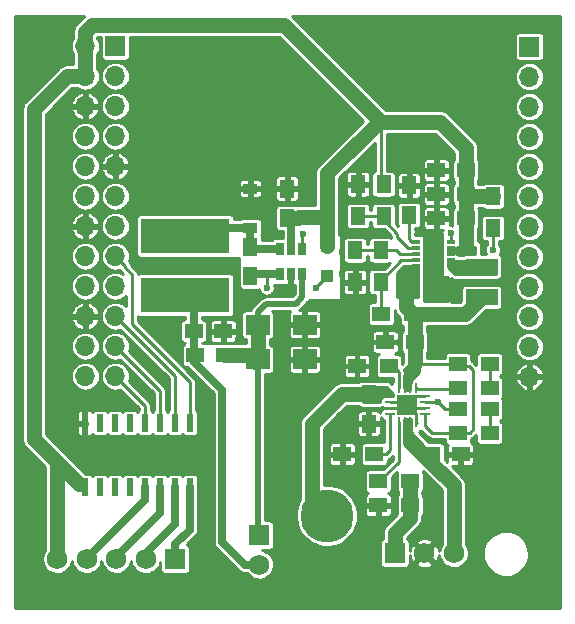
<source format=gbr>
G04 #@! TF.GenerationSoftware,KiCad,Pcbnew,(2017-09-19 revision dddaa7e69)-makepkg*
G04 #@! TF.CreationDate,2017-10-26T12:28:28+02:00*
G04 #@! TF.ProjectId,ezs-camera.kicad_pcb_v1.1,657A732D63616D6572612E6B69636164,rev?*
G04 #@! TF.SameCoordinates,Original*
G04 #@! TF.FileFunction,Copper,L1,Top,Signal*
G04 #@! TF.FilePolarity,Positive*
%FSLAX46Y46*%
G04 Gerber Fmt 4.6, Leading zero omitted, Abs format (unit mm)*
G04 Created by KiCad (PCBNEW (2017-09-19 revision dddaa7e69)-makepkg) date 10/26/17 12:28:28*
%MOMM*%
%LPD*%
G01*
G04 APERTURE LIST*
%ADD10R,0.711200X0.304800*%
%ADD11R,1.600200X3.098800*%
%ADD12R,1.700000X1.700000*%
%ADD13O,1.700000X1.700000*%
%ADD14R,1.500000X1.250000*%
%ADD15R,1.500000X1.300000*%
%ADD16R,1.250000X1.500000*%
%ADD17R,1.750000X1.750000*%
%ADD18C,1.750000*%
%ADD19R,1.300000X1.500000*%
%ADD20R,2.700000X1.400000*%
%ADD21R,0.600000X1.500000*%
%ADD22R,1.000000X1.000000*%
%ADD23R,1.200000X0.900000*%
%ADD24R,2.000000X1.700000*%
%ADD25R,0.650000X1.060000*%
%ADD26R,7.500000X3.000000*%
%ADD27R,0.850000X0.280000*%
%ADD28R,0.280000X0.850000*%
%ADD29C,0.600000*%
%ADD30C,4.500000*%
%ADD31C,1.270000*%
%ADD32C,0.250000*%
%ADD33C,0.254000*%
%ADD34C,0.635000*%
%ADD35C,0.508000*%
G04 APERTURE END LIST*
D10*
X150876000Y-130082801D03*
X150876000Y-129582799D03*
X150876000Y-129082800D03*
X150876000Y-128582801D03*
X150876000Y-128082799D03*
X147878800Y-128082799D03*
X147878800Y-128582801D03*
X147878800Y-129082800D03*
X147878800Y-129582799D03*
X147878800Y-130082801D03*
D11*
X149377400Y-129082800D03*
D12*
X122428000Y-111500000D03*
D13*
X119888000Y-111500000D03*
X122428000Y-114040000D03*
X119888000Y-114040000D03*
X122428000Y-116580000D03*
X119888000Y-116580000D03*
X122428000Y-119120000D03*
X119888000Y-119120000D03*
X122428000Y-121660000D03*
X119888000Y-121660000D03*
X122428000Y-124200000D03*
X119888000Y-124200000D03*
X122428000Y-126740000D03*
X119888000Y-126740000D03*
X122428000Y-129280000D03*
X119888000Y-129280000D03*
X122428000Y-131820000D03*
X119888000Y-131820000D03*
X122428000Y-134360000D03*
X119888000Y-134360000D03*
X122428000Y-136900000D03*
X119888000Y-136900000D03*
X122428000Y-139440000D03*
X119888000Y-139440000D03*
D14*
X147070978Y-132162630D03*
X149570978Y-132162630D03*
D15*
X144352000Y-146050000D03*
X141652000Y-146050000D03*
D16*
X143898869Y-140972659D03*
X143898869Y-143472659D03*
D14*
X147781911Y-136551641D03*
X145281911Y-136551641D03*
X149181500Y-146050000D03*
X151681500Y-146050000D03*
D15*
X151438869Y-144254659D03*
X154138869Y-144254659D03*
D17*
X146090000Y-154432000D03*
D18*
X148590000Y-154432000D03*
X151090000Y-154432000D03*
D15*
X144700000Y-150368000D03*
X147400000Y-150368000D03*
X151438869Y-142222659D03*
X154138869Y-142222659D03*
X151438869Y-140444659D03*
X154138869Y-140444659D03*
X145595911Y-138583641D03*
X142895911Y-138583641D03*
X144700000Y-148336000D03*
X147400000Y-148336000D03*
X151438869Y-138412659D03*
X154138869Y-138412659D03*
D17*
X127508000Y-154940000D03*
D18*
X125008000Y-154940000D03*
X122508000Y-154940000D03*
X120008000Y-154940000D03*
X117508000Y-154940000D03*
D14*
X152110978Y-122002630D03*
X149610978Y-122002630D03*
D19*
X142986978Y-125892630D03*
X142986978Y-123192630D03*
D14*
X152110978Y-124034630D03*
X149610978Y-124034630D03*
D16*
X147304978Y-125792630D03*
X147304978Y-123292630D03*
D14*
X152110978Y-126066630D03*
X149610978Y-126066630D03*
D19*
X142732978Y-128780630D03*
X142732978Y-131480630D03*
D20*
X153451778Y-132776830D03*
X153451778Y-130176830D03*
D15*
X147638978Y-134194630D03*
X144938978Y-134194630D03*
D19*
X144891978Y-131480630D03*
X144891978Y-128780630D03*
X145145978Y-123192630D03*
X145145978Y-125892630D03*
X154416978Y-124206000D03*
X154416978Y-126906000D03*
D21*
X128748222Y-143421276D03*
X127478222Y-143421276D03*
X126208222Y-143421276D03*
X124938222Y-143421276D03*
X123668222Y-143421276D03*
X122398222Y-143421276D03*
X121128222Y-143421276D03*
X119858222Y-143421276D03*
X119858222Y-148821276D03*
X121128222Y-148821276D03*
X122398222Y-148821276D03*
X123668222Y-148821276D03*
X124938222Y-148821276D03*
X126208222Y-148821276D03*
X127478222Y-148821276D03*
X128748222Y-148821276D03*
D12*
X157500000Y-111550000D03*
D13*
X157500000Y-114090000D03*
X157500000Y-116630000D03*
X157500000Y-119170000D03*
X157500000Y-121710000D03*
X157500000Y-124250000D03*
X157500000Y-126790000D03*
X157500000Y-129330000D03*
X157500000Y-131870000D03*
X157500000Y-134410000D03*
X157500000Y-136950000D03*
X157500000Y-139490000D03*
D22*
X140356138Y-130950348D03*
X140356138Y-128450348D03*
D23*
X133858000Y-126872000D03*
X133858000Y-123572000D03*
D24*
X134477531Y-138018848D03*
X138477531Y-138018848D03*
X134482638Y-135097848D03*
X138482638Y-135097848D03*
D25*
X136353031Y-130837989D03*
X137303031Y-130837989D03*
X138253031Y-130837989D03*
X138253031Y-128637989D03*
X136353031Y-128637989D03*
X137303031Y-128637989D03*
D17*
X134620000Y-152908000D03*
D18*
X134620000Y-155408000D03*
D16*
X136985531Y-126060848D03*
X136985531Y-123560848D03*
X133874031Y-130987989D03*
X133874031Y-128487989D03*
D14*
X129068031Y-135636000D03*
X131568031Y-135636000D03*
X129179000Y-137668000D03*
X131679000Y-137668000D03*
D26*
X128354638Y-132581348D03*
X128354638Y-127581348D03*
D12*
X147167600Y-141884400D03*
D27*
X145692599Y-142634589D03*
X145692599Y-142134463D03*
X145692599Y-141634337D03*
X145692599Y-141134211D03*
D28*
X146417599Y-140409399D03*
X146917600Y-140409399D03*
X147417600Y-140409399D03*
X147917601Y-140409399D03*
D27*
X148642601Y-141134211D03*
X148642601Y-141634337D03*
X148642601Y-142134463D03*
X148642601Y-142634589D03*
D28*
X147917601Y-143359401D03*
X147417600Y-143359401D03*
X146917600Y-143359401D03*
X146417599Y-143359401D03*
D29*
X131572000Y-125222000D03*
X135128000Y-125476000D03*
X129032000Y-113792000D03*
X129032000Y-125222000D03*
X129032000Y-120904000D03*
X134620000Y-117348000D03*
X129032000Y-117348000D03*
X140208000Y-117856000D03*
X137160000Y-114808000D03*
X133096000Y-111760000D03*
X127508000Y-111760000D03*
X124460000Y-113792000D03*
X124460000Y-117348000D03*
X124460000Y-120904000D03*
X124460000Y-125222000D03*
X154432000Y-136144000D03*
X150368000Y-136144000D03*
X155956000Y-142240000D03*
X155956000Y-146812000D03*
X155956000Y-150368000D03*
X152908000Y-151384000D03*
X159004000Y-143256000D03*
X159004000Y-146304000D03*
X159004000Y-148336000D03*
X159004000Y-151384000D03*
X159004000Y-153924000D03*
X159004000Y-156464000D03*
X157480000Y-157988000D03*
X154432000Y-157988000D03*
X151384000Y-157988000D03*
X148336000Y-157988000D03*
X145796000Y-157988000D03*
X143256000Y-157988000D03*
X143256000Y-154940000D03*
X143256000Y-152400000D03*
X143256000Y-149987000D03*
X142240000Y-148336000D03*
X141224000Y-144272000D03*
X142240000Y-143256000D03*
X130048000Y-154432000D03*
X130048000Y-150876000D03*
X130048000Y-148844000D03*
X130048000Y-146812000D03*
X120904000Y-141224000D03*
X127508000Y-145796000D03*
X124460000Y-145796000D03*
X121412000Y-145796000D03*
X118872000Y-145288000D03*
X117856000Y-142240000D03*
X117856000Y-139192000D03*
X117856000Y-136144000D03*
X117856000Y-133096000D03*
X117856000Y-130048000D03*
X117856000Y-127000000D03*
X117856000Y-123952000D03*
X117856000Y-120904000D03*
X117856000Y-117856000D03*
X114808000Y-149352000D03*
X114808000Y-151892000D03*
X114808000Y-154940000D03*
X116332000Y-157988000D03*
X120396000Y-157988000D03*
X124460000Y-157988000D03*
X129032000Y-157988000D03*
X134112000Y-157988000D03*
X137160000Y-157988000D03*
X137160000Y-154432000D03*
X137160000Y-150876000D03*
X137160000Y-147828000D03*
X137160000Y-144780000D03*
X139192000Y-140716000D03*
X136652000Y-140716000D03*
X136652000Y-138176000D03*
X136652000Y-135128000D03*
X140208000Y-138557000D03*
X141732000Y-135128000D03*
X140208000Y-137160000D03*
X143256000Y-137160000D03*
X143256000Y-135636000D03*
X143256000Y-133604000D03*
X148336000Y-120396000D03*
X148971000Y-130302000D03*
X149860000Y-130302000D03*
X149860000Y-129794000D03*
X148971000Y-129794000D03*
X147447000Y-141859000D03*
X146939000Y-141859000D03*
D30*
X140335000Y-156591000D03*
X140335000Y-151257000D03*
D29*
X132842000Y-133350000D03*
X132842000Y-134366000D03*
X132842000Y-136398000D03*
X140335000Y-133604000D03*
X141605000Y-130810000D03*
X141605000Y-128905000D03*
X141605000Y-127000000D03*
X141605000Y-125095000D03*
X141605000Y-123190000D03*
X142875000Y-121920000D03*
X144145000Y-120650000D03*
X139065000Y-121920000D03*
X137795000Y-121920000D03*
X136525000Y-121920000D03*
X135255000Y-121920000D03*
X133985000Y-121920000D03*
X132715000Y-121920000D03*
X146685000Y-142367000D03*
X147701000Y-142367000D03*
X147701000Y-141351000D03*
X146685000Y-141351000D03*
X149860000Y-128524000D03*
X148971000Y-128524000D03*
X148971000Y-127889000D03*
X149844978Y-127889000D03*
X149860000Y-129159000D03*
X148971000Y-129159000D03*
X147320000Y-121412000D03*
X145796000Y-121412000D03*
X150368000Y-120396000D03*
X149352000Y-119380000D03*
X147320000Y-119380000D03*
X145796000Y-119380000D03*
X135890000Y-132588000D03*
X136652000Y-132588000D03*
X137414000Y-132588000D03*
X135255000Y-131953000D03*
X139446000Y-131953000D03*
X149762337Y-141634337D03*
X138303000Y-127381000D03*
X150835578Y-127362030D03*
X154416978Y-128733630D03*
D31*
X117094000Y-146304000D02*
X115570000Y-144780000D01*
X115570000Y-144780000D02*
X115570000Y-116840000D01*
X115570000Y-116840000D02*
X118370000Y-114040000D01*
X118370000Y-114040000D02*
X119888000Y-114040000D01*
X140335000Y-151257000D02*
X140081000Y-151257000D01*
X140081000Y-151257000D02*
X139065000Y-150241000D01*
X139065000Y-150241000D02*
X139065000Y-143510000D01*
X139065000Y-143510000D02*
X141602341Y-140972659D01*
X141602341Y-140972659D02*
X143898869Y-140972659D01*
D32*
X144122296Y-142135704D02*
X143898869Y-142359131D01*
X143898869Y-142359131D02*
X143898869Y-143472659D01*
X145691910Y-142135704D02*
X144122296Y-142135704D01*
X149336978Y-129114630D02*
X149844978Y-129114630D01*
X148641912Y-141135452D02*
X147916548Y-141135452D01*
X147916548Y-141135452D02*
X147574000Y-141478000D01*
X148641912Y-142135704D02*
X147416974Y-142135704D01*
X147916912Y-143360642D02*
X147916912Y-142582912D01*
X147916912Y-142582912D02*
X147574000Y-142240000D01*
X145691910Y-142135704D02*
X146707704Y-142135704D01*
X146707704Y-142135704D02*
X146812000Y-142240000D01*
X145691910Y-141635578D02*
X146654422Y-141635578D01*
X146654422Y-141635578D02*
X146812000Y-141478000D01*
D33*
X147950870Y-143443660D02*
X147923869Y-143416659D01*
X147916912Y-143064432D02*
X147883912Y-143031432D01*
X147916912Y-143360642D02*
X147916912Y-143064432D01*
X122428000Y-129280000D02*
X123277999Y-130129999D01*
X123277999Y-130129999D02*
X123277999Y-130262999D01*
X123277999Y-130262999D02*
X123825000Y-130810000D01*
X123825000Y-130810000D02*
X123825000Y-135001000D01*
X123825000Y-135001000D02*
X128748222Y-139924222D01*
X128748222Y-139924222D02*
X128748222Y-143421276D01*
X122428000Y-134360000D02*
X127478222Y-139410222D01*
X127478222Y-139410222D02*
X127478222Y-140051222D01*
X127478222Y-140051222D02*
X127478222Y-143421276D01*
D34*
X127478222Y-148821276D02*
X127478222Y-151921778D01*
X127478222Y-151921778D02*
X125008000Y-154392000D01*
X125008000Y-154392000D02*
X125008000Y-154940000D01*
X126208222Y-148821276D02*
X126208222Y-151032778D01*
X126208222Y-151032778D02*
X122809000Y-154432000D01*
X122508000Y-154606000D02*
X122508000Y-154940000D01*
X122809000Y-154432000D02*
X122682000Y-154432000D01*
X122682000Y-154432000D02*
X122508000Y-154606000D01*
X124938222Y-148821276D02*
X124938222Y-149889778D01*
X124938222Y-149889778D02*
X120008000Y-154820000D01*
X120008000Y-154820000D02*
X119888000Y-154820000D01*
X119888000Y-154820000D02*
X120008000Y-154940000D01*
D31*
X140356138Y-122278650D02*
X140356138Y-125984000D01*
X140356138Y-125984000D02*
X140356138Y-126680348D01*
X136985531Y-126060848D02*
X137871848Y-126060848D01*
X137871848Y-126060848D02*
X137948696Y-125984000D01*
X137948696Y-125984000D02*
X140356138Y-125984000D01*
X144907000Y-117909348D02*
X144725440Y-117909348D01*
X144725440Y-117909348D02*
X140356138Y-122278650D01*
X140356138Y-126680348D02*
X140356138Y-128450348D01*
X120457919Y-109728000D02*
X136725652Y-109728000D01*
X136725652Y-109728000D02*
X144907000Y-117909348D01*
X119888000Y-111500000D02*
X119888000Y-110297919D01*
X119888000Y-110297919D02*
X120457919Y-109728000D01*
X117508000Y-154940000D02*
X117508000Y-146718000D01*
X117508000Y-146718000D02*
X117094000Y-146304000D01*
D34*
X137303031Y-128637989D02*
X137303031Y-126378348D01*
X137303031Y-126378348D02*
X136985531Y-126060848D01*
D31*
X149912696Y-117909348D02*
X144907000Y-117909348D01*
D33*
X144891978Y-122129630D02*
X144891978Y-117924370D01*
X144891978Y-117924370D02*
X144907000Y-117909348D01*
D31*
X152110978Y-122002630D02*
X152110978Y-120107630D01*
X152110978Y-120107630D02*
X149912696Y-117909348D01*
X152110978Y-122002630D02*
X152110978Y-124034630D01*
X154416978Y-124206000D02*
X152282348Y-124206000D01*
X152282348Y-124206000D02*
X152110978Y-124034630D01*
X152110978Y-126066630D02*
X152110978Y-124034630D01*
X152110978Y-126066630D02*
X152110978Y-128559022D01*
D33*
X119380000Y-148590000D02*
X119626946Y-148590000D01*
X119626946Y-148590000D02*
X119858222Y-148821276D01*
D31*
X119380000Y-148590000D02*
X117094000Y-146304000D01*
X119888000Y-111500000D02*
X119888000Y-114040000D01*
D33*
X144891978Y-123192630D02*
X144891978Y-122129630D01*
X152217978Y-122109630D02*
X152110978Y-122002630D01*
X144891978Y-122129630D02*
X144891978Y-122002630D01*
X144144680Y-141218470D02*
X143898869Y-140972659D01*
X139446000Y-131953000D02*
X139446000Y-131860486D01*
X139446000Y-131860486D02*
X140356138Y-130950348D01*
X135255000Y-131953000D02*
X135255000Y-130981020D01*
X135255000Y-130981020D02*
X135398031Y-130837989D01*
X135398031Y-130837989D02*
X135276138Y-130959882D01*
D34*
X136353031Y-130837989D02*
X135398031Y-130837989D01*
X135398031Y-130837989D02*
X134024031Y-130837989D01*
X134024031Y-130837989D02*
X133874031Y-130987989D01*
X133874031Y-128487989D02*
X133874031Y-126888031D01*
X133874031Y-126888031D02*
X133858000Y-126872000D01*
X133858000Y-126872000D02*
X129063986Y-126872000D01*
X129063986Y-126872000D02*
X128354638Y-127581348D01*
X136353031Y-128637989D02*
X134024031Y-128637989D01*
X134024031Y-128637989D02*
X133874031Y-128487989D01*
X131445000Y-153470436D02*
X131445000Y-140623958D01*
X131445000Y-140623958D02*
X129068031Y-138246989D01*
X134620000Y-155408000D02*
X133382564Y-155408000D01*
X133382564Y-155408000D02*
X131445000Y-153470436D01*
X129068031Y-136214989D02*
X129068031Y-138246989D01*
X129068031Y-136214989D02*
X129068031Y-133294741D01*
D31*
X129068031Y-133294741D02*
X128354638Y-132581348D01*
D35*
X134477531Y-138018848D02*
X134477531Y-152765531D01*
X134477531Y-152765531D02*
X134620000Y-152908000D01*
D31*
X131679000Y-137668000D02*
X134126683Y-137668000D01*
X134126683Y-137668000D02*
X134477531Y-138018848D01*
X134620000Y-138161317D02*
X134477531Y-138018848D01*
D35*
X138253031Y-130837989D02*
X138253031Y-132755955D01*
X138253031Y-132755955D02*
X137689138Y-133319848D01*
X137689138Y-133319848D02*
X135212638Y-133319848D01*
X135212638Y-133319848D02*
X134482638Y-134049848D01*
X134482638Y-134049848D02*
X134482638Y-135097848D01*
D31*
X134482638Y-135097848D02*
X134482638Y-138013741D01*
X134482638Y-138013741D02*
X134477531Y-138018848D01*
X134249390Y-138246989D02*
X134477531Y-138018848D01*
D32*
X147447000Y-139065000D02*
X147066000Y-139446000D01*
X147891570Y-138620430D02*
X147447000Y-139065000D01*
D33*
X147447000Y-139065000D02*
X147447000Y-140029640D01*
X147447000Y-140029640D02*
X147066000Y-140410640D01*
X151438869Y-138412659D02*
X148735340Y-138412659D01*
X148735340Y-138412659D02*
X147891570Y-138412659D01*
D32*
X147891570Y-138412659D02*
X147891570Y-138620430D01*
X147781911Y-138303000D02*
X147781911Y-138730089D01*
D35*
X147066000Y-139954000D02*
X147066000Y-140410640D01*
X147066000Y-139446000D02*
X147066000Y-139954000D01*
D32*
X146916911Y-140410640D02*
X147066000Y-140410640D01*
X147066000Y-140410640D02*
X147416911Y-140410640D01*
D33*
X149232869Y-144254659D02*
X148675870Y-143697660D01*
D32*
X149740869Y-144254659D02*
X149232869Y-144254659D01*
D33*
X148675870Y-143697660D02*
X148675870Y-142718848D01*
X147838378Y-130114631D02*
X147228778Y-130114631D01*
X147228778Y-130114631D02*
X147070978Y-130272431D01*
X147070978Y-130272431D02*
X147070978Y-132162630D01*
D31*
X147781911Y-136551641D02*
X147781911Y-138303000D01*
D33*
X147781911Y-138303000D02*
X147891570Y-138412659D01*
D31*
X153451778Y-132776830D02*
X152033978Y-134194630D01*
X152033978Y-134194630D02*
X147638978Y-134194630D01*
X147070978Y-132162630D02*
X147070978Y-133626630D01*
X147070978Y-133626630D02*
X147638978Y-134194630D01*
X147781911Y-136551641D02*
X147781911Y-134337563D01*
D34*
X147781911Y-134337563D02*
X147638978Y-134194630D01*
D32*
X152373911Y-138583641D02*
X152754911Y-138964641D01*
X152754911Y-138964641D02*
X152754911Y-143938617D01*
X151709851Y-138583641D02*
X152373911Y-138583641D01*
X151438869Y-138412659D02*
X151538869Y-138412659D01*
X152438869Y-144254659D02*
X151438869Y-144254659D01*
X151538869Y-138412659D02*
X151709851Y-138583641D01*
D33*
X151150911Y-144254659D02*
X149706911Y-144254659D01*
D32*
X152754911Y-143938617D02*
X152438869Y-144254659D01*
D33*
X147304978Y-125792630D02*
X147304978Y-127844630D01*
X147304978Y-127844630D02*
X147574977Y-128114629D01*
X147574977Y-128114629D02*
X147838378Y-128114629D01*
X148642601Y-141634337D02*
X149762337Y-141634337D01*
X149762337Y-141634337D02*
X150350659Y-142222659D01*
X150350659Y-142222659D02*
X151438869Y-142222659D01*
X150934806Y-141718596D02*
X151438869Y-142222659D01*
X154138869Y-142222659D02*
X154138869Y-144254659D01*
X154138869Y-140444659D02*
X154138869Y-138412659D01*
D32*
X147950870Y-140493658D02*
X151389870Y-140493658D01*
X151389870Y-140493658D02*
X151438869Y-140444659D01*
D33*
X147999869Y-140444659D02*
X147950870Y-140493658D01*
D32*
X138253031Y-128637989D02*
X138253031Y-127430969D01*
X138253031Y-127430969D02*
X138303000Y-127381000D01*
D31*
X146090000Y-154432000D02*
X146090000Y-152741000D01*
X146090000Y-152741000D02*
X147400000Y-151431000D01*
X147400000Y-151431000D02*
X147400000Y-150368000D01*
X147400000Y-148336000D02*
X147400000Y-150368000D01*
D32*
X150876000Y-129582799D02*
X150876000Y-130082801D01*
D33*
X145725868Y-143697660D02*
X145725868Y-143510000D01*
X145725868Y-143510000D02*
X145725868Y-142718848D01*
X144352000Y-146050000D02*
X145356000Y-146050000D01*
X145356000Y-146050000D02*
X145725868Y-145680132D01*
X145725868Y-145680132D02*
X145725868Y-143510000D01*
X146416910Y-139072700D02*
X145502869Y-138158659D01*
X146416910Y-140410640D02*
X146416910Y-139072700D01*
X146416910Y-143360642D02*
X146416910Y-146719090D01*
X146416910Y-146719090D02*
X144800000Y-148336000D01*
X144800000Y-148336000D02*
X144700000Y-148336000D01*
X144891978Y-133512630D02*
X144938978Y-133559630D01*
X147838378Y-129614629D02*
X146657979Y-129614629D01*
X144891978Y-131480630D02*
X144891978Y-133512630D01*
X146657979Y-129614629D02*
X144891978Y-131380630D01*
X144891978Y-131380630D02*
X144891978Y-131480630D01*
X144891978Y-128780630D02*
X142732978Y-128780630D01*
X146542978Y-129114630D02*
X146208978Y-128780630D01*
X146208978Y-128780630D02*
X144891978Y-128780630D01*
X147838378Y-129114630D02*
X146542978Y-129114630D01*
X154416978Y-128733630D02*
X154416978Y-126906000D01*
X150835578Y-128114629D02*
X150835578Y-127362030D01*
X146288978Y-127674831D02*
X146288978Y-127389630D01*
X146288978Y-127389630D02*
X144891978Y-125992630D01*
X147838378Y-128614631D02*
X147228778Y-128614631D01*
X147228778Y-128614631D02*
X146288978Y-127674831D01*
X144891978Y-125892630D02*
X142986978Y-125892630D01*
X144891978Y-125992630D02*
X144891978Y-125892630D01*
D31*
X151090000Y-154432000D02*
X151090000Y-148677000D01*
X151090000Y-148677000D02*
X149118000Y-146705000D01*
X149118000Y-146705000D02*
X149118000Y-146050000D01*
D33*
X148724869Y-145798659D02*
X148724869Y-145524659D01*
D34*
X128748222Y-148821276D02*
X128748222Y-152429778D01*
X128748222Y-152429778D02*
X127508000Y-153670000D01*
X127508000Y-153670000D02*
X127508000Y-154940000D01*
D35*
X128748222Y-148821276D02*
X128748222Y-149423276D01*
D33*
X128748222Y-148821276D02*
X128748222Y-149271276D01*
D34*
X122500000Y-129280000D02*
X122506000Y-129286000D01*
D33*
X126208222Y-143421276D02*
X126208222Y-140680222D01*
X126208222Y-140680222D02*
X122428000Y-136900000D01*
X124938222Y-143421276D02*
X124938222Y-141950222D01*
X124938222Y-141950222D02*
X122428000Y-139440000D01*
G36*
X119749599Y-108999619D02*
X119742162Y-109006952D01*
X119742011Y-109007076D01*
X119741895Y-109007216D01*
X119739498Y-109009580D01*
X119169580Y-109579499D01*
X119110023Y-109652005D01*
X119049685Y-109723913D01*
X119047111Y-109728594D01*
X119043720Y-109732723D01*
X118999372Y-109815431D01*
X118954158Y-109897674D01*
X118952542Y-109902767D01*
X118950018Y-109907475D01*
X118922572Y-109997246D01*
X118894202Y-110086681D01*
X118893607Y-110091987D01*
X118892044Y-110097099D01*
X118882557Y-110190500D01*
X118872099Y-110283733D01*
X118872026Y-110294174D01*
X118872006Y-110294372D01*
X118872023Y-110294557D01*
X118872000Y-110297919D01*
X118872000Y-110798940D01*
X118861499Y-110811634D01*
X118747230Y-111022968D01*
X118676187Y-111252473D01*
X118651074Y-111491406D01*
X118672848Y-111730666D01*
X118740681Y-111961141D01*
X118851987Y-112174050D01*
X118872000Y-112198941D01*
X118872000Y-113024000D01*
X118370000Y-113024000D01*
X118276593Y-113033159D01*
X118183105Y-113041338D01*
X118177974Y-113042829D01*
X118172658Y-113043350D01*
X118082834Y-113070469D01*
X117992690Y-113096658D01*
X117987946Y-113099117D01*
X117982832Y-113100661D01*
X117899947Y-113144732D01*
X117816647Y-113187911D01*
X117812474Y-113191242D01*
X117807754Y-113193752D01*
X117735018Y-113253074D01*
X117661681Y-113311618D01*
X117654243Y-113318953D01*
X117654092Y-113319076D01*
X117653976Y-113319216D01*
X117651580Y-113321579D01*
X114851580Y-116121580D01*
X114792023Y-116194086D01*
X114731685Y-116265994D01*
X114729111Y-116270675D01*
X114725720Y-116274804D01*
X114681372Y-116357512D01*
X114636158Y-116439755D01*
X114634542Y-116444848D01*
X114632018Y-116449556D01*
X114604572Y-116539327D01*
X114576202Y-116628762D01*
X114575607Y-116634068D01*
X114574044Y-116639180D01*
X114564557Y-116732581D01*
X114554099Y-116825814D01*
X114554026Y-116836255D01*
X114554006Y-116836453D01*
X114554023Y-116836638D01*
X114554000Y-116840000D01*
X114554000Y-144780000D01*
X114563159Y-144873407D01*
X114571338Y-144966895D01*
X114572829Y-144972026D01*
X114573350Y-144977342D01*
X114600469Y-145067166D01*
X114626658Y-145157310D01*
X114629117Y-145162054D01*
X114630661Y-145167168D01*
X114674732Y-145250053D01*
X114717911Y-145333353D01*
X114721242Y-145337526D01*
X114723752Y-145342246D01*
X114783074Y-145414982D01*
X114841618Y-145488319D01*
X114848949Y-145495752D01*
X114849076Y-145495908D01*
X114849220Y-145496027D01*
X114851580Y-145498420D01*
X116375579Y-147022420D01*
X116375585Y-147022425D01*
X116492000Y-147138840D01*
X116492000Y-154200597D01*
X116402033Y-154331990D01*
X116305000Y-154558386D01*
X116253788Y-154799318D01*
X116250349Y-155045608D01*
X116294814Y-155287876D01*
X116385488Y-155516893D01*
X116518919Y-155723936D01*
X116690023Y-155901120D01*
X116892284Y-156041695D01*
X117117997Y-156140307D01*
X117358565Y-156193199D01*
X117604825Y-156198357D01*
X117847398Y-156155585D01*
X118077042Y-156066512D01*
X118285012Y-155934530D01*
X118463386Y-155764667D01*
X118605370Y-155563393D01*
X118705555Y-155338373D01*
X118760055Y-155098490D01*
X118794814Y-155287876D01*
X118885488Y-155516893D01*
X119018919Y-155723936D01*
X119190023Y-155901120D01*
X119392284Y-156041695D01*
X119617997Y-156140307D01*
X119858565Y-156193199D01*
X120104825Y-156198357D01*
X120347398Y-156155585D01*
X120577042Y-156066512D01*
X120785012Y-155934530D01*
X120963386Y-155764667D01*
X121105370Y-155563393D01*
X121205555Y-155338373D01*
X121260055Y-155098490D01*
X121294814Y-155287876D01*
X121385488Y-155516893D01*
X121518919Y-155723936D01*
X121690023Y-155901120D01*
X121892284Y-156041695D01*
X122117997Y-156140307D01*
X122358565Y-156193199D01*
X122604825Y-156198357D01*
X122847398Y-156155585D01*
X123077042Y-156066512D01*
X123285012Y-155934530D01*
X123463386Y-155764667D01*
X123605370Y-155563393D01*
X123705555Y-155338373D01*
X123760055Y-155098490D01*
X123794814Y-155287876D01*
X123885488Y-155516893D01*
X124018919Y-155723936D01*
X124190023Y-155901120D01*
X124392284Y-156041695D01*
X124617997Y-156140307D01*
X124858565Y-156193199D01*
X125104825Y-156198357D01*
X125347398Y-156155585D01*
X125577042Y-156066512D01*
X125785012Y-155934530D01*
X125963386Y-155764667D01*
X126105370Y-155563393D01*
X126205555Y-155338373D01*
X126250157Y-155142055D01*
X126250157Y-155815000D01*
X126257513Y-155889689D01*
X126279299Y-155961508D01*
X126314678Y-156027696D01*
X126362289Y-156085711D01*
X126420304Y-156133322D01*
X126486492Y-156168701D01*
X126558311Y-156190487D01*
X126633000Y-156197843D01*
X128383000Y-156197843D01*
X128457689Y-156190487D01*
X128529508Y-156168701D01*
X128595696Y-156133322D01*
X128653711Y-156085711D01*
X128701322Y-156027696D01*
X128736701Y-155961508D01*
X128758487Y-155889689D01*
X128765843Y-155815000D01*
X128765843Y-154065000D01*
X128758487Y-153990311D01*
X128736701Y-153918492D01*
X128701322Y-153852304D01*
X128653711Y-153794289D01*
X128595696Y-153746678D01*
X128529508Y-153711299D01*
X128471980Y-153693848D01*
X129242136Y-152923692D01*
X129283088Y-152873836D01*
X129324564Y-152824407D01*
X129326333Y-152821189D01*
X129328665Y-152818350D01*
X129359153Y-152761490D01*
X129390238Y-152704946D01*
X129391349Y-152701444D01*
X129393084Y-152698208D01*
X129411939Y-152636534D01*
X129431458Y-152575004D01*
X129431868Y-152571352D01*
X129432941Y-152567841D01*
X129439460Y-152503664D01*
X129446654Y-152439531D01*
X129446704Y-152432353D01*
X129446718Y-152432216D01*
X129446706Y-152432088D01*
X129446722Y-152429778D01*
X129446722Y-148821276D01*
X129433419Y-148685603D01*
X129431065Y-148677806D01*
X129431065Y-148071276D01*
X129423709Y-147996587D01*
X129401923Y-147924768D01*
X129366544Y-147858580D01*
X129318933Y-147800565D01*
X129260918Y-147752954D01*
X129194730Y-147717575D01*
X129122911Y-147695789D01*
X129048222Y-147688433D01*
X128448222Y-147688433D01*
X128373533Y-147695789D01*
X128301714Y-147717575D01*
X128235526Y-147752954D01*
X128177511Y-147800565D01*
X128129900Y-147858580D01*
X128113222Y-147889782D01*
X128096544Y-147858580D01*
X128048933Y-147800565D01*
X127990918Y-147752954D01*
X127924730Y-147717575D01*
X127852911Y-147695789D01*
X127778222Y-147688433D01*
X127178222Y-147688433D01*
X127103533Y-147695789D01*
X127031714Y-147717575D01*
X126965526Y-147752954D01*
X126907511Y-147800565D01*
X126859900Y-147858580D01*
X126843222Y-147889782D01*
X126826544Y-147858580D01*
X126778933Y-147800565D01*
X126720918Y-147752954D01*
X126654730Y-147717575D01*
X126582911Y-147695789D01*
X126508222Y-147688433D01*
X125908222Y-147688433D01*
X125833533Y-147695789D01*
X125761714Y-147717575D01*
X125695526Y-147752954D01*
X125637511Y-147800565D01*
X125589900Y-147858580D01*
X125573222Y-147889782D01*
X125556544Y-147858580D01*
X125508933Y-147800565D01*
X125450918Y-147752954D01*
X125384730Y-147717575D01*
X125312911Y-147695789D01*
X125238222Y-147688433D01*
X124638222Y-147688433D01*
X124563533Y-147695789D01*
X124491714Y-147717575D01*
X124425526Y-147752954D01*
X124367511Y-147800565D01*
X124319900Y-147858580D01*
X124303222Y-147889782D01*
X124286544Y-147858580D01*
X124238933Y-147800565D01*
X124180918Y-147752954D01*
X124114730Y-147717575D01*
X124042911Y-147695789D01*
X123968222Y-147688433D01*
X123368222Y-147688433D01*
X123293533Y-147695789D01*
X123221714Y-147717575D01*
X123155526Y-147752954D01*
X123097511Y-147800565D01*
X123049900Y-147858580D01*
X123033222Y-147889782D01*
X123016544Y-147858580D01*
X122968933Y-147800565D01*
X122910918Y-147752954D01*
X122844730Y-147717575D01*
X122772911Y-147695789D01*
X122698222Y-147688433D01*
X122098222Y-147688433D01*
X122023533Y-147695789D01*
X121951714Y-147717575D01*
X121885526Y-147752954D01*
X121827511Y-147800565D01*
X121779900Y-147858580D01*
X121763222Y-147889782D01*
X121746544Y-147858580D01*
X121698933Y-147800565D01*
X121640918Y-147752954D01*
X121574730Y-147717575D01*
X121502911Y-147695789D01*
X121428222Y-147688433D01*
X120828222Y-147688433D01*
X120753533Y-147695789D01*
X120681714Y-147717575D01*
X120615526Y-147752954D01*
X120557511Y-147800565D01*
X120509900Y-147858580D01*
X120493222Y-147889782D01*
X120476544Y-147858580D01*
X120428933Y-147800565D01*
X120370918Y-147752954D01*
X120304730Y-147717575D01*
X120232911Y-147695789D01*
X120158222Y-147688433D01*
X119915274Y-147688433D01*
X118226478Y-145999638D01*
X118226420Y-145999579D01*
X117812491Y-145585651D01*
X117812420Y-145585579D01*
X116586000Y-144359160D01*
X116586000Y-143639526D01*
X119177222Y-143639526D01*
X119177222Y-144208801D01*
X119191864Y-144282409D01*
X119220584Y-144351747D01*
X119262280Y-144414149D01*
X119315348Y-144467218D01*
X119377751Y-144508914D01*
X119447088Y-144537634D01*
X119520697Y-144552276D01*
X119639972Y-144552276D01*
X119735222Y-144457026D01*
X119735222Y-143544276D01*
X119272472Y-143544276D01*
X119177222Y-143639526D01*
X116586000Y-143639526D01*
X116586000Y-142633751D01*
X119177222Y-142633751D01*
X119177222Y-143203026D01*
X119272472Y-143298276D01*
X119735222Y-143298276D01*
X119735222Y-142385526D01*
X119639972Y-142290276D01*
X119520697Y-142290276D01*
X119447088Y-142304918D01*
X119377751Y-142333638D01*
X119315348Y-142375334D01*
X119262280Y-142428403D01*
X119220584Y-142490805D01*
X119191864Y-142560143D01*
X119177222Y-142633751D01*
X116586000Y-142633751D01*
X116586000Y-139431406D01*
X118651074Y-139431406D01*
X118672848Y-139670666D01*
X118740681Y-139901141D01*
X118851987Y-140114050D01*
X119002528Y-140301286D01*
X119186570Y-140455715D01*
X119397102Y-140571456D01*
X119626105Y-140644100D01*
X119864857Y-140670880D01*
X119882044Y-140671000D01*
X119893956Y-140671000D01*
X120133058Y-140647556D01*
X120363054Y-140578116D01*
X120575181Y-140465326D01*
X120761361Y-140313482D01*
X120914501Y-140128366D01*
X121028770Y-139917032D01*
X121099813Y-139687527D01*
X121124926Y-139448594D01*
X121103152Y-139209334D01*
X121035319Y-138978859D01*
X120924013Y-138765950D01*
X120773472Y-138578714D01*
X120589430Y-138424285D01*
X120378898Y-138308544D01*
X120149895Y-138235900D01*
X119911143Y-138209120D01*
X119893956Y-138209000D01*
X119882044Y-138209000D01*
X119642942Y-138232444D01*
X119412946Y-138301884D01*
X119200819Y-138414674D01*
X119014639Y-138566518D01*
X118861499Y-138751634D01*
X118747230Y-138962968D01*
X118676187Y-139192473D01*
X118651074Y-139431406D01*
X116586000Y-139431406D01*
X116586000Y-136891406D01*
X118651074Y-136891406D01*
X118672848Y-137130666D01*
X118740681Y-137361141D01*
X118851987Y-137574050D01*
X119002528Y-137761286D01*
X119186570Y-137915715D01*
X119397102Y-138031456D01*
X119626105Y-138104100D01*
X119864857Y-138130880D01*
X119882044Y-138131000D01*
X119893956Y-138131000D01*
X120133058Y-138107556D01*
X120363054Y-138038116D01*
X120575181Y-137925326D01*
X120761361Y-137773482D01*
X120914501Y-137588366D01*
X121028770Y-137377032D01*
X121099813Y-137147527D01*
X121124926Y-136908594D01*
X121103152Y-136669334D01*
X121035319Y-136438859D01*
X120924013Y-136225950D01*
X120773472Y-136038714D01*
X120589430Y-135884285D01*
X120378898Y-135768544D01*
X120149895Y-135695900D01*
X119911143Y-135669120D01*
X119893956Y-135669000D01*
X119882044Y-135669000D01*
X119642942Y-135692444D01*
X119412946Y-135761884D01*
X119200819Y-135874674D01*
X119014639Y-136026518D01*
X118861499Y-136211634D01*
X118747230Y-136422968D01*
X118676187Y-136652473D01*
X118651074Y-136891406D01*
X116586000Y-136891406D01*
X116586000Y-134673093D01*
X118697481Y-134673093D01*
X118724169Y-134761092D01*
X118824781Y-134980437D01*
X118966252Y-135175939D01*
X119143145Y-135340085D01*
X119348662Y-135466567D01*
X119574906Y-135550524D01*
X119765000Y-135489595D01*
X119765000Y-134483000D01*
X120011000Y-134483000D01*
X120011000Y-135489595D01*
X120201094Y-135550524D01*
X120427338Y-135466567D01*
X120632855Y-135340085D01*
X120809748Y-135175939D01*
X120951219Y-134980437D01*
X121051831Y-134761092D01*
X121078519Y-134673093D01*
X121017070Y-134483000D01*
X120011000Y-134483000D01*
X119765000Y-134483000D01*
X118758930Y-134483000D01*
X118697481Y-134673093D01*
X116586000Y-134673093D01*
X116586000Y-134046907D01*
X118697481Y-134046907D01*
X118758930Y-134237000D01*
X119765000Y-134237000D01*
X119765000Y-133230405D01*
X120011000Y-133230405D01*
X120011000Y-134237000D01*
X121017070Y-134237000D01*
X121078519Y-134046907D01*
X121051831Y-133958908D01*
X120951219Y-133739563D01*
X120809748Y-133544061D01*
X120632855Y-133379915D01*
X120427338Y-133253433D01*
X120201094Y-133169476D01*
X120011000Y-133230405D01*
X119765000Y-133230405D01*
X119574906Y-133169476D01*
X119348662Y-133253433D01*
X119143145Y-133379915D01*
X118966252Y-133544061D01*
X118824781Y-133739563D01*
X118724169Y-133958908D01*
X118697481Y-134046907D01*
X116586000Y-134046907D01*
X116586000Y-131811406D01*
X118651074Y-131811406D01*
X118672848Y-132050666D01*
X118740681Y-132281141D01*
X118851987Y-132494050D01*
X119002528Y-132681286D01*
X119186570Y-132835715D01*
X119397102Y-132951456D01*
X119626105Y-133024100D01*
X119864857Y-133050880D01*
X119882044Y-133051000D01*
X119893956Y-133051000D01*
X120133058Y-133027556D01*
X120363054Y-132958116D01*
X120575181Y-132845326D01*
X120761361Y-132693482D01*
X120914501Y-132508366D01*
X121028770Y-132297032D01*
X121099813Y-132067527D01*
X121124926Y-131828594D01*
X121103152Y-131589334D01*
X121035319Y-131358859D01*
X120924013Y-131145950D01*
X120773472Y-130958714D01*
X120589430Y-130804285D01*
X120378898Y-130688544D01*
X120149895Y-130615900D01*
X119911143Y-130589120D01*
X119893956Y-130589000D01*
X119882044Y-130589000D01*
X119642942Y-130612444D01*
X119412946Y-130681884D01*
X119200819Y-130794674D01*
X119014639Y-130946518D01*
X118861499Y-131131634D01*
X118747230Y-131342968D01*
X118676187Y-131572473D01*
X118651074Y-131811406D01*
X116586000Y-131811406D01*
X116586000Y-129271406D01*
X118651074Y-129271406D01*
X118672848Y-129510666D01*
X118740681Y-129741141D01*
X118851987Y-129954050D01*
X119002528Y-130141286D01*
X119186570Y-130295715D01*
X119397102Y-130411456D01*
X119626105Y-130484100D01*
X119864857Y-130510880D01*
X119882044Y-130511000D01*
X119893956Y-130511000D01*
X120133058Y-130487556D01*
X120363054Y-130418116D01*
X120575181Y-130305326D01*
X120761361Y-130153482D01*
X120914501Y-129968366D01*
X121028770Y-129757032D01*
X121099813Y-129527527D01*
X121124926Y-129288594D01*
X121103152Y-129049334D01*
X121035319Y-128818859D01*
X120924013Y-128605950D01*
X120773472Y-128418714D01*
X120589430Y-128264285D01*
X120378898Y-128148544D01*
X120149895Y-128075900D01*
X119911143Y-128049120D01*
X119893956Y-128049000D01*
X119882044Y-128049000D01*
X119642942Y-128072444D01*
X119412946Y-128141884D01*
X119200819Y-128254674D01*
X119014639Y-128406518D01*
X118861499Y-128591634D01*
X118747230Y-128802968D01*
X118676187Y-129032473D01*
X118651074Y-129271406D01*
X116586000Y-129271406D01*
X116586000Y-127053093D01*
X118697481Y-127053093D01*
X118724169Y-127141092D01*
X118824781Y-127360437D01*
X118966252Y-127555939D01*
X119143145Y-127720085D01*
X119348662Y-127846567D01*
X119574906Y-127930524D01*
X119765000Y-127869595D01*
X119765000Y-126863000D01*
X120011000Y-126863000D01*
X120011000Y-127869595D01*
X120201094Y-127930524D01*
X120427338Y-127846567D01*
X120632855Y-127720085D01*
X120809748Y-127555939D01*
X120951219Y-127360437D01*
X121051831Y-127141092D01*
X121078519Y-127053093D01*
X121017070Y-126863000D01*
X120011000Y-126863000D01*
X119765000Y-126863000D01*
X118758930Y-126863000D01*
X118697481Y-127053093D01*
X116586000Y-127053093D01*
X116586000Y-126731406D01*
X121191074Y-126731406D01*
X121212848Y-126970666D01*
X121280681Y-127201141D01*
X121391987Y-127414050D01*
X121542528Y-127601286D01*
X121726570Y-127755715D01*
X121937102Y-127871456D01*
X122166105Y-127944100D01*
X122404857Y-127970880D01*
X122422044Y-127971000D01*
X122433956Y-127971000D01*
X122673058Y-127947556D01*
X122903054Y-127878116D01*
X123115181Y-127765326D01*
X123301361Y-127613482D01*
X123454501Y-127428366D01*
X123568770Y-127217032D01*
X123639813Y-126987527D01*
X123664926Y-126748594D01*
X123643152Y-126509334D01*
X123575319Y-126278859D01*
X123464013Y-126065950D01*
X123313472Y-125878714D01*
X123129430Y-125724285D01*
X122918898Y-125608544D01*
X122689895Y-125535900D01*
X122451143Y-125509120D01*
X122433956Y-125509000D01*
X122422044Y-125509000D01*
X122182942Y-125532444D01*
X121952946Y-125601884D01*
X121740819Y-125714674D01*
X121554639Y-125866518D01*
X121401499Y-126051634D01*
X121287230Y-126262968D01*
X121216187Y-126492473D01*
X121191074Y-126731406D01*
X116586000Y-126731406D01*
X116586000Y-126426907D01*
X118697481Y-126426907D01*
X118758930Y-126617000D01*
X119765000Y-126617000D01*
X119765000Y-125610405D01*
X120011000Y-125610405D01*
X120011000Y-126617000D01*
X121017070Y-126617000D01*
X121078519Y-126426907D01*
X121051831Y-126338908D01*
X120951219Y-126119563D01*
X120809748Y-125924061D01*
X120632855Y-125759915D01*
X120427338Y-125633433D01*
X120201094Y-125549476D01*
X120011000Y-125610405D01*
X119765000Y-125610405D01*
X119574906Y-125549476D01*
X119348662Y-125633433D01*
X119143145Y-125759915D01*
X118966252Y-125924061D01*
X118824781Y-126119563D01*
X118724169Y-126338908D01*
X118697481Y-126426907D01*
X116586000Y-126426907D01*
X116586000Y-124191406D01*
X118651074Y-124191406D01*
X118672848Y-124430666D01*
X118740681Y-124661141D01*
X118851987Y-124874050D01*
X119002528Y-125061286D01*
X119186570Y-125215715D01*
X119397102Y-125331456D01*
X119626105Y-125404100D01*
X119864857Y-125430880D01*
X119882044Y-125431000D01*
X119893956Y-125431000D01*
X120133058Y-125407556D01*
X120363054Y-125338116D01*
X120575181Y-125225326D01*
X120761361Y-125073482D01*
X120914501Y-124888366D01*
X121028770Y-124677032D01*
X121099813Y-124447527D01*
X121124926Y-124208594D01*
X121123362Y-124191406D01*
X121191074Y-124191406D01*
X121212848Y-124430666D01*
X121280681Y-124661141D01*
X121391987Y-124874050D01*
X121542528Y-125061286D01*
X121726570Y-125215715D01*
X121937102Y-125331456D01*
X122166105Y-125404100D01*
X122404857Y-125430880D01*
X122422044Y-125431000D01*
X122433956Y-125431000D01*
X122673058Y-125407556D01*
X122903054Y-125338116D01*
X123115181Y-125225326D01*
X123301361Y-125073482D01*
X123454501Y-124888366D01*
X123568770Y-124677032D01*
X123639813Y-124447527D01*
X123664926Y-124208594D01*
X123643152Y-123969334D01*
X123590445Y-123790250D01*
X132877000Y-123790250D01*
X132877000Y-124059525D01*
X132891642Y-124133133D01*
X132920362Y-124202471D01*
X132962058Y-124264873D01*
X133015126Y-124317942D01*
X133077529Y-124359638D01*
X133146866Y-124388358D01*
X133220475Y-124403000D01*
X133639750Y-124403000D01*
X133735000Y-124307750D01*
X133735000Y-123695000D01*
X133981000Y-123695000D01*
X133981000Y-124307750D01*
X134076250Y-124403000D01*
X134495525Y-124403000D01*
X134569134Y-124388358D01*
X134638471Y-124359638D01*
X134700874Y-124317942D01*
X134753942Y-124264873D01*
X134795638Y-124202471D01*
X134824358Y-124133133D01*
X134839000Y-124059525D01*
X134839000Y-123790250D01*
X134827848Y-123779098D01*
X135979531Y-123779098D01*
X135979531Y-124348373D01*
X135994173Y-124421981D01*
X136022893Y-124491319D01*
X136064589Y-124553721D01*
X136117657Y-124606790D01*
X136180060Y-124648486D01*
X136249397Y-124677206D01*
X136323006Y-124691848D01*
X136767281Y-124691848D01*
X136862531Y-124596598D01*
X136862531Y-123683848D01*
X137108531Y-123683848D01*
X137108531Y-124596598D01*
X137203781Y-124691848D01*
X137648056Y-124691848D01*
X137721665Y-124677206D01*
X137791002Y-124648486D01*
X137853405Y-124606790D01*
X137906473Y-124553721D01*
X137948169Y-124491319D01*
X137976889Y-124421981D01*
X137991531Y-124348373D01*
X137991531Y-123779098D01*
X137896281Y-123683848D01*
X137108531Y-123683848D01*
X136862531Y-123683848D01*
X136074781Y-123683848D01*
X135979531Y-123779098D01*
X134827848Y-123779098D01*
X134743750Y-123695000D01*
X133981000Y-123695000D01*
X133735000Y-123695000D01*
X132972250Y-123695000D01*
X132877000Y-123790250D01*
X123590445Y-123790250D01*
X123575319Y-123738859D01*
X123464013Y-123525950D01*
X123313472Y-123338714D01*
X123129430Y-123184285D01*
X122947877Y-123084475D01*
X132877000Y-123084475D01*
X132877000Y-123353750D01*
X132972250Y-123449000D01*
X133735000Y-123449000D01*
X133735000Y-122836250D01*
X133981000Y-122836250D01*
X133981000Y-123449000D01*
X134743750Y-123449000D01*
X134839000Y-123353750D01*
X134839000Y-123084475D01*
X134824358Y-123010867D01*
X134795638Y-122941529D01*
X134753942Y-122879127D01*
X134700874Y-122826058D01*
X134638471Y-122784362D01*
X134611821Y-122773323D01*
X135979531Y-122773323D01*
X135979531Y-123342598D01*
X136074781Y-123437848D01*
X136862531Y-123437848D01*
X136862531Y-122525098D01*
X137108531Y-122525098D01*
X137108531Y-123437848D01*
X137896281Y-123437848D01*
X137991531Y-123342598D01*
X137991531Y-122773323D01*
X137976889Y-122699715D01*
X137948169Y-122630377D01*
X137906473Y-122567975D01*
X137853405Y-122514906D01*
X137791002Y-122473210D01*
X137721665Y-122444490D01*
X137648056Y-122429848D01*
X137203781Y-122429848D01*
X137108531Y-122525098D01*
X136862531Y-122525098D01*
X136767281Y-122429848D01*
X136323006Y-122429848D01*
X136249397Y-122444490D01*
X136180060Y-122473210D01*
X136117657Y-122514906D01*
X136064589Y-122567975D01*
X136022893Y-122630377D01*
X135994173Y-122699715D01*
X135979531Y-122773323D01*
X134611821Y-122773323D01*
X134569134Y-122755642D01*
X134495525Y-122741000D01*
X134076250Y-122741000D01*
X133981000Y-122836250D01*
X133735000Y-122836250D01*
X133639750Y-122741000D01*
X133220475Y-122741000D01*
X133146866Y-122755642D01*
X133077529Y-122784362D01*
X133015126Y-122826058D01*
X132962058Y-122879127D01*
X132920362Y-122941529D01*
X132891642Y-123010867D01*
X132877000Y-123084475D01*
X122947877Y-123084475D01*
X122918898Y-123068544D01*
X122689895Y-122995900D01*
X122451143Y-122969120D01*
X122433956Y-122969000D01*
X122422044Y-122969000D01*
X122182942Y-122992444D01*
X121952946Y-123061884D01*
X121740819Y-123174674D01*
X121554639Y-123326518D01*
X121401499Y-123511634D01*
X121287230Y-123722968D01*
X121216187Y-123952473D01*
X121191074Y-124191406D01*
X121123362Y-124191406D01*
X121103152Y-123969334D01*
X121035319Y-123738859D01*
X120924013Y-123525950D01*
X120773472Y-123338714D01*
X120589430Y-123184285D01*
X120378898Y-123068544D01*
X120149895Y-122995900D01*
X119911143Y-122969120D01*
X119893956Y-122969000D01*
X119882044Y-122969000D01*
X119642942Y-122992444D01*
X119412946Y-123061884D01*
X119200819Y-123174674D01*
X119014639Y-123326518D01*
X118861499Y-123511634D01*
X118747230Y-123722968D01*
X118676187Y-123952473D01*
X118651074Y-124191406D01*
X116586000Y-124191406D01*
X116586000Y-121651406D01*
X118651074Y-121651406D01*
X118672848Y-121890666D01*
X118740681Y-122121141D01*
X118851987Y-122334050D01*
X119002528Y-122521286D01*
X119186570Y-122675715D01*
X119397102Y-122791456D01*
X119626105Y-122864100D01*
X119864857Y-122890880D01*
X119882044Y-122891000D01*
X119893956Y-122891000D01*
X120133058Y-122867556D01*
X120363054Y-122798116D01*
X120575181Y-122685326D01*
X120761361Y-122533482D01*
X120914501Y-122348366D01*
X121028770Y-122137032D01*
X121079517Y-121973093D01*
X121237481Y-121973093D01*
X121264169Y-122061092D01*
X121364781Y-122280437D01*
X121506252Y-122475939D01*
X121683145Y-122640085D01*
X121888662Y-122766567D01*
X122114906Y-122850524D01*
X122305000Y-122789595D01*
X122305000Y-121783000D01*
X122551000Y-121783000D01*
X122551000Y-122789595D01*
X122741094Y-122850524D01*
X122967338Y-122766567D01*
X123172855Y-122640085D01*
X123349748Y-122475939D01*
X123491219Y-122280437D01*
X123591831Y-122061092D01*
X123618519Y-121973093D01*
X123557070Y-121783000D01*
X122551000Y-121783000D01*
X122305000Y-121783000D01*
X121298930Y-121783000D01*
X121237481Y-121973093D01*
X121079517Y-121973093D01*
X121099813Y-121907527D01*
X121124926Y-121668594D01*
X121103152Y-121429334D01*
X121078893Y-121346907D01*
X121237481Y-121346907D01*
X121298930Y-121537000D01*
X122305000Y-121537000D01*
X122305000Y-120530405D01*
X122551000Y-120530405D01*
X122551000Y-121537000D01*
X123557070Y-121537000D01*
X123618519Y-121346907D01*
X123591831Y-121258908D01*
X123491219Y-121039563D01*
X123349748Y-120844061D01*
X123172855Y-120679915D01*
X122967338Y-120553433D01*
X122741094Y-120469476D01*
X122551000Y-120530405D01*
X122305000Y-120530405D01*
X122114906Y-120469476D01*
X121888662Y-120553433D01*
X121683145Y-120679915D01*
X121506252Y-120844061D01*
X121364781Y-121039563D01*
X121264169Y-121258908D01*
X121237481Y-121346907D01*
X121078893Y-121346907D01*
X121035319Y-121198859D01*
X120924013Y-120985950D01*
X120773472Y-120798714D01*
X120589430Y-120644285D01*
X120378898Y-120528544D01*
X120149895Y-120455900D01*
X119911143Y-120429120D01*
X119893956Y-120429000D01*
X119882044Y-120429000D01*
X119642942Y-120452444D01*
X119412946Y-120521884D01*
X119200819Y-120634674D01*
X119014639Y-120786518D01*
X118861499Y-120971634D01*
X118747230Y-121182968D01*
X118676187Y-121412473D01*
X118651074Y-121651406D01*
X116586000Y-121651406D01*
X116586000Y-119111406D01*
X118651074Y-119111406D01*
X118672848Y-119350666D01*
X118740681Y-119581141D01*
X118851987Y-119794050D01*
X119002528Y-119981286D01*
X119186570Y-120135715D01*
X119397102Y-120251456D01*
X119626105Y-120324100D01*
X119864857Y-120350880D01*
X119882044Y-120351000D01*
X119893956Y-120351000D01*
X120133058Y-120327556D01*
X120363054Y-120258116D01*
X120575181Y-120145326D01*
X120761361Y-119993482D01*
X120914501Y-119808366D01*
X121028770Y-119597032D01*
X121099813Y-119367527D01*
X121124926Y-119128594D01*
X121123362Y-119111406D01*
X121191074Y-119111406D01*
X121212848Y-119350666D01*
X121280681Y-119581141D01*
X121391987Y-119794050D01*
X121542528Y-119981286D01*
X121726570Y-120135715D01*
X121937102Y-120251456D01*
X122166105Y-120324100D01*
X122404857Y-120350880D01*
X122422044Y-120351000D01*
X122433956Y-120351000D01*
X122673058Y-120327556D01*
X122903054Y-120258116D01*
X123115181Y-120145326D01*
X123301361Y-119993482D01*
X123454501Y-119808366D01*
X123568770Y-119597032D01*
X123639813Y-119367527D01*
X123664926Y-119128594D01*
X123643152Y-118889334D01*
X123575319Y-118658859D01*
X123464013Y-118445950D01*
X123313472Y-118258714D01*
X123129430Y-118104285D01*
X122918898Y-117988544D01*
X122689895Y-117915900D01*
X122451143Y-117889120D01*
X122433956Y-117889000D01*
X122422044Y-117889000D01*
X122182942Y-117912444D01*
X121952946Y-117981884D01*
X121740819Y-118094674D01*
X121554639Y-118246518D01*
X121401499Y-118431634D01*
X121287230Y-118642968D01*
X121216187Y-118872473D01*
X121191074Y-119111406D01*
X121123362Y-119111406D01*
X121103152Y-118889334D01*
X121035319Y-118658859D01*
X120924013Y-118445950D01*
X120773472Y-118258714D01*
X120589430Y-118104285D01*
X120378898Y-117988544D01*
X120149895Y-117915900D01*
X119911143Y-117889120D01*
X119893956Y-117889000D01*
X119882044Y-117889000D01*
X119642942Y-117912444D01*
X119412946Y-117981884D01*
X119200819Y-118094674D01*
X119014639Y-118246518D01*
X118861499Y-118431634D01*
X118747230Y-118642968D01*
X118676187Y-118872473D01*
X118651074Y-119111406D01*
X116586000Y-119111406D01*
X116586000Y-117260840D01*
X116953747Y-116893093D01*
X118697481Y-116893093D01*
X118724169Y-116981092D01*
X118824781Y-117200437D01*
X118966252Y-117395939D01*
X119143145Y-117560085D01*
X119348662Y-117686567D01*
X119574906Y-117770524D01*
X119765000Y-117709595D01*
X119765000Y-116703000D01*
X120011000Y-116703000D01*
X120011000Y-117709595D01*
X120201094Y-117770524D01*
X120427338Y-117686567D01*
X120632855Y-117560085D01*
X120809748Y-117395939D01*
X120951219Y-117200437D01*
X121051831Y-116981092D01*
X121078519Y-116893093D01*
X121017070Y-116703000D01*
X120011000Y-116703000D01*
X119765000Y-116703000D01*
X118758930Y-116703000D01*
X118697481Y-116893093D01*
X116953747Y-116893093D01*
X117275434Y-116571406D01*
X121191074Y-116571406D01*
X121212848Y-116810666D01*
X121280681Y-117041141D01*
X121391987Y-117254050D01*
X121542528Y-117441286D01*
X121726570Y-117595715D01*
X121937102Y-117711456D01*
X122166105Y-117784100D01*
X122404857Y-117810880D01*
X122422044Y-117811000D01*
X122433956Y-117811000D01*
X122673058Y-117787556D01*
X122903054Y-117718116D01*
X123115181Y-117605326D01*
X123301361Y-117453482D01*
X123454501Y-117268366D01*
X123568770Y-117057032D01*
X123639813Y-116827527D01*
X123664926Y-116588594D01*
X123643152Y-116349334D01*
X123575319Y-116118859D01*
X123464013Y-115905950D01*
X123313472Y-115718714D01*
X123129430Y-115564285D01*
X122918898Y-115448544D01*
X122689895Y-115375900D01*
X122451143Y-115349120D01*
X122433956Y-115349000D01*
X122422044Y-115349000D01*
X122182942Y-115372444D01*
X121952946Y-115441884D01*
X121740819Y-115554674D01*
X121554639Y-115706518D01*
X121401499Y-115891634D01*
X121287230Y-116102968D01*
X121216187Y-116332473D01*
X121191074Y-116571406D01*
X117275434Y-116571406D01*
X117579933Y-116266907D01*
X118697481Y-116266907D01*
X118758930Y-116457000D01*
X119765000Y-116457000D01*
X119765000Y-115450405D01*
X120011000Y-115450405D01*
X120011000Y-116457000D01*
X121017070Y-116457000D01*
X121078519Y-116266907D01*
X121051831Y-116178908D01*
X120951219Y-115959563D01*
X120809748Y-115764061D01*
X120632855Y-115599915D01*
X120427338Y-115473433D01*
X120201094Y-115389476D01*
X120011000Y-115450405D01*
X119765000Y-115450405D01*
X119574906Y-115389476D01*
X119348662Y-115473433D01*
X119143145Y-115599915D01*
X118966252Y-115764061D01*
X118824781Y-115959563D01*
X118724169Y-116178908D01*
X118697481Y-116266907D01*
X117579933Y-116266907D01*
X118790841Y-115056000D01*
X119187088Y-115056000D01*
X119397102Y-115171456D01*
X119626105Y-115244100D01*
X119864857Y-115270880D01*
X119882044Y-115271000D01*
X119893956Y-115271000D01*
X120133058Y-115247556D01*
X120363054Y-115178116D01*
X120575181Y-115065326D01*
X120761361Y-114913482D01*
X120914501Y-114728366D01*
X121028770Y-114517032D01*
X121099813Y-114287527D01*
X121124926Y-114048594D01*
X121123362Y-114031406D01*
X121191074Y-114031406D01*
X121212848Y-114270666D01*
X121280681Y-114501141D01*
X121391987Y-114714050D01*
X121542528Y-114901286D01*
X121726570Y-115055715D01*
X121937102Y-115171456D01*
X122166105Y-115244100D01*
X122404857Y-115270880D01*
X122422044Y-115271000D01*
X122433956Y-115271000D01*
X122673058Y-115247556D01*
X122903054Y-115178116D01*
X123115181Y-115065326D01*
X123301361Y-114913482D01*
X123454501Y-114728366D01*
X123568770Y-114517032D01*
X123639813Y-114287527D01*
X123664926Y-114048594D01*
X123643152Y-113809334D01*
X123575319Y-113578859D01*
X123464013Y-113365950D01*
X123313472Y-113178714D01*
X123129430Y-113024285D01*
X122918898Y-112908544D01*
X122689895Y-112835900D01*
X122451143Y-112809120D01*
X122433956Y-112809000D01*
X122422044Y-112809000D01*
X122182942Y-112832444D01*
X121952946Y-112901884D01*
X121740819Y-113014674D01*
X121554639Y-113166518D01*
X121401499Y-113351634D01*
X121287230Y-113562968D01*
X121216187Y-113792473D01*
X121191074Y-114031406D01*
X121123362Y-114031406D01*
X121103152Y-113809334D01*
X121035319Y-113578859D01*
X120924013Y-113365950D01*
X120904000Y-113341059D01*
X120904000Y-112201060D01*
X120914501Y-112188366D01*
X121028770Y-111977032D01*
X121099813Y-111747527D01*
X121124926Y-111508594D01*
X121103152Y-111269334D01*
X121035319Y-111038859D01*
X120924013Y-110825950D01*
X120904000Y-110801059D01*
X120904000Y-110744000D01*
X121195157Y-110744000D01*
X121195157Y-112350000D01*
X121202513Y-112424689D01*
X121224299Y-112496508D01*
X121259678Y-112562696D01*
X121307289Y-112620711D01*
X121365304Y-112668322D01*
X121431492Y-112703701D01*
X121503311Y-112725487D01*
X121578000Y-112732843D01*
X123278000Y-112732843D01*
X123352689Y-112725487D01*
X123424508Y-112703701D01*
X123490696Y-112668322D01*
X123548711Y-112620711D01*
X123596322Y-112562696D01*
X123631701Y-112496508D01*
X123653487Y-112424689D01*
X123660843Y-112350000D01*
X123660843Y-110744000D01*
X136304812Y-110744000D01*
X143379379Y-117818568D01*
X139637718Y-121560230D01*
X139578161Y-121632736D01*
X139517823Y-121704644D01*
X139515249Y-121709325D01*
X139511858Y-121713454D01*
X139467510Y-121796162D01*
X139422296Y-121878405D01*
X139420680Y-121883498D01*
X139418156Y-121888206D01*
X139390710Y-121977977D01*
X139362340Y-122067412D01*
X139361745Y-122072718D01*
X139360182Y-122077830D01*
X139350695Y-122171231D01*
X139340237Y-122264464D01*
X139340164Y-122274905D01*
X139340144Y-122275103D01*
X139340161Y-122275288D01*
X139340138Y-122278650D01*
X139340138Y-124968000D01*
X137948696Y-124968000D01*
X137855239Y-124977164D01*
X137803032Y-124981732D01*
X137757039Y-124957147D01*
X137685220Y-124935361D01*
X137610531Y-124928005D01*
X136360531Y-124928005D01*
X136285842Y-124935361D01*
X136214023Y-124957147D01*
X136147835Y-124992526D01*
X136089820Y-125040137D01*
X136042209Y-125098152D01*
X136006830Y-125164340D01*
X135985044Y-125236159D01*
X135977688Y-125310848D01*
X135977688Y-125976385D01*
X135969556Y-126053755D01*
X135977688Y-126143112D01*
X135977688Y-126810848D01*
X135985044Y-126885537D01*
X136006830Y-126957356D01*
X136042209Y-127023544D01*
X136089820Y-127081559D01*
X136147835Y-127129170D01*
X136214023Y-127164549D01*
X136285842Y-127186335D01*
X136360531Y-127193691D01*
X136604531Y-127193691D01*
X136604531Y-127725146D01*
X136028031Y-127725146D01*
X135953342Y-127732502D01*
X135881523Y-127754288D01*
X135815335Y-127789667D01*
X135757320Y-127837278D01*
X135709709Y-127895293D01*
X135686085Y-127939489D01*
X134881874Y-127939489D01*
X134881874Y-127737989D01*
X134874518Y-127663300D01*
X134852732Y-127591481D01*
X134817353Y-127525293D01*
X134795549Y-127498725D01*
X134811701Y-127468508D01*
X134833487Y-127396689D01*
X134840843Y-127322000D01*
X134840843Y-126422000D01*
X134833487Y-126347311D01*
X134811701Y-126275492D01*
X134776322Y-126209304D01*
X134728711Y-126151289D01*
X134670696Y-126103678D01*
X134604508Y-126068299D01*
X134532689Y-126046513D01*
X134458000Y-126039157D01*
X133258000Y-126039157D01*
X133183311Y-126046513D01*
X133111492Y-126068299D01*
X133045304Y-126103678D01*
X132987289Y-126151289D01*
X132969061Y-126173500D01*
X132487481Y-126173500D01*
X132487481Y-126081348D01*
X132480125Y-126006659D01*
X132458339Y-125934840D01*
X132422960Y-125868652D01*
X132375349Y-125810637D01*
X132317334Y-125763026D01*
X132251146Y-125727647D01*
X132179327Y-125705861D01*
X132104638Y-125698505D01*
X124604638Y-125698505D01*
X124529949Y-125705861D01*
X124458130Y-125727647D01*
X124391942Y-125763026D01*
X124333927Y-125810637D01*
X124286316Y-125868652D01*
X124250937Y-125934840D01*
X124229151Y-126006659D01*
X124221795Y-126081348D01*
X124221795Y-129081348D01*
X124229151Y-129156037D01*
X124250937Y-129227856D01*
X124286316Y-129294044D01*
X124333927Y-129352059D01*
X124391942Y-129399670D01*
X124458130Y-129435049D01*
X124529949Y-129456835D01*
X124604638Y-129464191D01*
X132104638Y-129464191D01*
X132108608Y-129463800D01*
X132863138Y-129463800D01*
X132863138Y-130144848D01*
X132871313Y-130185949D01*
X132866188Y-130237989D01*
X132866188Y-131737989D01*
X132873544Y-131812678D01*
X132895330Y-131884497D01*
X132930709Y-131950685D01*
X132978320Y-132008700D01*
X133036335Y-132056311D01*
X133102523Y-132091690D01*
X133174342Y-132113476D01*
X133249031Y-132120832D01*
X134499031Y-132120832D01*
X134573720Y-132113476D01*
X134591082Y-132108209D01*
X134597213Y-132141617D01*
X134646377Y-132265790D01*
X134718722Y-132378048D01*
X134811495Y-132474117D01*
X134921160Y-132550336D01*
X135043541Y-132603803D01*
X135173977Y-132632481D01*
X135307498Y-132635278D01*
X135439020Y-132612087D01*
X135563533Y-132563792D01*
X135676294Y-132492232D01*
X135773008Y-132400132D01*
X135849991Y-132291002D01*
X135904311Y-132168997D01*
X135933899Y-132038765D01*
X135936029Y-131886225D01*
X135910089Y-131755217D01*
X135898378Y-131726803D01*
X135953342Y-131743476D01*
X136028031Y-131750832D01*
X136678031Y-131750832D01*
X136752720Y-131743476D01*
X136824539Y-131721690D01*
X136829691Y-131718936D01*
X136866897Y-131734347D01*
X136940506Y-131748989D01*
X137084781Y-131748989D01*
X137180031Y-131653739D01*
X137180031Y-130960989D01*
X137160031Y-130960989D01*
X137160031Y-130714989D01*
X137180031Y-130714989D01*
X137180031Y-130694989D01*
X137426031Y-130694989D01*
X137426031Y-130714989D01*
X137446031Y-130714989D01*
X137446031Y-130960989D01*
X137426031Y-130960989D01*
X137426031Y-131653739D01*
X137521281Y-131748989D01*
X137618031Y-131748989D01*
X137618031Y-132492929D01*
X137426112Y-132684848D01*
X135212638Y-132684848D01*
X135154232Y-132690575D01*
X135095829Y-132695684D01*
X135092625Y-132696615D01*
X135089299Y-132696941D01*
X135033137Y-132713898D01*
X134976819Y-132730259D01*
X134973853Y-132731796D01*
X134970658Y-132732761D01*
X134918881Y-132760291D01*
X134866792Y-132787292D01*
X134864182Y-132789375D01*
X134861234Y-132790943D01*
X134815781Y-132828013D01*
X134769938Y-132864610D01*
X134765288Y-132869195D01*
X134765195Y-132869271D01*
X134765124Y-132869357D01*
X134763625Y-132870835D01*
X134033625Y-133600835D01*
X133996351Y-133646213D01*
X133958691Y-133691094D01*
X133957085Y-133694016D01*
X133954962Y-133696600D01*
X133927217Y-133748345D01*
X133898987Y-133799695D01*
X133897978Y-133802877D01*
X133896399Y-133805821D01*
X133879254Y-133861902D01*
X133878269Y-133865005D01*
X133482638Y-133865005D01*
X133407949Y-133872361D01*
X133336130Y-133894147D01*
X133269942Y-133929526D01*
X133211927Y-133977137D01*
X133164316Y-134035152D01*
X133128937Y-134101340D01*
X133107151Y-134173159D01*
X133099795Y-134247848D01*
X133099795Y-135947848D01*
X133107151Y-136022537D01*
X133128937Y-136094356D01*
X133164316Y-136160544D01*
X133211927Y-136218559D01*
X133269942Y-136266170D01*
X133336130Y-136301549D01*
X133407949Y-136323335D01*
X133466638Y-136329115D01*
X133466638Y-136652000D01*
X131679000Y-136652000D01*
X131595810Y-136660157D01*
X130978009Y-136660157D01*
X130937000Y-136652000D01*
X129921000Y-136652000D01*
X129879991Y-136660157D01*
X129766531Y-136660157D01*
X129766531Y-136643843D01*
X129818031Y-136643843D01*
X129892720Y-136636487D01*
X129964539Y-136614701D01*
X130030727Y-136579322D01*
X130088742Y-136531711D01*
X130136353Y-136473696D01*
X130171732Y-136407508D01*
X130193518Y-136335689D01*
X130200874Y-136261000D01*
X130200874Y-135854250D01*
X130437031Y-135854250D01*
X130437031Y-136298525D01*
X130451673Y-136372134D01*
X130480393Y-136441471D01*
X130522089Y-136503874D01*
X130575158Y-136556942D01*
X130637560Y-136598638D01*
X130706898Y-136627358D01*
X130780506Y-136642000D01*
X131349781Y-136642000D01*
X131445031Y-136546750D01*
X131445031Y-135759000D01*
X131691031Y-135759000D01*
X131691031Y-136546750D01*
X131786281Y-136642000D01*
X132355556Y-136642000D01*
X132429164Y-136627358D01*
X132498502Y-136598638D01*
X132560904Y-136556942D01*
X132613973Y-136503874D01*
X132655669Y-136441471D01*
X132684389Y-136372134D01*
X132699031Y-136298525D01*
X132699031Y-135854250D01*
X132603781Y-135759000D01*
X131691031Y-135759000D01*
X131445031Y-135759000D01*
X130532281Y-135759000D01*
X130437031Y-135854250D01*
X130200874Y-135854250D01*
X130200874Y-135011000D01*
X130197179Y-134973475D01*
X130437031Y-134973475D01*
X130437031Y-135417750D01*
X130532281Y-135513000D01*
X131445031Y-135513000D01*
X131445031Y-134725250D01*
X131691031Y-134725250D01*
X131691031Y-135513000D01*
X132603781Y-135513000D01*
X132699031Y-135417750D01*
X132699031Y-134973475D01*
X132684389Y-134899866D01*
X132655669Y-134830529D01*
X132613973Y-134768126D01*
X132560904Y-134715058D01*
X132498502Y-134673362D01*
X132429164Y-134644642D01*
X132355556Y-134630000D01*
X131786281Y-134630000D01*
X131691031Y-134725250D01*
X131445031Y-134725250D01*
X131349781Y-134630000D01*
X130780506Y-134630000D01*
X130706898Y-134644642D01*
X130637560Y-134673362D01*
X130575158Y-134715058D01*
X130522089Y-134768126D01*
X130480393Y-134830529D01*
X130451673Y-134899866D01*
X130437031Y-134973475D01*
X130197179Y-134973475D01*
X130193518Y-134936311D01*
X130171732Y-134864492D01*
X130136353Y-134798304D01*
X130088742Y-134740289D01*
X130030727Y-134692678D01*
X129964539Y-134657299D01*
X129892720Y-134635513D01*
X129818031Y-134628157D01*
X129766531Y-134628157D01*
X129766531Y-134464191D01*
X132104638Y-134464191D01*
X132179327Y-134456835D01*
X132251146Y-134435049D01*
X132317334Y-134399670D01*
X132375349Y-134352059D01*
X132422960Y-134294044D01*
X132458339Y-134227856D01*
X132480125Y-134156037D01*
X132487481Y-134081348D01*
X132487481Y-131081348D01*
X132480125Y-131006659D01*
X132458339Y-130934840D01*
X132422960Y-130868652D01*
X132375349Y-130810637D01*
X132317334Y-130763026D01*
X132251146Y-130727647D01*
X132179327Y-130705861D01*
X132104638Y-130698505D01*
X124604638Y-130698505D01*
X124529949Y-130705861D01*
X124458130Y-130727647D01*
X124391942Y-130763026D01*
X124333927Y-130810637D01*
X124333000Y-130811767D01*
X124333000Y-130810000D01*
X124328421Y-130763300D01*
X124324331Y-130716552D01*
X124323586Y-130713986D01*
X124323325Y-130711329D01*
X124309763Y-130666411D01*
X124296670Y-130621344D01*
X124295441Y-130618973D01*
X124294669Y-130616416D01*
X124272630Y-130574966D01*
X124251044Y-130533323D01*
X124249379Y-130531237D01*
X124248124Y-130528877D01*
X124218446Y-130492488D01*
X124189190Y-130455840D01*
X124185526Y-130452125D01*
X124185462Y-130452046D01*
X124185389Y-130451986D01*
X124184210Y-130450790D01*
X123778036Y-130044616D01*
X123777330Y-130036551D01*
X123776585Y-130033985D01*
X123776324Y-130031328D01*
X123762772Y-129986443D01*
X123749670Y-129941344D01*
X123748439Y-129938970D01*
X123747668Y-129936415D01*
X123725638Y-129894983D01*
X123704043Y-129853322D01*
X123702378Y-129851236D01*
X123701123Y-129848876D01*
X123671425Y-129812463D01*
X123642189Y-129775840D01*
X123638526Y-129772125D01*
X123638461Y-129772045D01*
X123638387Y-129771984D01*
X123637209Y-129770789D01*
X123581696Y-129715276D01*
X123639813Y-129527527D01*
X123664926Y-129288594D01*
X123643152Y-129049334D01*
X123575319Y-128818859D01*
X123464013Y-128605950D01*
X123313472Y-128418714D01*
X123129430Y-128264285D01*
X122918898Y-128148544D01*
X122689895Y-128075900D01*
X122451143Y-128049120D01*
X122433956Y-128049000D01*
X122422044Y-128049000D01*
X122182942Y-128072444D01*
X121952946Y-128141884D01*
X121740819Y-128254674D01*
X121554639Y-128406518D01*
X121401499Y-128591634D01*
X121287230Y-128802968D01*
X121216187Y-129032473D01*
X121191074Y-129271406D01*
X121212848Y-129510666D01*
X121280681Y-129741141D01*
X121391987Y-129954050D01*
X121542528Y-130141286D01*
X121726570Y-130295715D01*
X121937102Y-130411456D01*
X122166105Y-130484100D01*
X122404857Y-130510880D01*
X122422044Y-130511000D01*
X122433956Y-130511000D01*
X122673058Y-130487556D01*
X122805170Y-130447669D01*
X122806328Y-130451654D01*
X122807559Y-130454028D01*
X122808330Y-130456583D01*
X122830339Y-130497976D01*
X122851954Y-130539676D01*
X122853622Y-130541765D01*
X122854875Y-130544122D01*
X122884551Y-130580508D01*
X122913809Y-130617158D01*
X122917472Y-130620873D01*
X122917537Y-130620953D01*
X122917611Y-130621014D01*
X122918789Y-130622209D01*
X123065987Y-130769407D01*
X122918898Y-130688544D01*
X122689895Y-130615900D01*
X122451143Y-130589120D01*
X122433956Y-130589000D01*
X122422044Y-130589000D01*
X122182942Y-130612444D01*
X121952946Y-130681884D01*
X121740819Y-130794674D01*
X121554639Y-130946518D01*
X121401499Y-131131634D01*
X121287230Y-131342968D01*
X121216187Y-131572473D01*
X121191074Y-131811406D01*
X121212848Y-132050666D01*
X121280681Y-132281141D01*
X121391987Y-132494050D01*
X121542528Y-132681286D01*
X121726570Y-132835715D01*
X121937102Y-132951456D01*
X122166105Y-133024100D01*
X122404857Y-133050880D01*
X122422044Y-133051000D01*
X122433956Y-133051000D01*
X122673058Y-133027556D01*
X122903054Y-132958116D01*
X123115181Y-132845326D01*
X123301361Y-132693482D01*
X123317000Y-132674578D01*
X123317000Y-133503102D01*
X123313472Y-133498714D01*
X123129430Y-133344285D01*
X122918898Y-133228544D01*
X122689895Y-133155900D01*
X122451143Y-133129120D01*
X122433956Y-133129000D01*
X122422044Y-133129000D01*
X122182942Y-133152444D01*
X121952946Y-133221884D01*
X121740819Y-133334674D01*
X121554639Y-133486518D01*
X121401499Y-133671634D01*
X121287230Y-133882968D01*
X121216187Y-134112473D01*
X121191074Y-134351406D01*
X121212848Y-134590666D01*
X121280681Y-134821141D01*
X121391987Y-135034050D01*
X121542528Y-135221286D01*
X121726570Y-135375715D01*
X121937102Y-135491456D01*
X122166105Y-135564100D01*
X122404857Y-135590880D01*
X122422044Y-135591000D01*
X122433956Y-135591000D01*
X122673058Y-135567556D01*
X122860534Y-135510954D01*
X126970222Y-139620643D01*
X126970222Y-142350444D01*
X126965526Y-142352954D01*
X126907511Y-142400565D01*
X126859900Y-142458580D01*
X126843222Y-142489782D01*
X126826544Y-142458580D01*
X126778933Y-142400565D01*
X126720918Y-142352954D01*
X126716222Y-142350444D01*
X126716222Y-140680222D01*
X126711643Y-140633522D01*
X126707553Y-140586774D01*
X126706808Y-140584208D01*
X126706547Y-140581551D01*
X126692985Y-140536633D01*
X126679892Y-140491566D01*
X126678663Y-140489195D01*
X126677891Y-140486638D01*
X126655852Y-140445188D01*
X126634266Y-140403545D01*
X126632601Y-140401459D01*
X126631346Y-140399099D01*
X126601668Y-140362710D01*
X126572412Y-140326062D01*
X126568748Y-140322347D01*
X126568684Y-140322268D01*
X126568611Y-140322208D01*
X126567432Y-140321012D01*
X123581696Y-137335276D01*
X123639813Y-137147527D01*
X123664926Y-136908594D01*
X123643152Y-136669334D01*
X123575319Y-136438859D01*
X123464013Y-136225950D01*
X123313472Y-136038714D01*
X123129430Y-135884285D01*
X122918898Y-135768544D01*
X122689895Y-135695900D01*
X122451143Y-135669120D01*
X122433956Y-135669000D01*
X122422044Y-135669000D01*
X122182942Y-135692444D01*
X121952946Y-135761884D01*
X121740819Y-135874674D01*
X121554639Y-136026518D01*
X121401499Y-136211634D01*
X121287230Y-136422968D01*
X121216187Y-136652473D01*
X121191074Y-136891406D01*
X121212848Y-137130666D01*
X121280681Y-137361141D01*
X121391987Y-137574050D01*
X121542528Y-137761286D01*
X121726570Y-137915715D01*
X121937102Y-138031456D01*
X122166105Y-138104100D01*
X122404857Y-138130880D01*
X122422044Y-138131000D01*
X122433956Y-138131000D01*
X122673058Y-138107556D01*
X122860534Y-138050954D01*
X125700222Y-140890642D01*
X125700222Y-142350444D01*
X125695526Y-142352954D01*
X125637511Y-142400565D01*
X125589900Y-142458580D01*
X125573222Y-142489782D01*
X125556544Y-142458580D01*
X125508933Y-142400565D01*
X125450918Y-142352954D01*
X125446222Y-142350444D01*
X125446222Y-141950222D01*
X125441643Y-141903518D01*
X125437553Y-141856774D01*
X125436808Y-141854208D01*
X125436547Y-141851551D01*
X125422995Y-141806666D01*
X125409893Y-141761567D01*
X125408662Y-141759193D01*
X125407891Y-141756638D01*
X125385882Y-141715245D01*
X125364267Y-141673545D01*
X125362599Y-141671456D01*
X125361346Y-141669099D01*
X125331670Y-141632713D01*
X125302412Y-141596063D01*
X125298749Y-141592348D01*
X125298684Y-141592268D01*
X125298610Y-141592207D01*
X125297432Y-141591012D01*
X123581696Y-139875276D01*
X123639813Y-139687527D01*
X123664926Y-139448594D01*
X123643152Y-139209334D01*
X123575319Y-138978859D01*
X123464013Y-138765950D01*
X123313472Y-138578714D01*
X123129430Y-138424285D01*
X122918898Y-138308544D01*
X122689895Y-138235900D01*
X122451143Y-138209120D01*
X122433956Y-138209000D01*
X122422044Y-138209000D01*
X122182942Y-138232444D01*
X121952946Y-138301884D01*
X121740819Y-138414674D01*
X121554639Y-138566518D01*
X121401499Y-138751634D01*
X121287230Y-138962968D01*
X121216187Y-139192473D01*
X121191074Y-139431406D01*
X121212848Y-139670666D01*
X121280681Y-139901141D01*
X121391987Y-140114050D01*
X121542528Y-140301286D01*
X121726570Y-140455715D01*
X121937102Y-140571456D01*
X122166105Y-140644100D01*
X122404857Y-140670880D01*
X122422044Y-140671000D01*
X122433956Y-140671000D01*
X122673058Y-140647556D01*
X122860534Y-140590954D01*
X124430222Y-142160642D01*
X124430222Y-142350444D01*
X124425526Y-142352954D01*
X124367511Y-142400565D01*
X124319900Y-142458580D01*
X124303222Y-142489782D01*
X124286544Y-142458580D01*
X124238933Y-142400565D01*
X124180918Y-142352954D01*
X124114730Y-142317575D01*
X124042911Y-142295789D01*
X123968222Y-142288433D01*
X123368222Y-142288433D01*
X123293533Y-142295789D01*
X123221714Y-142317575D01*
X123155526Y-142352954D01*
X123097511Y-142400565D01*
X123049900Y-142458580D01*
X123033222Y-142489782D01*
X123016544Y-142458580D01*
X122968933Y-142400565D01*
X122910918Y-142352954D01*
X122844730Y-142317575D01*
X122772911Y-142295789D01*
X122698222Y-142288433D01*
X122098222Y-142288433D01*
X122023533Y-142295789D01*
X121951714Y-142317575D01*
X121885526Y-142352954D01*
X121827511Y-142400565D01*
X121779900Y-142458580D01*
X121763222Y-142489782D01*
X121746544Y-142458580D01*
X121698933Y-142400565D01*
X121640918Y-142352954D01*
X121574730Y-142317575D01*
X121502911Y-142295789D01*
X121428222Y-142288433D01*
X120828222Y-142288433D01*
X120753533Y-142295789D01*
X120681714Y-142317575D01*
X120615526Y-142352954D01*
X120557511Y-142400565D01*
X120509900Y-142458580D01*
X120494091Y-142488157D01*
X120454164Y-142428403D01*
X120401096Y-142375334D01*
X120338693Y-142333638D01*
X120269356Y-142304918D01*
X120195747Y-142290276D01*
X120076472Y-142290276D01*
X119981222Y-142385526D01*
X119981222Y-143298276D01*
X120001222Y-143298276D01*
X120001222Y-143544276D01*
X119981222Y-143544276D01*
X119981222Y-144457026D01*
X120076472Y-144552276D01*
X120195747Y-144552276D01*
X120269356Y-144537634D01*
X120338693Y-144508914D01*
X120401096Y-144467218D01*
X120454164Y-144414149D01*
X120494091Y-144354395D01*
X120509900Y-144383972D01*
X120557511Y-144441987D01*
X120615526Y-144489598D01*
X120681714Y-144524977D01*
X120753533Y-144546763D01*
X120828222Y-144554119D01*
X121428222Y-144554119D01*
X121502911Y-144546763D01*
X121574730Y-144524977D01*
X121640918Y-144489598D01*
X121698933Y-144441987D01*
X121746544Y-144383972D01*
X121763222Y-144352770D01*
X121779900Y-144383972D01*
X121827511Y-144441987D01*
X121885526Y-144489598D01*
X121951714Y-144524977D01*
X122023533Y-144546763D01*
X122098222Y-144554119D01*
X122698222Y-144554119D01*
X122772911Y-144546763D01*
X122844730Y-144524977D01*
X122910918Y-144489598D01*
X122968933Y-144441987D01*
X123016544Y-144383972D01*
X123033222Y-144352770D01*
X123049900Y-144383972D01*
X123097511Y-144441987D01*
X123155526Y-144489598D01*
X123221714Y-144524977D01*
X123293533Y-144546763D01*
X123368222Y-144554119D01*
X123968222Y-144554119D01*
X124042911Y-144546763D01*
X124114730Y-144524977D01*
X124180918Y-144489598D01*
X124238933Y-144441987D01*
X124286544Y-144383972D01*
X124303222Y-144352770D01*
X124319900Y-144383972D01*
X124367511Y-144441987D01*
X124425526Y-144489598D01*
X124491714Y-144524977D01*
X124563533Y-144546763D01*
X124638222Y-144554119D01*
X125238222Y-144554119D01*
X125312911Y-144546763D01*
X125384730Y-144524977D01*
X125450918Y-144489598D01*
X125508933Y-144441987D01*
X125556544Y-144383972D01*
X125573222Y-144352770D01*
X125589900Y-144383972D01*
X125637511Y-144441987D01*
X125695526Y-144489598D01*
X125761714Y-144524977D01*
X125833533Y-144546763D01*
X125908222Y-144554119D01*
X126508222Y-144554119D01*
X126582911Y-144546763D01*
X126654730Y-144524977D01*
X126720918Y-144489598D01*
X126778933Y-144441987D01*
X126826544Y-144383972D01*
X126843222Y-144352770D01*
X126859900Y-144383972D01*
X126907511Y-144441987D01*
X126965526Y-144489598D01*
X127031714Y-144524977D01*
X127103533Y-144546763D01*
X127178222Y-144554119D01*
X127778222Y-144554119D01*
X127852911Y-144546763D01*
X127924730Y-144524977D01*
X127990918Y-144489598D01*
X128048933Y-144441987D01*
X128096544Y-144383972D01*
X128113222Y-144352770D01*
X128129900Y-144383972D01*
X128177511Y-144441987D01*
X128235526Y-144489598D01*
X128301714Y-144524977D01*
X128373533Y-144546763D01*
X128448222Y-144554119D01*
X129048222Y-144554119D01*
X129122911Y-144546763D01*
X129194730Y-144524977D01*
X129260918Y-144489598D01*
X129318933Y-144441987D01*
X129366544Y-144383972D01*
X129401923Y-144317784D01*
X129423709Y-144245965D01*
X129431065Y-144171276D01*
X129431065Y-142671276D01*
X129423709Y-142596587D01*
X129401923Y-142524768D01*
X129366544Y-142458580D01*
X129318933Y-142400565D01*
X129260918Y-142352954D01*
X129256222Y-142350444D01*
X129256222Y-139924222D01*
X129251643Y-139877522D01*
X129247553Y-139830774D01*
X129246808Y-139828208D01*
X129246547Y-139825551D01*
X129232985Y-139780633D01*
X129219892Y-139735566D01*
X129218663Y-139733195D01*
X129217891Y-139730638D01*
X129195852Y-139689188D01*
X129174266Y-139647545D01*
X129172601Y-139645459D01*
X129171346Y-139643099D01*
X129141668Y-139606710D01*
X129112412Y-139570062D01*
X129108748Y-139566347D01*
X129108684Y-139566268D01*
X129108611Y-139566208D01*
X129107432Y-139565012D01*
X124333000Y-134790580D01*
X124333000Y-134350929D01*
X124333927Y-134352059D01*
X124391942Y-134399670D01*
X124458130Y-134435049D01*
X124529949Y-134456835D01*
X124604638Y-134464191D01*
X128369531Y-134464191D01*
X128369531Y-134628157D01*
X128318031Y-134628157D01*
X128243342Y-134635513D01*
X128171523Y-134657299D01*
X128105335Y-134692678D01*
X128047320Y-134740289D01*
X127999709Y-134798304D01*
X127964330Y-134864492D01*
X127942544Y-134936311D01*
X127935188Y-135011000D01*
X127935188Y-136261000D01*
X127942544Y-136335689D01*
X127964330Y-136407508D01*
X127999709Y-136473696D01*
X128047320Y-136531711D01*
X128105335Y-136579322D01*
X128171523Y-136614701D01*
X128243342Y-136636487D01*
X128318031Y-136643843D01*
X128369531Y-136643843D01*
X128369531Y-136666014D01*
X128354311Y-136667513D01*
X128282492Y-136689299D01*
X128216304Y-136724678D01*
X128158289Y-136772289D01*
X128110678Y-136830304D01*
X128075299Y-136896492D01*
X128053513Y-136968311D01*
X128046157Y-137043000D01*
X128046157Y-138293000D01*
X128053513Y-138367689D01*
X128075299Y-138439508D01*
X128110678Y-138505696D01*
X128158289Y-138563711D01*
X128216304Y-138611322D01*
X128282492Y-138646701D01*
X128354311Y-138668487D01*
X128429000Y-138675843D01*
X128520743Y-138675843D01*
X128526995Y-138683509D01*
X128567269Y-138733959D01*
X128572311Y-138739071D01*
X128572396Y-138739176D01*
X128572493Y-138739256D01*
X128574117Y-138740903D01*
X130746500Y-140913286D01*
X130746500Y-153470436D01*
X130752796Y-153534645D01*
X130758420Y-153598926D01*
X130759444Y-153602452D01*
X130759803Y-153606109D01*
X130778454Y-153667883D01*
X130796453Y-153729837D01*
X130798144Y-153733099D01*
X130799205Y-153736614D01*
X130829485Y-153793561D01*
X130859189Y-153850867D01*
X130861482Y-153853739D01*
X130863205Y-153856980D01*
X130903964Y-153906956D01*
X130944238Y-153957406D01*
X130949280Y-153962518D01*
X130949365Y-153962623D01*
X130949462Y-153962703D01*
X130951086Y-153964350D01*
X132888650Y-155901914D01*
X132938506Y-155942866D01*
X132987935Y-155984342D01*
X132991153Y-155986111D01*
X132993992Y-155988443D01*
X133050852Y-156018931D01*
X133107396Y-156050016D01*
X133110898Y-156051127D01*
X133114134Y-156052862D01*
X133175820Y-156071721D01*
X133237338Y-156091236D01*
X133240989Y-156091646D01*
X133244500Y-156092719D01*
X133308638Y-156099234D01*
X133372811Y-156106432D01*
X133379999Y-156106482D01*
X133380126Y-156106495D01*
X133380244Y-156106484D01*
X133382564Y-156106500D01*
X133575859Y-156106500D01*
X133630919Y-156191936D01*
X133802023Y-156369120D01*
X134004284Y-156509695D01*
X134229997Y-156608307D01*
X134470565Y-156661199D01*
X134716825Y-156666357D01*
X134959398Y-156623585D01*
X135189042Y-156534512D01*
X135397012Y-156402530D01*
X135575386Y-156232667D01*
X135717370Y-156031393D01*
X135817555Y-155806373D01*
X135872125Y-155566180D01*
X135876054Y-155284843D01*
X135828211Y-155043220D01*
X135734348Y-154815491D01*
X135598040Y-154610330D01*
X135424478Y-154435553D01*
X135220274Y-154297816D01*
X134993206Y-154202365D01*
X134815284Y-154165843D01*
X135495000Y-154165843D01*
X135569689Y-154158487D01*
X135641508Y-154136701D01*
X135707696Y-154101322D01*
X135765711Y-154053711D01*
X135813322Y-153995696D01*
X135848701Y-153929508D01*
X135870487Y-153857689D01*
X135877843Y-153783000D01*
X135877843Y-152033000D01*
X135870487Y-151958311D01*
X135848701Y-151886492D01*
X135813322Y-151820304D01*
X135765711Y-151762289D01*
X135707696Y-151714678D01*
X135641508Y-151679299D01*
X135569689Y-151657513D01*
X135495000Y-151650157D01*
X135112531Y-151650157D01*
X135112531Y-139251691D01*
X135477531Y-139251691D01*
X135552220Y-139244335D01*
X135624039Y-139222549D01*
X135690227Y-139187170D01*
X135748242Y-139139559D01*
X135795853Y-139081544D01*
X135831232Y-139015356D01*
X135853018Y-138943537D01*
X135860374Y-138868848D01*
X135860374Y-138237098D01*
X137096531Y-138237098D01*
X137096531Y-138906373D01*
X137111173Y-138979982D01*
X137139893Y-139049319D01*
X137181589Y-139111722D01*
X137234658Y-139164790D01*
X137297060Y-139206486D01*
X137366398Y-139235206D01*
X137440006Y-139249848D01*
X138259281Y-139249848D01*
X138354531Y-139154598D01*
X138354531Y-138141848D01*
X138600531Y-138141848D01*
X138600531Y-139154598D01*
X138695781Y-139249848D01*
X139515056Y-139249848D01*
X139588664Y-139235206D01*
X139658002Y-139206486D01*
X139720404Y-139164790D01*
X139773473Y-139111722D01*
X139815169Y-139049319D01*
X139843889Y-138979982D01*
X139858531Y-138906373D01*
X139858531Y-138801891D01*
X141764911Y-138801891D01*
X141764911Y-139271166D01*
X141779553Y-139344775D01*
X141808273Y-139414112D01*
X141849969Y-139476515D01*
X141903038Y-139529583D01*
X141965440Y-139571279D01*
X142034778Y-139599999D01*
X142108386Y-139614641D01*
X142677661Y-139614641D01*
X142772911Y-139519391D01*
X142772911Y-138706641D01*
X143018911Y-138706641D01*
X143018911Y-139519391D01*
X143114161Y-139614641D01*
X143683436Y-139614641D01*
X143757044Y-139599999D01*
X143826382Y-139571279D01*
X143888784Y-139529583D01*
X143941853Y-139476515D01*
X143983549Y-139414112D01*
X144012269Y-139344775D01*
X144026911Y-139271166D01*
X144026911Y-138801891D01*
X143931661Y-138706641D01*
X143018911Y-138706641D01*
X142772911Y-138706641D01*
X141860161Y-138706641D01*
X141764911Y-138801891D01*
X139858531Y-138801891D01*
X139858531Y-138237098D01*
X139763281Y-138141848D01*
X138600531Y-138141848D01*
X138354531Y-138141848D01*
X137191781Y-138141848D01*
X137096531Y-138237098D01*
X135860374Y-138237098D01*
X135860374Y-137896116D01*
X141764911Y-137896116D01*
X141764911Y-138365391D01*
X141860161Y-138460641D01*
X142772911Y-138460641D01*
X142772911Y-137647891D01*
X143018911Y-137647891D01*
X143018911Y-138460641D01*
X143931661Y-138460641D01*
X144026911Y-138365391D01*
X144026911Y-137896116D01*
X144012269Y-137822507D01*
X143983549Y-137753170D01*
X143941853Y-137690767D01*
X143888784Y-137637699D01*
X143826382Y-137596003D01*
X143757044Y-137567283D01*
X143683436Y-137552641D01*
X143114161Y-137552641D01*
X143018911Y-137647891D01*
X142772911Y-137647891D01*
X142677661Y-137552641D01*
X142108386Y-137552641D01*
X142034778Y-137567283D01*
X141965440Y-137596003D01*
X141903038Y-137637699D01*
X141849969Y-137690767D01*
X141808273Y-137753170D01*
X141779553Y-137822507D01*
X141764911Y-137896116D01*
X135860374Y-137896116D01*
X135860374Y-137168848D01*
X135856679Y-137131323D01*
X137096531Y-137131323D01*
X137096531Y-137800598D01*
X137191781Y-137895848D01*
X138354531Y-137895848D01*
X138354531Y-136883098D01*
X138600531Y-136883098D01*
X138600531Y-137895848D01*
X139763281Y-137895848D01*
X139858531Y-137800598D01*
X139858531Y-137131323D01*
X139843889Y-137057714D01*
X139815169Y-136988377D01*
X139773473Y-136925974D01*
X139720404Y-136872906D01*
X139658002Y-136831210D01*
X139588664Y-136802490D01*
X139515056Y-136787848D01*
X138695781Y-136787848D01*
X138600531Y-136883098D01*
X138354531Y-136883098D01*
X138259281Y-136787848D01*
X137440006Y-136787848D01*
X137366398Y-136802490D01*
X137297060Y-136831210D01*
X137234658Y-136872906D01*
X137181589Y-136925974D01*
X137139893Y-136988377D01*
X137111173Y-137057714D01*
X137096531Y-137131323D01*
X135856679Y-137131323D01*
X135853018Y-137094159D01*
X135831232Y-137022340D01*
X135795853Y-136956152D01*
X135748242Y-136898137D01*
X135690227Y-136850526D01*
X135624039Y-136815147D01*
X135552220Y-136793361D01*
X135498638Y-136788084D01*
X135498638Y-136329115D01*
X135557327Y-136323335D01*
X135629146Y-136301549D01*
X135695334Y-136266170D01*
X135753349Y-136218559D01*
X135800960Y-136160544D01*
X135836339Y-136094356D01*
X135858125Y-136022537D01*
X135865481Y-135947848D01*
X135865481Y-135316098D01*
X137101638Y-135316098D01*
X137101638Y-135985373D01*
X137116280Y-136058982D01*
X137145000Y-136128319D01*
X137186696Y-136190722D01*
X137239765Y-136243790D01*
X137302167Y-136285486D01*
X137371505Y-136314206D01*
X137445113Y-136328848D01*
X138264388Y-136328848D01*
X138359638Y-136233598D01*
X138359638Y-135220848D01*
X138605638Y-135220848D01*
X138605638Y-136233598D01*
X138700888Y-136328848D01*
X139520163Y-136328848D01*
X139593771Y-136314206D01*
X139663109Y-136285486D01*
X139725511Y-136243790D01*
X139778580Y-136190722D01*
X139820276Y-136128319D01*
X139848996Y-136058982D01*
X139863638Y-135985373D01*
X139863638Y-135889116D01*
X144150911Y-135889116D01*
X144150911Y-136333391D01*
X144246161Y-136428641D01*
X145158911Y-136428641D01*
X145158911Y-135640891D01*
X145404911Y-135640891D01*
X145404911Y-136428641D01*
X146317661Y-136428641D01*
X146412911Y-136333391D01*
X146412911Y-135889116D01*
X146398269Y-135815507D01*
X146369549Y-135746170D01*
X146327853Y-135683767D01*
X146274784Y-135630699D01*
X146212382Y-135589003D01*
X146143044Y-135560283D01*
X146069436Y-135545641D01*
X145500161Y-135545641D01*
X145404911Y-135640891D01*
X145158911Y-135640891D01*
X145063661Y-135545641D01*
X144494386Y-135545641D01*
X144420778Y-135560283D01*
X144351440Y-135589003D01*
X144289038Y-135630699D01*
X144235969Y-135683767D01*
X144194273Y-135746170D01*
X144165553Y-135815507D01*
X144150911Y-135889116D01*
X139863638Y-135889116D01*
X139863638Y-135316098D01*
X139768388Y-135220848D01*
X138605638Y-135220848D01*
X138359638Y-135220848D01*
X137196888Y-135220848D01*
X137101638Y-135316098D01*
X135865481Y-135316098D01*
X135865481Y-134247848D01*
X135858125Y-134173159D01*
X135836339Y-134101340D01*
X135800960Y-134035152D01*
X135753349Y-133977137D01*
X135726189Y-133954848D01*
X137236823Y-133954848D01*
X137186696Y-134004974D01*
X137145000Y-134067377D01*
X137116280Y-134136714D01*
X137101638Y-134210323D01*
X137101638Y-134879598D01*
X137196888Y-134974848D01*
X138359638Y-134974848D01*
X138359638Y-133962098D01*
X138605638Y-133962098D01*
X138605638Y-134974848D01*
X139768388Y-134974848D01*
X139863638Y-134879598D01*
X139863638Y-134210323D01*
X139848996Y-134136714D01*
X139820276Y-134067377D01*
X139778580Y-134004974D01*
X139725511Y-133951906D01*
X139663109Y-133910210D01*
X139593771Y-133881490D01*
X139520163Y-133866848D01*
X138700888Y-133866848D01*
X138605638Y-133962098D01*
X138359638Y-133962098D01*
X138264388Y-133866848D01*
X138007118Y-133866848D01*
X138034984Y-133852404D01*
X138037594Y-133850321D01*
X138040542Y-133848753D01*
X138085995Y-133811683D01*
X138131838Y-133775086D01*
X138136488Y-133770501D01*
X138136581Y-133770425D01*
X138136652Y-133770339D01*
X138138151Y-133768861D01*
X138702044Y-133204968D01*
X138739318Y-133159590D01*
X138776978Y-133114709D01*
X138778584Y-133111787D01*
X138780707Y-133109203D01*
X138808462Y-133057439D01*
X138836682Y-133006108D01*
X138837691Y-133002929D01*
X138838002Y-133002348D01*
X141372138Y-133002348D01*
X141420739Y-132992681D01*
X141461941Y-132965151D01*
X141489471Y-132923949D01*
X141499138Y-132875348D01*
X141499138Y-131698880D01*
X141701978Y-131698880D01*
X141701978Y-132268155D01*
X141716620Y-132341763D01*
X141745340Y-132411101D01*
X141787036Y-132473503D01*
X141840104Y-132526572D01*
X141902507Y-132568268D01*
X141971844Y-132596988D01*
X142045453Y-132611630D01*
X142514728Y-132611630D01*
X142609978Y-132516380D01*
X142609978Y-131603630D01*
X142855978Y-131603630D01*
X142855978Y-132516380D01*
X142951228Y-132611630D01*
X143420503Y-132611630D01*
X143494112Y-132596988D01*
X143563449Y-132568268D01*
X143625852Y-132526572D01*
X143678920Y-132473503D01*
X143720616Y-132411101D01*
X143749336Y-132341763D01*
X143763978Y-132268155D01*
X143763978Y-131698880D01*
X143668728Y-131603630D01*
X142855978Y-131603630D01*
X142609978Y-131603630D01*
X141797228Y-131603630D01*
X141701978Y-131698880D01*
X141499138Y-131698880D01*
X141499138Y-130693105D01*
X141701978Y-130693105D01*
X141701978Y-131262380D01*
X141797228Y-131357630D01*
X142609978Y-131357630D01*
X142609978Y-130444880D01*
X142855978Y-130444880D01*
X142855978Y-131357630D01*
X143668728Y-131357630D01*
X143763978Y-131262380D01*
X143763978Y-130693105D01*
X143749336Y-130619497D01*
X143720616Y-130550159D01*
X143678920Y-130487757D01*
X143625852Y-130434688D01*
X143563449Y-130392992D01*
X143494112Y-130364272D01*
X143420503Y-130349630D01*
X142951228Y-130349630D01*
X142855978Y-130444880D01*
X142609978Y-130444880D01*
X142514728Y-130349630D01*
X142045453Y-130349630D01*
X141971844Y-130364272D01*
X141902507Y-130392992D01*
X141840104Y-130434688D01*
X141787036Y-130487757D01*
X141745340Y-130550159D01*
X141716620Y-130619497D01*
X141701978Y-130693105D01*
X141499138Y-130693105D01*
X141499138Y-127604848D01*
X141489471Y-127556247D01*
X141461941Y-127515045D01*
X141420739Y-127487515D01*
X141372138Y-127477848D01*
X141372138Y-123410880D01*
X141955978Y-123410880D01*
X141955978Y-123980155D01*
X141970620Y-124053763D01*
X141999340Y-124123101D01*
X142041036Y-124185503D01*
X142094104Y-124238572D01*
X142156507Y-124280268D01*
X142225844Y-124308988D01*
X142299453Y-124323630D01*
X142768728Y-124323630D01*
X142863978Y-124228380D01*
X142863978Y-123315630D01*
X143109978Y-123315630D01*
X143109978Y-124228380D01*
X143205228Y-124323630D01*
X143674503Y-124323630D01*
X143748112Y-124308988D01*
X143817449Y-124280268D01*
X143879852Y-124238572D01*
X143932920Y-124185503D01*
X143974616Y-124123101D01*
X144003336Y-124053763D01*
X144017978Y-123980155D01*
X144017978Y-123410880D01*
X143922728Y-123315630D01*
X143109978Y-123315630D01*
X142863978Y-123315630D01*
X142051228Y-123315630D01*
X141955978Y-123410880D01*
X141372138Y-123410880D01*
X141372138Y-122699490D01*
X141666523Y-122405105D01*
X141955978Y-122405105D01*
X141955978Y-122974380D01*
X142051228Y-123069630D01*
X142863978Y-123069630D01*
X142863978Y-122156880D01*
X143109978Y-122156880D01*
X143109978Y-123069630D01*
X143922728Y-123069630D01*
X144017978Y-122974380D01*
X144017978Y-122405105D01*
X144003336Y-122331497D01*
X143974616Y-122262159D01*
X143932920Y-122199757D01*
X143879852Y-122146688D01*
X143817449Y-122104992D01*
X143748112Y-122076272D01*
X143674503Y-122061630D01*
X143205228Y-122061630D01*
X143109978Y-122156880D01*
X142863978Y-122156880D01*
X142768728Y-122061630D01*
X142299453Y-122061630D01*
X142225844Y-122076272D01*
X142156507Y-122104992D01*
X142094104Y-122146688D01*
X142041036Y-122199757D01*
X141999340Y-122262159D01*
X141970620Y-122331497D01*
X141955978Y-122405105D01*
X141666523Y-122405105D01*
X144383978Y-119687651D01*
X144383978Y-122078461D01*
X144349470Y-122088929D01*
X144283282Y-122124308D01*
X144225267Y-122171919D01*
X144177656Y-122229934D01*
X144142277Y-122296122D01*
X144120491Y-122367941D01*
X144113135Y-122442630D01*
X144113135Y-123942630D01*
X144120491Y-124017319D01*
X144142277Y-124089138D01*
X144177656Y-124155326D01*
X144225267Y-124213341D01*
X144283282Y-124260952D01*
X144349470Y-124296331D01*
X144421289Y-124318117D01*
X144495978Y-124325473D01*
X145795978Y-124325473D01*
X145870667Y-124318117D01*
X145942486Y-124296331D01*
X146008674Y-124260952D01*
X146066689Y-124213341D01*
X146114300Y-124155326D01*
X146149679Y-124089138D01*
X146171465Y-124017319D01*
X146178821Y-123942630D01*
X146178821Y-123510880D01*
X146298978Y-123510880D01*
X146298978Y-124080155D01*
X146313620Y-124153763D01*
X146342340Y-124223101D01*
X146384036Y-124285503D01*
X146437104Y-124338572D01*
X146499507Y-124380268D01*
X146568844Y-124408988D01*
X146642453Y-124423630D01*
X147086728Y-124423630D01*
X147181978Y-124328380D01*
X147181978Y-123415630D01*
X147427978Y-123415630D01*
X147427978Y-124328380D01*
X147523228Y-124423630D01*
X147967503Y-124423630D01*
X148041112Y-124408988D01*
X148110449Y-124380268D01*
X148172852Y-124338572D01*
X148225920Y-124285503D01*
X148247718Y-124252880D01*
X148479978Y-124252880D01*
X148479978Y-124697155D01*
X148494620Y-124770764D01*
X148523340Y-124840101D01*
X148565036Y-124902504D01*
X148618105Y-124955572D01*
X148680507Y-124997268D01*
X148749845Y-125025988D01*
X148823453Y-125040630D01*
X149392728Y-125040630D01*
X149487978Y-124945380D01*
X149487978Y-124157630D01*
X149733978Y-124157630D01*
X149733978Y-124945380D01*
X149829228Y-125040630D01*
X150398503Y-125040630D01*
X150472111Y-125025988D01*
X150541449Y-124997268D01*
X150603851Y-124955572D01*
X150656920Y-124902504D01*
X150698616Y-124840101D01*
X150727336Y-124770764D01*
X150741978Y-124697155D01*
X150741978Y-124252880D01*
X150646728Y-124157630D01*
X149733978Y-124157630D01*
X149487978Y-124157630D01*
X148575228Y-124157630D01*
X148479978Y-124252880D01*
X148247718Y-124252880D01*
X148267616Y-124223101D01*
X148296336Y-124153763D01*
X148310978Y-124080155D01*
X148310978Y-123510880D01*
X148215728Y-123415630D01*
X147427978Y-123415630D01*
X147181978Y-123415630D01*
X146394228Y-123415630D01*
X146298978Y-123510880D01*
X146178821Y-123510880D01*
X146178821Y-123372105D01*
X148479978Y-123372105D01*
X148479978Y-123816380D01*
X148575228Y-123911630D01*
X149487978Y-123911630D01*
X149487978Y-123123880D01*
X149733978Y-123123880D01*
X149733978Y-123911630D01*
X150646728Y-123911630D01*
X150741978Y-123816380D01*
X150741978Y-123372105D01*
X150727336Y-123298496D01*
X150698616Y-123229159D01*
X150656920Y-123166756D01*
X150603851Y-123113688D01*
X150541449Y-123071992D01*
X150472111Y-123043272D01*
X150398503Y-123028630D01*
X149829228Y-123028630D01*
X149733978Y-123123880D01*
X149487978Y-123123880D01*
X149392728Y-123028630D01*
X148823453Y-123028630D01*
X148749845Y-123043272D01*
X148680507Y-123071992D01*
X148618105Y-123113688D01*
X148565036Y-123166756D01*
X148523340Y-123229159D01*
X148494620Y-123298496D01*
X148479978Y-123372105D01*
X146178821Y-123372105D01*
X146178821Y-122505105D01*
X146298978Y-122505105D01*
X146298978Y-123074380D01*
X146394228Y-123169630D01*
X147181978Y-123169630D01*
X147181978Y-122256880D01*
X147427978Y-122256880D01*
X147427978Y-123169630D01*
X148215728Y-123169630D01*
X148310978Y-123074380D01*
X148310978Y-122505105D01*
X148296336Y-122431497D01*
X148267616Y-122362159D01*
X148225920Y-122299757D01*
X148172852Y-122246688D01*
X148134228Y-122220880D01*
X148479978Y-122220880D01*
X148479978Y-122665155D01*
X148494620Y-122738764D01*
X148523340Y-122808101D01*
X148565036Y-122870504D01*
X148618105Y-122923572D01*
X148680507Y-122965268D01*
X148749845Y-122993988D01*
X148823453Y-123008630D01*
X149392728Y-123008630D01*
X149487978Y-122913380D01*
X149487978Y-122125630D01*
X149733978Y-122125630D01*
X149733978Y-122913380D01*
X149829228Y-123008630D01*
X150398503Y-123008630D01*
X150472111Y-122993988D01*
X150541449Y-122965268D01*
X150603851Y-122923572D01*
X150656920Y-122870504D01*
X150698616Y-122808101D01*
X150727336Y-122738764D01*
X150741978Y-122665155D01*
X150741978Y-122220880D01*
X150646728Y-122125630D01*
X149733978Y-122125630D01*
X149487978Y-122125630D01*
X148575228Y-122125630D01*
X148479978Y-122220880D01*
X148134228Y-122220880D01*
X148110449Y-122204992D01*
X148041112Y-122176272D01*
X147967503Y-122161630D01*
X147523228Y-122161630D01*
X147427978Y-122256880D01*
X147181978Y-122256880D01*
X147086728Y-122161630D01*
X146642453Y-122161630D01*
X146568844Y-122176272D01*
X146499507Y-122204992D01*
X146437104Y-122246688D01*
X146384036Y-122299757D01*
X146342340Y-122362159D01*
X146313620Y-122431497D01*
X146298978Y-122505105D01*
X146178821Y-122505105D01*
X146178821Y-122442630D01*
X146171465Y-122367941D01*
X146149679Y-122296122D01*
X146114300Y-122229934D01*
X146066689Y-122171919D01*
X146008674Y-122124308D01*
X145942486Y-122088929D01*
X145870667Y-122067143D01*
X145795978Y-122059787D01*
X145399978Y-122059787D01*
X145399978Y-121340105D01*
X148479978Y-121340105D01*
X148479978Y-121784380D01*
X148575228Y-121879630D01*
X149487978Y-121879630D01*
X149487978Y-121091880D01*
X149733978Y-121091880D01*
X149733978Y-121879630D01*
X150646728Y-121879630D01*
X150741978Y-121784380D01*
X150741978Y-121340105D01*
X150727336Y-121266496D01*
X150698616Y-121197159D01*
X150656920Y-121134756D01*
X150603851Y-121081688D01*
X150541449Y-121039992D01*
X150472111Y-121011272D01*
X150398503Y-120996630D01*
X149829228Y-120996630D01*
X149733978Y-121091880D01*
X149487978Y-121091880D01*
X149392728Y-120996630D01*
X148823453Y-120996630D01*
X148749845Y-121011272D01*
X148680507Y-121039992D01*
X148618105Y-121081688D01*
X148565036Y-121134756D01*
X148523340Y-121197159D01*
X148494620Y-121266496D01*
X148479978Y-121340105D01*
X145399978Y-121340105D01*
X145399978Y-118925348D01*
X149491856Y-118925348D01*
X151094978Y-120528471D01*
X151094978Y-121103053D01*
X151090267Y-121106919D01*
X151042656Y-121164934D01*
X151007277Y-121231122D01*
X150985491Y-121302941D01*
X150978135Y-121377630D01*
X150978135Y-122627630D01*
X150985491Y-122702319D01*
X151007277Y-122774138D01*
X151042656Y-122840326D01*
X151090267Y-122898341D01*
X151094978Y-122902207D01*
X151094978Y-123135053D01*
X151090267Y-123138919D01*
X151042656Y-123196934D01*
X151007277Y-123263122D01*
X150985491Y-123334941D01*
X150978135Y-123409630D01*
X150978135Y-124659630D01*
X150985491Y-124734319D01*
X151007277Y-124806138D01*
X151042656Y-124872326D01*
X151090267Y-124930341D01*
X151094978Y-124934207D01*
X151094978Y-125167053D01*
X151090267Y-125170919D01*
X151042656Y-125228934D01*
X151007277Y-125295122D01*
X150985491Y-125366941D01*
X150978135Y-125441630D01*
X150978135Y-126691630D01*
X150978581Y-126696155D01*
X150907106Y-126681484D01*
X150773559Y-126680551D01*
X150741978Y-126686575D01*
X150741978Y-126284880D01*
X150646728Y-126189630D01*
X149733978Y-126189630D01*
X149733978Y-126977380D01*
X149829228Y-127072630D01*
X150218670Y-127072630D01*
X150217041Y-127076431D01*
X147812978Y-127100234D01*
X147812978Y-126925473D01*
X147929978Y-126925473D01*
X148004667Y-126918117D01*
X148076486Y-126896331D01*
X148142674Y-126860952D01*
X148200689Y-126813341D01*
X148248300Y-126755326D01*
X148283679Y-126689138D01*
X148305465Y-126617319D01*
X148312821Y-126542630D01*
X148312821Y-126284880D01*
X148479978Y-126284880D01*
X148479978Y-126729155D01*
X148494620Y-126802764D01*
X148523340Y-126872101D01*
X148565036Y-126934504D01*
X148618105Y-126987572D01*
X148680507Y-127029268D01*
X148749845Y-127057988D01*
X148823453Y-127072630D01*
X149392728Y-127072630D01*
X149487978Y-126977380D01*
X149487978Y-126189630D01*
X148575228Y-126189630D01*
X148479978Y-126284880D01*
X148312821Y-126284880D01*
X148312821Y-125404105D01*
X148479978Y-125404105D01*
X148479978Y-125848380D01*
X148575228Y-125943630D01*
X149487978Y-125943630D01*
X149487978Y-125155880D01*
X149733978Y-125155880D01*
X149733978Y-125943630D01*
X150646728Y-125943630D01*
X150741978Y-125848380D01*
X150741978Y-125404105D01*
X150727336Y-125330496D01*
X150698616Y-125261159D01*
X150656920Y-125198756D01*
X150603851Y-125145688D01*
X150541449Y-125103992D01*
X150472111Y-125075272D01*
X150398503Y-125060630D01*
X149829228Y-125060630D01*
X149733978Y-125155880D01*
X149487978Y-125155880D01*
X149392728Y-125060630D01*
X148823453Y-125060630D01*
X148749845Y-125075272D01*
X148680507Y-125103992D01*
X148618105Y-125145688D01*
X148565036Y-125198756D01*
X148523340Y-125261159D01*
X148494620Y-125330496D01*
X148479978Y-125404105D01*
X148312821Y-125404105D01*
X148312821Y-125042630D01*
X148305465Y-124967941D01*
X148283679Y-124896122D01*
X148248300Y-124829934D01*
X148200689Y-124771919D01*
X148142674Y-124724308D01*
X148076486Y-124688929D01*
X148004667Y-124667143D01*
X147929978Y-124659787D01*
X146679978Y-124659787D01*
X146605289Y-124667143D01*
X146533470Y-124688929D01*
X146467282Y-124724308D01*
X146409267Y-124771919D01*
X146361656Y-124829934D01*
X146326277Y-124896122D01*
X146304491Y-124967941D01*
X146297135Y-125042630D01*
X146297135Y-126542630D01*
X146304491Y-126617319D01*
X146326277Y-126689138D01*
X146348521Y-126730753D01*
X146178821Y-126561053D01*
X146178821Y-125142630D01*
X146171465Y-125067941D01*
X146149679Y-124996122D01*
X146114300Y-124929934D01*
X146066689Y-124871919D01*
X146008674Y-124824308D01*
X145942486Y-124788929D01*
X145870667Y-124767143D01*
X145795978Y-124759787D01*
X144495978Y-124759787D01*
X144421289Y-124767143D01*
X144349470Y-124788929D01*
X144283282Y-124824308D01*
X144225267Y-124871919D01*
X144177656Y-124929934D01*
X144142277Y-124996122D01*
X144120491Y-125067941D01*
X144113135Y-125142630D01*
X144113135Y-125384630D01*
X144019821Y-125384630D01*
X144019821Y-125142630D01*
X144012465Y-125067941D01*
X143990679Y-124996122D01*
X143955300Y-124929934D01*
X143907689Y-124871919D01*
X143849674Y-124824308D01*
X143783486Y-124788929D01*
X143711667Y-124767143D01*
X143636978Y-124759787D01*
X142336978Y-124759787D01*
X142262289Y-124767143D01*
X142190470Y-124788929D01*
X142124282Y-124824308D01*
X142066267Y-124871919D01*
X142018656Y-124929934D01*
X141983277Y-124996122D01*
X141961491Y-125067941D01*
X141954135Y-125142630D01*
X141954135Y-126642630D01*
X141961491Y-126717319D01*
X141983277Y-126789138D01*
X142018656Y-126855326D01*
X142066267Y-126913341D01*
X142124282Y-126960952D01*
X142190470Y-126996331D01*
X142262289Y-127018117D01*
X142336978Y-127025473D01*
X143636978Y-127025473D01*
X143711667Y-127018117D01*
X143783486Y-126996331D01*
X143849674Y-126960952D01*
X143907689Y-126913341D01*
X143955300Y-126855326D01*
X143990679Y-126789138D01*
X144012465Y-126717319D01*
X144019821Y-126642630D01*
X144019821Y-126400630D01*
X144113135Y-126400630D01*
X144113135Y-126642630D01*
X144120491Y-126717319D01*
X144142277Y-126789138D01*
X144177656Y-126855326D01*
X144225267Y-126913341D01*
X144283282Y-126960952D01*
X144349470Y-126996331D01*
X144421289Y-127018117D01*
X144495978Y-127025473D01*
X145206401Y-127025473D01*
X145780978Y-127600050D01*
X145780978Y-127674831D01*
X145785557Y-127721535D01*
X145787077Y-127738900D01*
X145754674Y-127712308D01*
X145688486Y-127676929D01*
X145616667Y-127655143D01*
X145541978Y-127647787D01*
X144241978Y-127647787D01*
X144167289Y-127655143D01*
X144095470Y-127676929D01*
X144029282Y-127712308D01*
X143971267Y-127759919D01*
X143923656Y-127817934D01*
X143888277Y-127884122D01*
X143866491Y-127955941D01*
X143859135Y-128030630D01*
X143859135Y-128272630D01*
X143765821Y-128272630D01*
X143765821Y-128030630D01*
X143758465Y-127955941D01*
X143736679Y-127884122D01*
X143701300Y-127817934D01*
X143653689Y-127759919D01*
X143595674Y-127712308D01*
X143529486Y-127676929D01*
X143457667Y-127655143D01*
X143382978Y-127647787D01*
X142082978Y-127647787D01*
X142008289Y-127655143D01*
X141936470Y-127676929D01*
X141870282Y-127712308D01*
X141812267Y-127759919D01*
X141764656Y-127817934D01*
X141729277Y-127884122D01*
X141707491Y-127955941D01*
X141700135Y-128030630D01*
X141700135Y-129530630D01*
X141707491Y-129605319D01*
X141729277Y-129677138D01*
X141764656Y-129743326D01*
X141812267Y-129801341D01*
X141870282Y-129848952D01*
X141936470Y-129884331D01*
X142008289Y-129906117D01*
X142082978Y-129913473D01*
X143382978Y-129913473D01*
X143457667Y-129906117D01*
X143529486Y-129884331D01*
X143595674Y-129848952D01*
X143653689Y-129801341D01*
X143701300Y-129743326D01*
X143736679Y-129677138D01*
X143758465Y-129605319D01*
X143765821Y-129530630D01*
X143765821Y-129288630D01*
X143859135Y-129288630D01*
X143859135Y-129530630D01*
X143866491Y-129605319D01*
X143888277Y-129677138D01*
X143923656Y-129743326D01*
X143971267Y-129801341D01*
X144029282Y-129848952D01*
X144095470Y-129884331D01*
X144167289Y-129906117D01*
X144241978Y-129913473D01*
X145541978Y-129913473D01*
X145616667Y-129906117D01*
X145661744Y-129892443D01*
X145206401Y-130347787D01*
X144241978Y-130347787D01*
X144167289Y-130355143D01*
X144095470Y-130376929D01*
X144029282Y-130412308D01*
X143971267Y-130459919D01*
X143923656Y-130517934D01*
X143888277Y-130584122D01*
X143866491Y-130655941D01*
X143859135Y-130730630D01*
X143859135Y-132230630D01*
X143866491Y-132305319D01*
X143888277Y-132377138D01*
X143923656Y-132443326D01*
X143971267Y-132501341D01*
X144029282Y-132548952D01*
X144095470Y-132584331D01*
X144167289Y-132606117D01*
X144241978Y-132613473D01*
X144383978Y-132613473D01*
X144383978Y-133161787D01*
X144188978Y-133161787D01*
X144114289Y-133169143D01*
X144042470Y-133190929D01*
X143976282Y-133226308D01*
X143918267Y-133273919D01*
X143870656Y-133331934D01*
X143835277Y-133398122D01*
X143813491Y-133469941D01*
X143806135Y-133544630D01*
X143806135Y-134844630D01*
X143813491Y-134919319D01*
X143835277Y-134991138D01*
X143870656Y-135057326D01*
X143918267Y-135115341D01*
X143976282Y-135162952D01*
X144042470Y-135198331D01*
X144114289Y-135220117D01*
X144188978Y-135227473D01*
X145688978Y-135227473D01*
X145763667Y-135220117D01*
X145835486Y-135198331D01*
X145901674Y-135162952D01*
X145959689Y-135115341D01*
X146007300Y-135057326D01*
X146042679Y-134991138D01*
X146064465Y-134919319D01*
X146071821Y-134844630D01*
X146071821Y-133807867D01*
X146072316Y-133813525D01*
X146073807Y-133818656D01*
X146074328Y-133823972D01*
X146101447Y-133913796D01*
X146127636Y-134003940D01*
X146130095Y-134008684D01*
X146131639Y-134013798D01*
X146175710Y-134096683D01*
X146218889Y-134179983D01*
X146222220Y-134184156D01*
X146224730Y-134188876D01*
X146284052Y-134261612D01*
X146342596Y-134334949D01*
X146349927Y-134342382D01*
X146350054Y-134342538D01*
X146350198Y-134342657D01*
X146352558Y-134345050D01*
X146506135Y-134498627D01*
X146506135Y-134844630D01*
X146513491Y-134919319D01*
X146535277Y-134991138D01*
X146570656Y-135057326D01*
X146618267Y-135115341D01*
X146676282Y-135162952D01*
X146742470Y-135198331D01*
X146765911Y-135205442D01*
X146765911Y-135652064D01*
X146761200Y-135655930D01*
X146713589Y-135713945D01*
X146678210Y-135780133D01*
X146656424Y-135851952D01*
X146649068Y-135926641D01*
X146649068Y-137176641D01*
X146656424Y-137251330D01*
X146678210Y-137323149D01*
X146713589Y-137389337D01*
X146761200Y-137447352D01*
X146765911Y-137451218D01*
X146765911Y-138303000D01*
X146768482Y-138329219D01*
X146728754Y-138375796D01*
X146728754Y-137933641D01*
X146721398Y-137858952D01*
X146699612Y-137787133D01*
X146664233Y-137720945D01*
X146616622Y-137662930D01*
X146558607Y-137615319D01*
X146492419Y-137579940D01*
X146420600Y-137558154D01*
X146345911Y-137550798D01*
X146103837Y-137550798D01*
X146143044Y-137542999D01*
X146212382Y-137514279D01*
X146274784Y-137472583D01*
X146327853Y-137419515D01*
X146369549Y-137357112D01*
X146398269Y-137287775D01*
X146412911Y-137214166D01*
X146412911Y-136769891D01*
X146317661Y-136674641D01*
X145404911Y-136674641D01*
X145404911Y-136694641D01*
X145158911Y-136694641D01*
X145158911Y-136674641D01*
X144246161Y-136674641D01*
X144150911Y-136769891D01*
X144150911Y-137214166D01*
X144165553Y-137287775D01*
X144194273Y-137357112D01*
X144235969Y-137419515D01*
X144289038Y-137472583D01*
X144351440Y-137514279D01*
X144420778Y-137542999D01*
X144494386Y-137557641D01*
X144776431Y-137557641D01*
X144771222Y-137558154D01*
X144699403Y-137579940D01*
X144633215Y-137615319D01*
X144575200Y-137662930D01*
X144527589Y-137720945D01*
X144492210Y-137787133D01*
X144470424Y-137858952D01*
X144463068Y-137933641D01*
X144463068Y-139233641D01*
X144470424Y-139308330D01*
X144492210Y-139380149D01*
X144527589Y-139446337D01*
X144575200Y-139504352D01*
X144633215Y-139551963D01*
X144699403Y-139587342D01*
X144771222Y-139609128D01*
X144845911Y-139616484D01*
X145908910Y-139616484D01*
X145908910Y-139887300D01*
X145902112Y-139909710D01*
X145894756Y-139984399D01*
X145894756Y-140148940D01*
X145684408Y-139938592D01*
X145560802Y-139856002D01*
X145415000Y-139827000D01*
X143256000Y-139827000D01*
X143110198Y-139856002D01*
X142986592Y-139938592D01*
X142974520Y-139956659D01*
X141602341Y-139956659D01*
X141508934Y-139965818D01*
X141415446Y-139973997D01*
X141410315Y-139975488D01*
X141404999Y-139976009D01*
X141315175Y-140003128D01*
X141225031Y-140029317D01*
X141220287Y-140031776D01*
X141215173Y-140033320D01*
X141132308Y-140077380D01*
X141048987Y-140120570D01*
X141044812Y-140123903D01*
X141040095Y-140126411D01*
X140967375Y-140185720D01*
X140894021Y-140244278D01*
X140886584Y-140251611D01*
X140886433Y-140251735D01*
X140886317Y-140251875D01*
X140883920Y-140254239D01*
X138346580Y-142791580D01*
X138287023Y-142864086D01*
X138226685Y-142935994D01*
X138224111Y-142940675D01*
X138220720Y-142944804D01*
X138176372Y-143027512D01*
X138131158Y-143109755D01*
X138129542Y-143114848D01*
X138127018Y-143119556D01*
X138099572Y-143209327D01*
X138071202Y-143298762D01*
X138070607Y-143304068D01*
X138069044Y-143309180D01*
X138059557Y-143402581D01*
X138049099Y-143495814D01*
X138049026Y-143506255D01*
X138049006Y-143506453D01*
X138049023Y-143506638D01*
X138049000Y-143510000D01*
X138049000Y-149938510D01*
X138018282Y-149983373D01*
X137815021Y-150457616D01*
X137707746Y-150962306D01*
X137700542Y-151478222D01*
X137793684Y-151985711D01*
X137983623Y-152465444D01*
X138263126Y-152899147D01*
X138621546Y-153270302D01*
X139045231Y-153564770D01*
X139518043Y-153771337D01*
X140021972Y-153882133D01*
X140537824Y-153892938D01*
X141045951Y-153803342D01*
X141526998Y-153616756D01*
X141962643Y-153340288D01*
X142336291Y-152984468D01*
X142633710Y-152562849D01*
X142843572Y-152091491D01*
X142957883Y-151588347D01*
X142966113Y-150999017D01*
X142884383Y-150586250D01*
X143569000Y-150586250D01*
X143569000Y-151055525D01*
X143583642Y-151129134D01*
X143612362Y-151198471D01*
X143654058Y-151260874D01*
X143707127Y-151313942D01*
X143769529Y-151355638D01*
X143838867Y-151384358D01*
X143912475Y-151399000D01*
X144481750Y-151399000D01*
X144577000Y-151303750D01*
X144577000Y-150491000D01*
X144823000Y-150491000D01*
X144823000Y-151303750D01*
X144918250Y-151399000D01*
X145487525Y-151399000D01*
X145561133Y-151384358D01*
X145630471Y-151355638D01*
X145692873Y-151313942D01*
X145745942Y-151260874D01*
X145787638Y-151198471D01*
X145816358Y-151129134D01*
X145831000Y-151055525D01*
X145831000Y-150586250D01*
X145735750Y-150491000D01*
X144823000Y-150491000D01*
X144577000Y-150491000D01*
X143664250Y-150491000D01*
X143569000Y-150586250D01*
X142884383Y-150586250D01*
X142865894Y-150492878D01*
X142669275Y-150015844D01*
X142383744Y-149586085D01*
X142020177Y-149219971D01*
X141592422Y-148931447D01*
X141116772Y-148731502D01*
X140611345Y-148627753D01*
X140095392Y-148624151D01*
X140081000Y-148626896D01*
X140081000Y-146268250D01*
X140521000Y-146268250D01*
X140521000Y-146737525D01*
X140535642Y-146811134D01*
X140564362Y-146880471D01*
X140606058Y-146942874D01*
X140659127Y-146995942D01*
X140721529Y-147037638D01*
X140790867Y-147066358D01*
X140864475Y-147081000D01*
X141433750Y-147081000D01*
X141529000Y-146985750D01*
X141529000Y-146173000D01*
X141775000Y-146173000D01*
X141775000Y-146985750D01*
X141870250Y-147081000D01*
X142439525Y-147081000D01*
X142513133Y-147066358D01*
X142582471Y-147037638D01*
X142644873Y-146995942D01*
X142697942Y-146942874D01*
X142739638Y-146880471D01*
X142768358Y-146811134D01*
X142783000Y-146737525D01*
X142783000Y-146268250D01*
X142687750Y-146173000D01*
X141775000Y-146173000D01*
X141529000Y-146173000D01*
X140616250Y-146173000D01*
X140521000Y-146268250D01*
X140081000Y-146268250D01*
X140081000Y-145362475D01*
X140521000Y-145362475D01*
X140521000Y-145831750D01*
X140616250Y-145927000D01*
X141529000Y-145927000D01*
X141529000Y-145114250D01*
X141775000Y-145114250D01*
X141775000Y-145927000D01*
X142687750Y-145927000D01*
X142783000Y-145831750D01*
X142783000Y-145362475D01*
X142768358Y-145288866D01*
X142739638Y-145219529D01*
X142697942Y-145157126D01*
X142644873Y-145104058D01*
X142582471Y-145062362D01*
X142513133Y-145033642D01*
X142439525Y-145019000D01*
X141870250Y-145019000D01*
X141775000Y-145114250D01*
X141529000Y-145114250D01*
X141433750Y-145019000D01*
X140864475Y-145019000D01*
X140790867Y-145033642D01*
X140721529Y-145062362D01*
X140659127Y-145104058D01*
X140606058Y-145157126D01*
X140564362Y-145219529D01*
X140535642Y-145288866D01*
X140521000Y-145362475D01*
X140081000Y-145362475D01*
X140081000Y-143930840D01*
X140320931Y-143690909D01*
X142892869Y-143690909D01*
X142892869Y-144260184D01*
X142907511Y-144333792D01*
X142936231Y-144403130D01*
X142977927Y-144465532D01*
X143030995Y-144518601D01*
X143093398Y-144560297D01*
X143162735Y-144589017D01*
X143236344Y-144603659D01*
X143680619Y-144603659D01*
X143775869Y-144508409D01*
X143775869Y-143595659D01*
X144021869Y-143595659D01*
X144021869Y-144508409D01*
X144117119Y-144603659D01*
X144561394Y-144603659D01*
X144635003Y-144589017D01*
X144704340Y-144560297D01*
X144766743Y-144518601D01*
X144819811Y-144465532D01*
X144861507Y-144403130D01*
X144890227Y-144333792D01*
X144904869Y-144260184D01*
X144904869Y-143690909D01*
X144809619Y-143595659D01*
X144021869Y-143595659D01*
X143775869Y-143595659D01*
X142988119Y-143595659D01*
X142892869Y-143690909D01*
X140320931Y-143690909D01*
X141326706Y-142685134D01*
X142892869Y-142685134D01*
X142892869Y-143254409D01*
X142988119Y-143349659D01*
X143775869Y-143349659D01*
X143775869Y-142436909D01*
X143680619Y-142341659D01*
X143236344Y-142341659D01*
X143162735Y-142356301D01*
X143093398Y-142385021D01*
X143030995Y-142426717D01*
X142977927Y-142479786D01*
X142936231Y-142542188D01*
X142907511Y-142611526D01*
X142892869Y-142685134D01*
X141326706Y-142685134D01*
X142023182Y-141988659D01*
X142978073Y-141988659D01*
X142986592Y-142001408D01*
X143110198Y-142083998D01*
X143256000Y-142113000D01*
X144907000Y-142113000D01*
X145046988Y-142085154D01*
X145087128Y-142111975D01*
X145141780Y-142134612D01*
X145121091Y-142140888D01*
X145054903Y-142176267D01*
X145020546Y-142204463D01*
X144981849Y-142204463D01*
X144886599Y-142299713D01*
X144886599Y-142311988D01*
X144901241Y-142385596D01*
X144901978Y-142387376D01*
X144892112Y-142419900D01*
X144884756Y-142494589D01*
X144884756Y-142598317D01*
X144861507Y-142542188D01*
X144819811Y-142479786D01*
X144766743Y-142426717D01*
X144704340Y-142385021D01*
X144635003Y-142356301D01*
X144561394Y-142341659D01*
X144117119Y-142341659D01*
X144021869Y-142436909D01*
X144021869Y-143349659D01*
X144809619Y-143349659D01*
X144904869Y-143254409D01*
X144904869Y-142891332D01*
X144913898Y-142921097D01*
X144949277Y-142987285D01*
X144996888Y-143045300D01*
X145054903Y-143092911D01*
X145121091Y-143128290D01*
X145192910Y-143150076D01*
X145217868Y-143152534D01*
X145217868Y-145037004D01*
X145176689Y-145024513D01*
X145102000Y-145017157D01*
X143602000Y-145017157D01*
X143527311Y-145024513D01*
X143455492Y-145046299D01*
X143389304Y-145081678D01*
X143331289Y-145129289D01*
X143283678Y-145187304D01*
X143248299Y-145253492D01*
X143226513Y-145325311D01*
X143219157Y-145400000D01*
X143219157Y-146700000D01*
X143226513Y-146774689D01*
X143248299Y-146846508D01*
X143283678Y-146912696D01*
X143331289Y-146970711D01*
X143389304Y-147018322D01*
X143455492Y-147053701D01*
X143527311Y-147075487D01*
X143602000Y-147082843D01*
X145102000Y-147082843D01*
X145176689Y-147075487D01*
X145248508Y-147053701D01*
X145314696Y-147018322D01*
X145372711Y-146970711D01*
X145420322Y-146912696D01*
X145455701Y-146846508D01*
X145477487Y-146774689D01*
X145484843Y-146700000D01*
X145484843Y-146539216D01*
X145499556Y-146534773D01*
X145544655Y-146521671D01*
X145547029Y-146520440D01*
X145549584Y-146519669D01*
X145590977Y-146497660D01*
X145632677Y-146476045D01*
X145634766Y-146474377D01*
X145637123Y-146473124D01*
X145673509Y-146443448D01*
X145710159Y-146414190D01*
X145713874Y-146410527D01*
X145713954Y-146410462D01*
X145714015Y-146410388D01*
X145715210Y-146409210D01*
X145908910Y-146215510D01*
X145908910Y-146508670D01*
X145114423Y-147303157D01*
X143950000Y-147303157D01*
X143875311Y-147310513D01*
X143803492Y-147332299D01*
X143737304Y-147367678D01*
X143679289Y-147415289D01*
X143631678Y-147473304D01*
X143596299Y-147539492D01*
X143574513Y-147611311D01*
X143567157Y-147686000D01*
X143567157Y-148986000D01*
X143574513Y-149060689D01*
X143596299Y-149132508D01*
X143631678Y-149198696D01*
X143679289Y-149256711D01*
X143737304Y-149304322D01*
X143803492Y-149339701D01*
X143841276Y-149351163D01*
X143838867Y-149351642D01*
X143769529Y-149380362D01*
X143707127Y-149422058D01*
X143654058Y-149475126D01*
X143612362Y-149537529D01*
X143583642Y-149606866D01*
X143569000Y-149680475D01*
X143569000Y-150149750D01*
X143664250Y-150245000D01*
X144577000Y-150245000D01*
X144577000Y-150225000D01*
X144823000Y-150225000D01*
X144823000Y-150245000D01*
X145735750Y-150245000D01*
X145831000Y-150149750D01*
X145831000Y-149680475D01*
X145816358Y-149606866D01*
X145787638Y-149537529D01*
X145745942Y-149475126D01*
X145692873Y-149422058D01*
X145630471Y-149380362D01*
X145561133Y-149351642D01*
X145558724Y-149351163D01*
X145596508Y-149339701D01*
X145662696Y-149304322D01*
X145720711Y-149256711D01*
X145768322Y-149198696D01*
X145803701Y-149132508D01*
X145825487Y-149060689D01*
X145832843Y-148986000D01*
X145832843Y-148021577D01*
X146288187Y-147566233D01*
X146274513Y-147611311D01*
X146267157Y-147686000D01*
X146267157Y-148986000D01*
X146274513Y-149060689D01*
X146296299Y-149132508D01*
X146331678Y-149198696D01*
X146379289Y-149256711D01*
X146384000Y-149260577D01*
X146384000Y-149443423D01*
X146379289Y-149447289D01*
X146331678Y-149505304D01*
X146296299Y-149571492D01*
X146274513Y-149643311D01*
X146267157Y-149718000D01*
X146267157Y-151018000D01*
X146274513Y-151092689D01*
X146280787Y-151113372D01*
X145371580Y-152022580D01*
X145312023Y-152095086D01*
X145251685Y-152166994D01*
X145249111Y-152171675D01*
X145245720Y-152175804D01*
X145201372Y-152258512D01*
X145156158Y-152340755D01*
X145154542Y-152345848D01*
X145152018Y-152350556D01*
X145124572Y-152440327D01*
X145096202Y-152529762D01*
X145095607Y-152535068D01*
X145094044Y-152540180D01*
X145084557Y-152633581D01*
X145074099Y-152726814D01*
X145074026Y-152737255D01*
X145074006Y-152737453D01*
X145074023Y-152737638D01*
X145074000Y-152741000D01*
X145074000Y-153201628D01*
X145068492Y-153203299D01*
X145002304Y-153238678D01*
X144944289Y-153286289D01*
X144896678Y-153344304D01*
X144861299Y-153410492D01*
X144839513Y-153482311D01*
X144832157Y-153557000D01*
X144832157Y-155307000D01*
X144839513Y-155381689D01*
X144861299Y-155453508D01*
X144896678Y-155519696D01*
X144944289Y-155577711D01*
X145002304Y-155625322D01*
X145068492Y-155660701D01*
X145140311Y-155682487D01*
X145215000Y-155689843D01*
X146965000Y-155689843D01*
X147039689Y-155682487D01*
X147111508Y-155660701D01*
X147177696Y-155625322D01*
X147235711Y-155577711D01*
X147283322Y-155519696D01*
X147318701Y-155453508D01*
X147340487Y-155381689D01*
X147344647Y-155339449D01*
X147856500Y-155339449D01*
X147951210Y-155520478D01*
X148175836Y-155624185D01*
X148416378Y-155682076D01*
X148663591Y-155691929D01*
X148907977Y-155653362D01*
X149140143Y-155567860D01*
X149228790Y-155520478D01*
X149323500Y-155339449D01*
X148590000Y-154605948D01*
X147856500Y-155339449D01*
X147344647Y-155339449D01*
X147347843Y-155307000D01*
X147347843Y-154618206D01*
X147368638Y-154749977D01*
X147454140Y-154982143D01*
X147501522Y-155070790D01*
X147682551Y-155165500D01*
X148416052Y-154432000D01*
X147682551Y-153698500D01*
X147501522Y-153793210D01*
X147397815Y-154017836D01*
X147347843Y-154225474D01*
X147347843Y-153557000D01*
X147344648Y-153524551D01*
X147856500Y-153524551D01*
X148590000Y-154258052D01*
X149323500Y-153524551D01*
X149228790Y-153343522D01*
X149004164Y-153239815D01*
X148763622Y-153181924D01*
X148516409Y-153172071D01*
X148272023Y-153210638D01*
X148039857Y-153296140D01*
X147951210Y-153343522D01*
X147856500Y-153524551D01*
X147344648Y-153524551D01*
X147340487Y-153482311D01*
X147318701Y-153410492D01*
X147283322Y-153344304D01*
X147235711Y-153286289D01*
X147177696Y-153238678D01*
X147111508Y-153203299D01*
X147106000Y-153201628D01*
X147106000Y-153161840D01*
X148118421Y-152149420D01*
X148178002Y-152076884D01*
X148238315Y-152005006D01*
X148240888Y-152000325D01*
X148244280Y-151996196D01*
X148288628Y-151913488D01*
X148333842Y-151831245D01*
X148335458Y-151826152D01*
X148337982Y-151821444D01*
X148365428Y-151731673D01*
X148393798Y-151642238D01*
X148394393Y-151636932D01*
X148395956Y-151631820D01*
X148405443Y-151538419D01*
X148415901Y-151445186D01*
X148415974Y-151434745D01*
X148415994Y-151434547D01*
X148415977Y-151434362D01*
X148416000Y-151431000D01*
X148416000Y-151292577D01*
X148420711Y-151288711D01*
X148468322Y-151230696D01*
X148503701Y-151164508D01*
X148525487Y-151092689D01*
X148532843Y-151018000D01*
X148532843Y-149718000D01*
X148525487Y-149643311D01*
X148503701Y-149571492D01*
X148468322Y-149505304D01*
X148420711Y-149447289D01*
X148416000Y-149443423D01*
X148416000Y-149260577D01*
X148420711Y-149256711D01*
X148468322Y-149198696D01*
X148503701Y-149132508D01*
X148525487Y-149060689D01*
X148532843Y-148986000D01*
X148532843Y-147686000D01*
X148525487Y-147611311D01*
X148503701Y-147539492D01*
X148489977Y-147513817D01*
X150074000Y-149097841D01*
X150074000Y-153692597D01*
X149984033Y-153823990D01*
X149887000Y-154050386D01*
X149837827Y-154281724D01*
X149811362Y-154114023D01*
X149725860Y-153881857D01*
X149678478Y-153793210D01*
X149497449Y-153698500D01*
X148763948Y-154432000D01*
X149497449Y-155165500D01*
X149678478Y-155070790D01*
X149782185Y-154846164D01*
X149840076Y-154605622D01*
X149840925Y-154584332D01*
X149876814Y-154779876D01*
X149967488Y-155008893D01*
X150100919Y-155215936D01*
X150272023Y-155393120D01*
X150474284Y-155533695D01*
X150699997Y-155632307D01*
X150940565Y-155685199D01*
X151186825Y-155690357D01*
X151429398Y-155647585D01*
X151659042Y-155558512D01*
X151867012Y-155426530D01*
X152045386Y-155256667D01*
X152187370Y-155055393D01*
X152287555Y-154830373D01*
X152342125Y-154590180D01*
X152343003Y-154527310D01*
X153544191Y-154527310D01*
X153586743Y-154906675D01*
X153702171Y-155270550D01*
X153886078Y-155605075D01*
X154131459Y-155897509D01*
X154428966Y-156136711D01*
X154767270Y-156313572D01*
X155133482Y-156421354D01*
X155513655Y-156455952D01*
X155893308Y-156416049D01*
X156257980Y-156303164D01*
X156593781Y-156121597D01*
X156887920Y-155878265D01*
X157129194Y-155582434D01*
X157308412Y-155245374D01*
X157418748Y-154879922D01*
X157456000Y-154500000D01*
X157455237Y-154445385D01*
X157407392Y-154066651D01*
X157286895Y-153704423D01*
X157098335Y-153372498D01*
X156848896Y-153083520D01*
X156548077Y-152848495D01*
X156207338Y-152676375D01*
X155839656Y-152573716D01*
X155459037Y-152544429D01*
X155079978Y-152589629D01*
X154716917Y-152707595D01*
X154383684Y-152893832D01*
X154092971Y-153141248D01*
X153855852Y-153440419D01*
X153681357Y-153779948D01*
X153576134Y-154146905D01*
X153544191Y-154527310D01*
X152343003Y-154527310D01*
X152346054Y-154308843D01*
X152298211Y-154067220D01*
X152204348Y-153839491D01*
X152106000Y-153691465D01*
X152106000Y-148677000D01*
X152096841Y-148583593D01*
X152088662Y-148490105D01*
X152087171Y-148484974D01*
X152086650Y-148479658D01*
X152059531Y-148389834D01*
X152033342Y-148299690D01*
X152030883Y-148294946D01*
X152029339Y-148289832D01*
X151985279Y-148206967D01*
X151942089Y-148123646D01*
X151938756Y-148119471D01*
X151936248Y-148114754D01*
X151876939Y-148042034D01*
X151818381Y-147968680D01*
X151811048Y-147961243D01*
X151810924Y-147961092D01*
X151810784Y-147960976D01*
X151808420Y-147958579D01*
X150905841Y-147056000D01*
X151463250Y-147056000D01*
X151558500Y-146960750D01*
X151558500Y-146173000D01*
X151804500Y-146173000D01*
X151804500Y-146960750D01*
X151899750Y-147056000D01*
X152469025Y-147056000D01*
X152542633Y-147041358D01*
X152611971Y-147012638D01*
X152674373Y-146970942D01*
X152727442Y-146917874D01*
X152769138Y-146855471D01*
X152797858Y-146786134D01*
X152812500Y-146712525D01*
X152812500Y-146268250D01*
X152717250Y-146173000D01*
X151804500Y-146173000D01*
X151558500Y-146173000D01*
X150645750Y-146173000D01*
X150550500Y-146268250D01*
X150550500Y-146700660D01*
X150314343Y-146464503D01*
X150314343Y-145425000D01*
X150306987Y-145350311D01*
X150285201Y-145278492D01*
X150249822Y-145212304D01*
X150202211Y-145154289D01*
X150144196Y-145106678D01*
X150078008Y-145071299D01*
X150006189Y-145049513D01*
X149931500Y-145042157D01*
X149202463Y-145042157D01*
X149125093Y-145034025D01*
X149035736Y-145042157D01*
X148959020Y-145042157D01*
X148817854Y-144855208D01*
X148793492Y-144826085D01*
X148168793Y-144150735D01*
X148238072Y-144122039D01*
X148300474Y-144080343D01*
X148320304Y-144060514D01*
X148873659Y-144613870D01*
X148950271Y-144676799D01*
X149037648Y-144723650D01*
X149132459Y-144752637D01*
X149231096Y-144762656D01*
X149252223Y-144760659D01*
X149682433Y-144760659D01*
X149699818Y-144762609D01*
X149706911Y-144762659D01*
X150306026Y-144762659D01*
X150306026Y-144904659D01*
X150313382Y-144979348D01*
X150335168Y-145051167D01*
X150370547Y-145117355D01*
X150418158Y-145175370D01*
X150476173Y-145222981D01*
X150542361Y-145258360D01*
X150583024Y-145270695D01*
X150565142Y-145313866D01*
X150550500Y-145387475D01*
X150550500Y-145831750D01*
X150645750Y-145927000D01*
X151558500Y-145927000D01*
X151558500Y-145907000D01*
X151804500Y-145907000D01*
X151804500Y-145927000D01*
X152717250Y-145927000D01*
X152812500Y-145831750D01*
X152812500Y-145387475D01*
X152797858Y-145313866D01*
X152769138Y-145244529D01*
X152727442Y-145182126D01*
X152674373Y-145129058D01*
X152611971Y-145087362D01*
X152542633Y-145058642D01*
X152538965Y-145057912D01*
X152542570Y-145051167D01*
X152564356Y-144979348D01*
X152571712Y-144904659D01*
X152571712Y-144740588D01*
X152581891Y-144737514D01*
X152626781Y-144724473D01*
X152629145Y-144723248D01*
X152631691Y-144722479D01*
X152672944Y-144700544D01*
X152714457Y-144679026D01*
X152716537Y-144677365D01*
X152718885Y-144676117D01*
X152755082Y-144646595D01*
X152791635Y-144617416D01*
X152795337Y-144613765D01*
X152795414Y-144613702D01*
X152795473Y-144613631D01*
X152796665Y-144612455D01*
X153006026Y-144403094D01*
X153006026Y-144904659D01*
X153013382Y-144979348D01*
X153035168Y-145051167D01*
X153070547Y-145117355D01*
X153118158Y-145175370D01*
X153176173Y-145222981D01*
X153242361Y-145258360D01*
X153314180Y-145280146D01*
X153388869Y-145287502D01*
X154888869Y-145287502D01*
X154963558Y-145280146D01*
X155035377Y-145258360D01*
X155101565Y-145222981D01*
X155159580Y-145175370D01*
X155207191Y-145117355D01*
X155242570Y-145051167D01*
X155264356Y-144979348D01*
X155271712Y-144904659D01*
X155271712Y-143604659D01*
X155264356Y-143529970D01*
X155242570Y-143458151D01*
X155207191Y-143391963D01*
X155159580Y-143333948D01*
X155101565Y-143286337D01*
X155035377Y-143250958D01*
X154994833Y-143238659D01*
X155035377Y-143226360D01*
X155101565Y-143190981D01*
X155159580Y-143143370D01*
X155207191Y-143085355D01*
X155242570Y-143019167D01*
X155264356Y-142947348D01*
X155271712Y-142872659D01*
X155271712Y-141572659D01*
X155264356Y-141497970D01*
X155242570Y-141426151D01*
X155207191Y-141359963D01*
X155185604Y-141333659D01*
X155207191Y-141307355D01*
X155242570Y-141241167D01*
X155264356Y-141169348D01*
X155271712Y-141094659D01*
X155271712Y-139803093D01*
X156309481Y-139803093D01*
X156336169Y-139891092D01*
X156436781Y-140110437D01*
X156578252Y-140305939D01*
X156755145Y-140470085D01*
X156960662Y-140596567D01*
X157186906Y-140680524D01*
X157377000Y-140619595D01*
X157377000Y-139613000D01*
X157623000Y-139613000D01*
X157623000Y-140619595D01*
X157813094Y-140680524D01*
X158039338Y-140596567D01*
X158244855Y-140470085D01*
X158421748Y-140305939D01*
X158563219Y-140110437D01*
X158663831Y-139891092D01*
X158690519Y-139803093D01*
X158629070Y-139613000D01*
X157623000Y-139613000D01*
X157377000Y-139613000D01*
X156370930Y-139613000D01*
X156309481Y-139803093D01*
X155271712Y-139803093D01*
X155271712Y-139794659D01*
X155264356Y-139719970D01*
X155242570Y-139648151D01*
X155207191Y-139581963D01*
X155159580Y-139523948D01*
X155101565Y-139476337D01*
X155035377Y-139440958D01*
X154994833Y-139428659D01*
X155035377Y-139416360D01*
X155101565Y-139380981D01*
X155159580Y-139333370D01*
X155207191Y-139275355D01*
X155242570Y-139209167D01*
X155252355Y-139176907D01*
X156309481Y-139176907D01*
X156370930Y-139367000D01*
X157377000Y-139367000D01*
X157377000Y-138360405D01*
X157623000Y-138360405D01*
X157623000Y-139367000D01*
X158629070Y-139367000D01*
X158690519Y-139176907D01*
X158663831Y-139088908D01*
X158563219Y-138869563D01*
X158421748Y-138674061D01*
X158244855Y-138509915D01*
X158039338Y-138383433D01*
X157813094Y-138299476D01*
X157623000Y-138360405D01*
X157377000Y-138360405D01*
X157186906Y-138299476D01*
X156960662Y-138383433D01*
X156755145Y-138509915D01*
X156578252Y-138674061D01*
X156436781Y-138869563D01*
X156336169Y-139088908D01*
X156309481Y-139176907D01*
X155252355Y-139176907D01*
X155264356Y-139137348D01*
X155271712Y-139062659D01*
X155271712Y-137762659D01*
X155264356Y-137687970D01*
X155242570Y-137616151D01*
X155207191Y-137549963D01*
X155159580Y-137491948D01*
X155101565Y-137444337D01*
X155035377Y-137408958D01*
X154963558Y-137387172D01*
X154888869Y-137379816D01*
X153388869Y-137379816D01*
X153314180Y-137387172D01*
X153242361Y-137408958D01*
X153176173Y-137444337D01*
X153118158Y-137491948D01*
X153070547Y-137549963D01*
X153035168Y-137616151D01*
X153013382Y-137687970D01*
X153006026Y-137762659D01*
X153006026Y-138500164D01*
X152731707Y-138225845D01*
X152695593Y-138196181D01*
X152659784Y-138166134D01*
X152657453Y-138164852D01*
X152655396Y-138163163D01*
X152614212Y-138141080D01*
X152573246Y-138118559D01*
X152571712Y-138118072D01*
X152571712Y-137762659D01*
X152564356Y-137687970D01*
X152542570Y-137616151D01*
X152507191Y-137549963D01*
X152459580Y-137491948D01*
X152401565Y-137444337D01*
X152335377Y-137408958D01*
X152263558Y-137387172D01*
X152188869Y-137379816D01*
X150688869Y-137379816D01*
X150614180Y-137387172D01*
X150542361Y-137408958D01*
X150476173Y-137444337D01*
X150418158Y-137491948D01*
X150370547Y-137549963D01*
X150335168Y-137616151D01*
X150313382Y-137687970D01*
X150306026Y-137762659D01*
X150306026Y-137904659D01*
X148797911Y-137904659D01*
X148797911Y-137451218D01*
X148802622Y-137447352D01*
X148850233Y-137389337D01*
X148885612Y-137323149D01*
X148907398Y-137251330D01*
X148914754Y-137176641D01*
X148914754Y-136941406D01*
X156263074Y-136941406D01*
X156284848Y-137180666D01*
X156352681Y-137411141D01*
X156463987Y-137624050D01*
X156614528Y-137811286D01*
X156798570Y-137965715D01*
X157009102Y-138081456D01*
X157238105Y-138154100D01*
X157476857Y-138180880D01*
X157494044Y-138181000D01*
X157505956Y-138181000D01*
X157745058Y-138157556D01*
X157975054Y-138088116D01*
X158187181Y-137975326D01*
X158373361Y-137823482D01*
X158526501Y-137638366D01*
X158640770Y-137427032D01*
X158711813Y-137197527D01*
X158736926Y-136958594D01*
X158715152Y-136719334D01*
X158647319Y-136488859D01*
X158536013Y-136275950D01*
X158385472Y-136088714D01*
X158201430Y-135934285D01*
X157990898Y-135818544D01*
X157761895Y-135745900D01*
X157523143Y-135719120D01*
X157505956Y-135719000D01*
X157494044Y-135719000D01*
X157254942Y-135742444D01*
X157024946Y-135811884D01*
X156812819Y-135924674D01*
X156626639Y-136076518D01*
X156473499Y-136261634D01*
X156359230Y-136472968D01*
X156288187Y-136702473D01*
X156263074Y-136941406D01*
X148914754Y-136941406D01*
X148914754Y-135926641D01*
X148907398Y-135851952D01*
X148885612Y-135780133D01*
X148850233Y-135713945D01*
X148802622Y-135655930D01*
X148797911Y-135652064D01*
X148797911Y-135210630D01*
X152033978Y-135210630D01*
X152127385Y-135201471D01*
X152220873Y-135193292D01*
X152226004Y-135191801D01*
X152231320Y-135191280D01*
X152321144Y-135164161D01*
X152411288Y-135137972D01*
X152416032Y-135135513D01*
X152421146Y-135133969D01*
X152504031Y-135089898D01*
X152587331Y-135046719D01*
X152591504Y-135043388D01*
X152596224Y-135040878D01*
X152668960Y-134981556D01*
X152742297Y-134923012D01*
X152749730Y-134915681D01*
X152749886Y-134915554D01*
X152750005Y-134915410D01*
X152752398Y-134913050D01*
X153264042Y-134401406D01*
X156263074Y-134401406D01*
X156284848Y-134640666D01*
X156352681Y-134871141D01*
X156463987Y-135084050D01*
X156614528Y-135271286D01*
X156798570Y-135425715D01*
X157009102Y-135541456D01*
X157238105Y-135614100D01*
X157476857Y-135640880D01*
X157494044Y-135641000D01*
X157505956Y-135641000D01*
X157745058Y-135617556D01*
X157975054Y-135548116D01*
X158187181Y-135435326D01*
X158373361Y-135283482D01*
X158526501Y-135098366D01*
X158640770Y-134887032D01*
X158711813Y-134657527D01*
X158736926Y-134418594D01*
X158715152Y-134179334D01*
X158647319Y-133948859D01*
X158536013Y-133735950D01*
X158385472Y-133548714D01*
X158201430Y-133394285D01*
X157990898Y-133278544D01*
X157761895Y-133205900D01*
X157523143Y-133179120D01*
X157505956Y-133179000D01*
X157494044Y-133179000D01*
X157254942Y-133202444D01*
X157024946Y-133271884D01*
X156812819Y-133384674D01*
X156626639Y-133536518D01*
X156473499Y-133721634D01*
X156359230Y-133932968D01*
X156288187Y-134162473D01*
X156263074Y-134401406D01*
X153264042Y-134401406D01*
X153805775Y-133859673D01*
X154801778Y-133859673D01*
X154876467Y-133852317D01*
X154948286Y-133830531D01*
X155014474Y-133795152D01*
X155072489Y-133747541D01*
X155120100Y-133689526D01*
X155155479Y-133623338D01*
X155177265Y-133551519D01*
X155184621Y-133476830D01*
X155184621Y-132076830D01*
X155177265Y-132002141D01*
X155155479Y-131930322D01*
X155120100Y-131864134D01*
X155117862Y-131861406D01*
X156263074Y-131861406D01*
X156284848Y-132100666D01*
X156352681Y-132331141D01*
X156463987Y-132544050D01*
X156614528Y-132731286D01*
X156798570Y-132885715D01*
X157009102Y-133001456D01*
X157238105Y-133074100D01*
X157476857Y-133100880D01*
X157494044Y-133101000D01*
X157505956Y-133101000D01*
X157745058Y-133077556D01*
X157975054Y-133008116D01*
X158187181Y-132895326D01*
X158373361Y-132743482D01*
X158526501Y-132558366D01*
X158640770Y-132347032D01*
X158711813Y-132117527D01*
X158736926Y-131878594D01*
X158715152Y-131639334D01*
X158647319Y-131408859D01*
X158536013Y-131195950D01*
X158385472Y-131008714D01*
X158201430Y-130854285D01*
X157990898Y-130738544D01*
X157761895Y-130665900D01*
X157523143Y-130639120D01*
X157505956Y-130639000D01*
X157494044Y-130639000D01*
X157254942Y-130662444D01*
X157024946Y-130731884D01*
X156812819Y-130844674D01*
X156626639Y-130996518D01*
X156473499Y-131181634D01*
X156359230Y-131392968D01*
X156288187Y-131622473D01*
X156263074Y-131861406D01*
X155117862Y-131861406D01*
X155072489Y-131806119D01*
X155014474Y-131758508D01*
X154948286Y-131723129D01*
X154876467Y-131701343D01*
X154801778Y-131693987D01*
X152101778Y-131693987D01*
X152027089Y-131701343D01*
X151955270Y-131723129D01*
X151889082Y-131758508D01*
X151831067Y-131806119D01*
X151783456Y-131864134D01*
X151748077Y-131930322D01*
X151726291Y-132002141D01*
X151718935Y-132076830D01*
X151718935Y-133072833D01*
X151613138Y-133178630D01*
X150849407Y-133178630D01*
X150850599Y-133172778D01*
X150859710Y-131171486D01*
X150969176Y-131244628D01*
X151114978Y-131273630D01*
X154797978Y-131273630D01*
X154943780Y-131244628D01*
X155067386Y-131162038D01*
X155097155Y-131117485D01*
X155120100Y-131089526D01*
X155137152Y-131057625D01*
X155149976Y-131038432D01*
X155151496Y-131030789D01*
X155155479Y-131023338D01*
X155177265Y-130951519D01*
X155184621Y-130876830D01*
X155184621Y-129476830D01*
X155177265Y-129402141D01*
X155155479Y-129330322D01*
X155150714Y-129321406D01*
X156263074Y-129321406D01*
X156284848Y-129560666D01*
X156352681Y-129791141D01*
X156463987Y-130004050D01*
X156614528Y-130191286D01*
X156798570Y-130345715D01*
X157009102Y-130461456D01*
X157238105Y-130534100D01*
X157476857Y-130560880D01*
X157494044Y-130561000D01*
X157505956Y-130561000D01*
X157745058Y-130537556D01*
X157975054Y-130468116D01*
X158187181Y-130355326D01*
X158373361Y-130203482D01*
X158526501Y-130018366D01*
X158640770Y-129807032D01*
X158711813Y-129577527D01*
X158736926Y-129338594D01*
X158715152Y-129099334D01*
X158647319Y-128868859D01*
X158536013Y-128655950D01*
X158385472Y-128468714D01*
X158201430Y-128314285D01*
X157990898Y-128198544D01*
X157761895Y-128125900D01*
X157523143Y-128099120D01*
X157505956Y-128099000D01*
X157494044Y-128099000D01*
X157254942Y-128122444D01*
X157024946Y-128191884D01*
X156812819Y-128304674D01*
X156626639Y-128456518D01*
X156473499Y-128641634D01*
X156359230Y-128852968D01*
X156288187Y-129082473D01*
X156263074Y-129321406D01*
X155150714Y-129321406D01*
X155120100Y-129264134D01*
X155072489Y-129206119D01*
X155069027Y-129203278D01*
X155067386Y-129200822D01*
X155060113Y-129195962D01*
X155014474Y-129158508D01*
X154968151Y-129133747D01*
X155011969Y-129071632D01*
X155066289Y-128949627D01*
X155095877Y-128819395D01*
X155098007Y-128666855D01*
X155072067Y-128535847D01*
X155021175Y-128412373D01*
X154947269Y-128301136D01*
X154924978Y-128278689D01*
X154924978Y-128038843D01*
X155066978Y-128038843D01*
X155141667Y-128031487D01*
X155213486Y-128009701D01*
X155279674Y-127974322D01*
X155337689Y-127926711D01*
X155385300Y-127868696D01*
X155420679Y-127802508D01*
X155442465Y-127730689D01*
X155449821Y-127656000D01*
X155449821Y-126781406D01*
X156263074Y-126781406D01*
X156284848Y-127020666D01*
X156352681Y-127251141D01*
X156463987Y-127464050D01*
X156614528Y-127651286D01*
X156798570Y-127805715D01*
X157009102Y-127921456D01*
X157238105Y-127994100D01*
X157476857Y-128020880D01*
X157494044Y-128021000D01*
X157505956Y-128021000D01*
X157745058Y-127997556D01*
X157975054Y-127928116D01*
X158187181Y-127815326D01*
X158373361Y-127663482D01*
X158526501Y-127478366D01*
X158640770Y-127267032D01*
X158711813Y-127037527D01*
X158736926Y-126798594D01*
X158715152Y-126559334D01*
X158647319Y-126328859D01*
X158536013Y-126115950D01*
X158385472Y-125928714D01*
X158201430Y-125774285D01*
X157990898Y-125658544D01*
X157761895Y-125585900D01*
X157523143Y-125559120D01*
X157505956Y-125559000D01*
X157494044Y-125559000D01*
X157254942Y-125582444D01*
X157024946Y-125651884D01*
X156812819Y-125764674D01*
X156626639Y-125916518D01*
X156473499Y-126101634D01*
X156359230Y-126312968D01*
X156288187Y-126542473D01*
X156263074Y-126781406D01*
X155449821Y-126781406D01*
X155449821Y-126156000D01*
X155442465Y-126081311D01*
X155420679Y-126009492D01*
X155385300Y-125943304D01*
X155337689Y-125885289D01*
X155279674Y-125837678D01*
X155213486Y-125802299D01*
X155141667Y-125780513D01*
X155066978Y-125773157D01*
X153766978Y-125773157D01*
X153692289Y-125780513D01*
X153620470Y-125802299D01*
X153554282Y-125837678D01*
X153496267Y-125885289D01*
X153448656Y-125943304D01*
X153413277Y-126009492D01*
X153391491Y-126081311D01*
X153384135Y-126156000D01*
X153384135Y-127656000D01*
X153391491Y-127730689D01*
X153413277Y-127802508D01*
X153448656Y-127868696D01*
X153496267Y-127926711D01*
X153554282Y-127974322D01*
X153620470Y-128009701D01*
X153692289Y-128031487D01*
X153766978Y-128038843D01*
X153908978Y-128038843D01*
X153908978Y-128277910D01*
X153892778Y-128293774D01*
X153817326Y-128403968D01*
X153764714Y-128526720D01*
X153736948Y-128657352D01*
X153735083Y-128790890D01*
X153759191Y-128922247D01*
X153808355Y-129046420D01*
X153835944Y-129089230D01*
X153416000Y-129089230D01*
X153416000Y-128397000D01*
X153386998Y-128251198D01*
X153304408Y-128127592D01*
X153180802Y-128045002D01*
X153126978Y-128034296D01*
X153126978Y-126966207D01*
X153131689Y-126962341D01*
X153179300Y-126904326D01*
X153214679Y-126838138D01*
X153236465Y-126766319D01*
X153243821Y-126691630D01*
X153243821Y-125441630D01*
X153236465Y-125366941D01*
X153214679Y-125295122D01*
X153179300Y-125228934D01*
X153173609Y-125222000D01*
X153492401Y-125222000D01*
X153496267Y-125226711D01*
X153554282Y-125274322D01*
X153620470Y-125309701D01*
X153692289Y-125331487D01*
X153766978Y-125338843D01*
X155066978Y-125338843D01*
X155141667Y-125331487D01*
X155213486Y-125309701D01*
X155279674Y-125274322D01*
X155337689Y-125226711D01*
X155385300Y-125168696D01*
X155420679Y-125102508D01*
X155442465Y-125030689D01*
X155449821Y-124956000D01*
X155449821Y-124241406D01*
X156263074Y-124241406D01*
X156284848Y-124480666D01*
X156352681Y-124711141D01*
X156463987Y-124924050D01*
X156614528Y-125111286D01*
X156798570Y-125265715D01*
X157009102Y-125381456D01*
X157238105Y-125454100D01*
X157476857Y-125480880D01*
X157494044Y-125481000D01*
X157505956Y-125481000D01*
X157745058Y-125457556D01*
X157975054Y-125388116D01*
X158187181Y-125275326D01*
X158373361Y-125123482D01*
X158526501Y-124938366D01*
X158640770Y-124727032D01*
X158711813Y-124497527D01*
X158736926Y-124258594D01*
X158715152Y-124019334D01*
X158647319Y-123788859D01*
X158536013Y-123575950D01*
X158385472Y-123388714D01*
X158201430Y-123234285D01*
X157990898Y-123118544D01*
X157761895Y-123045900D01*
X157523143Y-123019120D01*
X157505956Y-123019000D01*
X157494044Y-123019000D01*
X157254942Y-123042444D01*
X157024946Y-123111884D01*
X156812819Y-123224674D01*
X156626639Y-123376518D01*
X156473499Y-123561634D01*
X156359230Y-123772968D01*
X156288187Y-124002473D01*
X156263074Y-124241406D01*
X155449821Y-124241406D01*
X155449821Y-123456000D01*
X155442465Y-123381311D01*
X155420679Y-123309492D01*
X155385300Y-123243304D01*
X155337689Y-123185289D01*
X155279674Y-123137678D01*
X155213486Y-123102299D01*
X155141667Y-123080513D01*
X155066978Y-123073157D01*
X153766978Y-123073157D01*
X153692289Y-123080513D01*
X153620470Y-123102299D01*
X153554282Y-123137678D01*
X153496267Y-123185289D01*
X153492401Y-123190000D01*
X153173609Y-123190000D01*
X153131689Y-123138919D01*
X153126978Y-123135053D01*
X153126978Y-122902207D01*
X153131689Y-122898341D01*
X153179300Y-122840326D01*
X153214679Y-122774138D01*
X153236465Y-122702319D01*
X153243821Y-122627630D01*
X153243821Y-121701406D01*
X156263074Y-121701406D01*
X156284848Y-121940666D01*
X156352681Y-122171141D01*
X156463987Y-122384050D01*
X156614528Y-122571286D01*
X156798570Y-122725715D01*
X157009102Y-122841456D01*
X157238105Y-122914100D01*
X157476857Y-122940880D01*
X157494044Y-122941000D01*
X157505956Y-122941000D01*
X157745058Y-122917556D01*
X157975054Y-122848116D01*
X158187181Y-122735326D01*
X158373361Y-122583482D01*
X158526501Y-122398366D01*
X158640770Y-122187032D01*
X158711813Y-121957527D01*
X158736926Y-121718594D01*
X158715152Y-121479334D01*
X158647319Y-121248859D01*
X158536013Y-121035950D01*
X158385472Y-120848714D01*
X158201430Y-120694285D01*
X157990898Y-120578544D01*
X157761895Y-120505900D01*
X157523143Y-120479120D01*
X157505956Y-120479000D01*
X157494044Y-120479000D01*
X157254942Y-120502444D01*
X157024946Y-120571884D01*
X156812819Y-120684674D01*
X156626639Y-120836518D01*
X156473499Y-121021634D01*
X156359230Y-121232968D01*
X156288187Y-121462473D01*
X156263074Y-121701406D01*
X153243821Y-121701406D01*
X153243821Y-121377630D01*
X153236465Y-121302941D01*
X153214679Y-121231122D01*
X153179300Y-121164934D01*
X153131689Y-121106919D01*
X153126978Y-121103053D01*
X153126978Y-120107630D01*
X153117819Y-120014223D01*
X153109640Y-119920735D01*
X153108149Y-119915604D01*
X153107628Y-119910288D01*
X153080509Y-119820464D01*
X153054320Y-119730320D01*
X153051861Y-119725576D01*
X153050317Y-119720462D01*
X153006257Y-119637597D01*
X152963067Y-119554276D01*
X152959734Y-119550101D01*
X152957226Y-119545384D01*
X152897917Y-119472664D01*
X152839359Y-119399310D01*
X152832026Y-119391873D01*
X152831902Y-119391722D01*
X152831762Y-119391606D01*
X152829398Y-119389209D01*
X152601595Y-119161406D01*
X156263074Y-119161406D01*
X156284848Y-119400666D01*
X156352681Y-119631141D01*
X156463987Y-119844050D01*
X156614528Y-120031286D01*
X156798570Y-120185715D01*
X157009102Y-120301456D01*
X157238105Y-120374100D01*
X157476857Y-120400880D01*
X157494044Y-120401000D01*
X157505956Y-120401000D01*
X157745058Y-120377556D01*
X157975054Y-120308116D01*
X158187181Y-120195326D01*
X158373361Y-120043482D01*
X158526501Y-119858366D01*
X158640770Y-119647032D01*
X158711813Y-119417527D01*
X158736926Y-119178594D01*
X158715152Y-118939334D01*
X158647319Y-118708859D01*
X158536013Y-118495950D01*
X158385472Y-118308714D01*
X158201430Y-118154285D01*
X157990898Y-118038544D01*
X157761895Y-117965900D01*
X157523143Y-117939120D01*
X157505956Y-117939000D01*
X157494044Y-117939000D01*
X157254942Y-117962444D01*
X157024946Y-118031884D01*
X156812819Y-118144674D01*
X156626639Y-118296518D01*
X156473499Y-118481634D01*
X156359230Y-118692968D01*
X156288187Y-118922473D01*
X156263074Y-119161406D01*
X152601595Y-119161406D01*
X150631116Y-117190928D01*
X150558610Y-117131371D01*
X150486702Y-117071033D01*
X150482021Y-117068459D01*
X150477892Y-117065068D01*
X150395184Y-117020720D01*
X150312941Y-116975506D01*
X150307848Y-116973890D01*
X150303140Y-116971366D01*
X150213369Y-116943920D01*
X150123934Y-116915550D01*
X150118628Y-116914955D01*
X150113516Y-116913392D01*
X150020115Y-116903905D01*
X149926882Y-116893447D01*
X149916441Y-116893374D01*
X149916243Y-116893354D01*
X149916058Y-116893371D01*
X149912696Y-116893348D01*
X145327841Y-116893348D01*
X145055899Y-116621406D01*
X156263074Y-116621406D01*
X156284848Y-116860666D01*
X156352681Y-117091141D01*
X156463987Y-117304050D01*
X156614528Y-117491286D01*
X156798570Y-117645715D01*
X157009102Y-117761456D01*
X157238105Y-117834100D01*
X157476857Y-117860880D01*
X157494044Y-117861000D01*
X157505956Y-117861000D01*
X157745058Y-117837556D01*
X157975054Y-117768116D01*
X158187181Y-117655326D01*
X158373361Y-117503482D01*
X158526501Y-117318366D01*
X158640770Y-117107032D01*
X158711813Y-116877527D01*
X158736926Y-116638594D01*
X158715152Y-116399334D01*
X158647319Y-116168859D01*
X158536013Y-115955950D01*
X158385472Y-115768714D01*
X158201430Y-115614285D01*
X157990898Y-115498544D01*
X157761895Y-115425900D01*
X157523143Y-115399120D01*
X157505956Y-115399000D01*
X157494044Y-115399000D01*
X157254942Y-115422444D01*
X157024946Y-115491884D01*
X156812819Y-115604674D01*
X156626639Y-115756518D01*
X156473499Y-115941634D01*
X156359230Y-116152968D01*
X156288187Y-116382473D01*
X156263074Y-116621406D01*
X145055899Y-116621406D01*
X142515899Y-114081406D01*
X156263074Y-114081406D01*
X156284848Y-114320666D01*
X156352681Y-114551141D01*
X156463987Y-114764050D01*
X156614528Y-114951286D01*
X156798570Y-115105715D01*
X157009102Y-115221456D01*
X157238105Y-115294100D01*
X157476857Y-115320880D01*
X157494044Y-115321000D01*
X157505956Y-115321000D01*
X157745058Y-115297556D01*
X157975054Y-115228116D01*
X158187181Y-115115326D01*
X158373361Y-114963482D01*
X158526501Y-114778366D01*
X158640770Y-114567032D01*
X158711813Y-114337527D01*
X158736926Y-114098594D01*
X158715152Y-113859334D01*
X158647319Y-113628859D01*
X158536013Y-113415950D01*
X158385472Y-113228714D01*
X158201430Y-113074285D01*
X157990898Y-112958544D01*
X157761895Y-112885900D01*
X157523143Y-112859120D01*
X157505956Y-112859000D01*
X157494044Y-112859000D01*
X157254942Y-112882444D01*
X157024946Y-112951884D01*
X156812819Y-113064674D01*
X156626639Y-113216518D01*
X156473499Y-113401634D01*
X156359230Y-113612968D01*
X156288187Y-113842473D01*
X156263074Y-114081406D01*
X142515899Y-114081406D01*
X139134493Y-110700000D01*
X156267157Y-110700000D01*
X156267157Y-112400000D01*
X156274513Y-112474689D01*
X156296299Y-112546508D01*
X156331678Y-112612696D01*
X156379289Y-112670711D01*
X156437304Y-112718322D01*
X156503492Y-112753701D01*
X156575311Y-112775487D01*
X156650000Y-112782843D01*
X158350000Y-112782843D01*
X158424689Y-112775487D01*
X158496508Y-112753701D01*
X158562696Y-112718322D01*
X158620711Y-112670711D01*
X158668322Y-112612696D01*
X158703701Y-112546508D01*
X158725487Y-112474689D01*
X158732843Y-112400000D01*
X158732843Y-110700000D01*
X158725487Y-110625311D01*
X158703701Y-110553492D01*
X158668322Y-110487304D01*
X158620711Y-110429289D01*
X158562696Y-110381678D01*
X158496508Y-110346299D01*
X158424689Y-110324513D01*
X158350000Y-110317157D01*
X156650000Y-110317157D01*
X156575311Y-110324513D01*
X156503492Y-110346299D01*
X156437304Y-110381678D01*
X156379289Y-110429289D01*
X156331678Y-110487304D01*
X156296299Y-110553492D01*
X156274513Y-110625311D01*
X156267157Y-110700000D01*
X139134493Y-110700000D01*
X137444072Y-109009580D01*
X137378843Y-108956000D01*
X160044000Y-108956000D01*
X160044000Y-159044000D01*
X113956000Y-159044000D01*
X113956000Y-108956000D01*
X119804239Y-108956000D01*
X119749599Y-108999619D01*
X119749599Y-108999619D01*
G37*
X119749599Y-108999619D02*
X119742162Y-109006952D01*
X119742011Y-109007076D01*
X119741895Y-109007216D01*
X119739498Y-109009580D01*
X119169580Y-109579499D01*
X119110023Y-109652005D01*
X119049685Y-109723913D01*
X119047111Y-109728594D01*
X119043720Y-109732723D01*
X118999372Y-109815431D01*
X118954158Y-109897674D01*
X118952542Y-109902767D01*
X118950018Y-109907475D01*
X118922572Y-109997246D01*
X118894202Y-110086681D01*
X118893607Y-110091987D01*
X118892044Y-110097099D01*
X118882557Y-110190500D01*
X118872099Y-110283733D01*
X118872026Y-110294174D01*
X118872006Y-110294372D01*
X118872023Y-110294557D01*
X118872000Y-110297919D01*
X118872000Y-110798940D01*
X118861499Y-110811634D01*
X118747230Y-111022968D01*
X118676187Y-111252473D01*
X118651074Y-111491406D01*
X118672848Y-111730666D01*
X118740681Y-111961141D01*
X118851987Y-112174050D01*
X118872000Y-112198941D01*
X118872000Y-113024000D01*
X118370000Y-113024000D01*
X118276593Y-113033159D01*
X118183105Y-113041338D01*
X118177974Y-113042829D01*
X118172658Y-113043350D01*
X118082834Y-113070469D01*
X117992690Y-113096658D01*
X117987946Y-113099117D01*
X117982832Y-113100661D01*
X117899947Y-113144732D01*
X117816647Y-113187911D01*
X117812474Y-113191242D01*
X117807754Y-113193752D01*
X117735018Y-113253074D01*
X117661681Y-113311618D01*
X117654243Y-113318953D01*
X117654092Y-113319076D01*
X117653976Y-113319216D01*
X117651580Y-113321579D01*
X114851580Y-116121580D01*
X114792023Y-116194086D01*
X114731685Y-116265994D01*
X114729111Y-116270675D01*
X114725720Y-116274804D01*
X114681372Y-116357512D01*
X114636158Y-116439755D01*
X114634542Y-116444848D01*
X114632018Y-116449556D01*
X114604572Y-116539327D01*
X114576202Y-116628762D01*
X114575607Y-116634068D01*
X114574044Y-116639180D01*
X114564557Y-116732581D01*
X114554099Y-116825814D01*
X114554026Y-116836255D01*
X114554006Y-116836453D01*
X114554023Y-116836638D01*
X114554000Y-116840000D01*
X114554000Y-144780000D01*
X114563159Y-144873407D01*
X114571338Y-144966895D01*
X114572829Y-144972026D01*
X114573350Y-144977342D01*
X114600469Y-145067166D01*
X114626658Y-145157310D01*
X114629117Y-145162054D01*
X114630661Y-145167168D01*
X114674732Y-145250053D01*
X114717911Y-145333353D01*
X114721242Y-145337526D01*
X114723752Y-145342246D01*
X114783074Y-145414982D01*
X114841618Y-145488319D01*
X114848949Y-145495752D01*
X114849076Y-145495908D01*
X114849220Y-145496027D01*
X114851580Y-145498420D01*
X116375579Y-147022420D01*
X116375585Y-147022425D01*
X116492000Y-147138840D01*
X116492000Y-154200597D01*
X116402033Y-154331990D01*
X116305000Y-154558386D01*
X116253788Y-154799318D01*
X116250349Y-155045608D01*
X116294814Y-155287876D01*
X116385488Y-155516893D01*
X116518919Y-155723936D01*
X116690023Y-155901120D01*
X116892284Y-156041695D01*
X117117997Y-156140307D01*
X117358565Y-156193199D01*
X117604825Y-156198357D01*
X117847398Y-156155585D01*
X118077042Y-156066512D01*
X118285012Y-155934530D01*
X118463386Y-155764667D01*
X118605370Y-155563393D01*
X118705555Y-155338373D01*
X118760055Y-155098490D01*
X118794814Y-155287876D01*
X118885488Y-155516893D01*
X119018919Y-155723936D01*
X119190023Y-155901120D01*
X119392284Y-156041695D01*
X119617997Y-156140307D01*
X119858565Y-156193199D01*
X120104825Y-156198357D01*
X120347398Y-156155585D01*
X120577042Y-156066512D01*
X120785012Y-155934530D01*
X120963386Y-155764667D01*
X121105370Y-155563393D01*
X121205555Y-155338373D01*
X121260055Y-155098490D01*
X121294814Y-155287876D01*
X121385488Y-155516893D01*
X121518919Y-155723936D01*
X121690023Y-155901120D01*
X121892284Y-156041695D01*
X122117997Y-156140307D01*
X122358565Y-156193199D01*
X122604825Y-156198357D01*
X122847398Y-156155585D01*
X123077042Y-156066512D01*
X123285012Y-155934530D01*
X123463386Y-155764667D01*
X123605370Y-155563393D01*
X123705555Y-155338373D01*
X123760055Y-155098490D01*
X123794814Y-155287876D01*
X123885488Y-155516893D01*
X124018919Y-155723936D01*
X124190023Y-155901120D01*
X124392284Y-156041695D01*
X124617997Y-156140307D01*
X124858565Y-156193199D01*
X125104825Y-156198357D01*
X125347398Y-156155585D01*
X125577042Y-156066512D01*
X125785012Y-155934530D01*
X125963386Y-155764667D01*
X126105370Y-155563393D01*
X126205555Y-155338373D01*
X126250157Y-155142055D01*
X126250157Y-155815000D01*
X126257513Y-155889689D01*
X126279299Y-155961508D01*
X126314678Y-156027696D01*
X126362289Y-156085711D01*
X126420304Y-156133322D01*
X126486492Y-156168701D01*
X126558311Y-156190487D01*
X126633000Y-156197843D01*
X128383000Y-156197843D01*
X128457689Y-156190487D01*
X128529508Y-156168701D01*
X128595696Y-156133322D01*
X128653711Y-156085711D01*
X128701322Y-156027696D01*
X128736701Y-155961508D01*
X128758487Y-155889689D01*
X128765843Y-155815000D01*
X128765843Y-154065000D01*
X128758487Y-153990311D01*
X128736701Y-153918492D01*
X128701322Y-153852304D01*
X128653711Y-153794289D01*
X128595696Y-153746678D01*
X128529508Y-153711299D01*
X128471980Y-153693848D01*
X129242136Y-152923692D01*
X129283088Y-152873836D01*
X129324564Y-152824407D01*
X129326333Y-152821189D01*
X129328665Y-152818350D01*
X129359153Y-152761490D01*
X129390238Y-152704946D01*
X129391349Y-152701444D01*
X129393084Y-152698208D01*
X129411939Y-152636534D01*
X129431458Y-152575004D01*
X129431868Y-152571352D01*
X129432941Y-152567841D01*
X129439460Y-152503664D01*
X129446654Y-152439531D01*
X129446704Y-152432353D01*
X129446718Y-152432216D01*
X129446706Y-152432088D01*
X129446722Y-152429778D01*
X129446722Y-148821276D01*
X129433419Y-148685603D01*
X129431065Y-148677806D01*
X129431065Y-148071276D01*
X129423709Y-147996587D01*
X129401923Y-147924768D01*
X129366544Y-147858580D01*
X129318933Y-147800565D01*
X129260918Y-147752954D01*
X129194730Y-147717575D01*
X129122911Y-147695789D01*
X129048222Y-147688433D01*
X128448222Y-147688433D01*
X128373533Y-147695789D01*
X128301714Y-147717575D01*
X128235526Y-147752954D01*
X128177511Y-147800565D01*
X128129900Y-147858580D01*
X128113222Y-147889782D01*
X128096544Y-147858580D01*
X128048933Y-147800565D01*
X127990918Y-147752954D01*
X127924730Y-147717575D01*
X127852911Y-147695789D01*
X127778222Y-147688433D01*
X127178222Y-147688433D01*
X127103533Y-147695789D01*
X127031714Y-147717575D01*
X126965526Y-147752954D01*
X126907511Y-147800565D01*
X126859900Y-147858580D01*
X126843222Y-147889782D01*
X126826544Y-147858580D01*
X126778933Y-147800565D01*
X126720918Y-147752954D01*
X126654730Y-147717575D01*
X126582911Y-147695789D01*
X126508222Y-147688433D01*
X125908222Y-147688433D01*
X125833533Y-147695789D01*
X125761714Y-147717575D01*
X125695526Y-147752954D01*
X125637511Y-147800565D01*
X125589900Y-147858580D01*
X125573222Y-147889782D01*
X125556544Y-147858580D01*
X125508933Y-147800565D01*
X125450918Y-147752954D01*
X125384730Y-147717575D01*
X125312911Y-147695789D01*
X125238222Y-147688433D01*
X124638222Y-147688433D01*
X124563533Y-147695789D01*
X124491714Y-147717575D01*
X124425526Y-147752954D01*
X124367511Y-147800565D01*
X124319900Y-147858580D01*
X124303222Y-147889782D01*
X124286544Y-147858580D01*
X124238933Y-147800565D01*
X124180918Y-147752954D01*
X124114730Y-147717575D01*
X124042911Y-147695789D01*
X123968222Y-147688433D01*
X123368222Y-147688433D01*
X123293533Y-147695789D01*
X123221714Y-147717575D01*
X123155526Y-147752954D01*
X123097511Y-147800565D01*
X123049900Y-147858580D01*
X123033222Y-147889782D01*
X123016544Y-147858580D01*
X122968933Y-147800565D01*
X122910918Y-147752954D01*
X122844730Y-147717575D01*
X122772911Y-147695789D01*
X122698222Y-147688433D01*
X122098222Y-147688433D01*
X122023533Y-147695789D01*
X121951714Y-147717575D01*
X121885526Y-147752954D01*
X121827511Y-147800565D01*
X121779900Y-147858580D01*
X121763222Y-147889782D01*
X121746544Y-147858580D01*
X121698933Y-147800565D01*
X121640918Y-147752954D01*
X121574730Y-147717575D01*
X121502911Y-147695789D01*
X121428222Y-147688433D01*
X120828222Y-147688433D01*
X120753533Y-147695789D01*
X120681714Y-147717575D01*
X120615526Y-147752954D01*
X120557511Y-147800565D01*
X120509900Y-147858580D01*
X120493222Y-147889782D01*
X120476544Y-147858580D01*
X120428933Y-147800565D01*
X120370918Y-147752954D01*
X120304730Y-147717575D01*
X120232911Y-147695789D01*
X120158222Y-147688433D01*
X119915274Y-147688433D01*
X118226478Y-145999638D01*
X118226420Y-145999579D01*
X117812491Y-145585651D01*
X117812420Y-145585579D01*
X116586000Y-144359160D01*
X116586000Y-143639526D01*
X119177222Y-143639526D01*
X119177222Y-144208801D01*
X119191864Y-144282409D01*
X119220584Y-144351747D01*
X119262280Y-144414149D01*
X119315348Y-144467218D01*
X119377751Y-144508914D01*
X119447088Y-144537634D01*
X119520697Y-144552276D01*
X119639972Y-144552276D01*
X119735222Y-144457026D01*
X119735222Y-143544276D01*
X119272472Y-143544276D01*
X119177222Y-143639526D01*
X116586000Y-143639526D01*
X116586000Y-142633751D01*
X119177222Y-142633751D01*
X119177222Y-143203026D01*
X119272472Y-143298276D01*
X119735222Y-143298276D01*
X119735222Y-142385526D01*
X119639972Y-142290276D01*
X119520697Y-142290276D01*
X119447088Y-142304918D01*
X119377751Y-142333638D01*
X119315348Y-142375334D01*
X119262280Y-142428403D01*
X119220584Y-142490805D01*
X119191864Y-142560143D01*
X119177222Y-142633751D01*
X116586000Y-142633751D01*
X116586000Y-139431406D01*
X118651074Y-139431406D01*
X118672848Y-139670666D01*
X118740681Y-139901141D01*
X118851987Y-140114050D01*
X119002528Y-140301286D01*
X119186570Y-140455715D01*
X119397102Y-140571456D01*
X119626105Y-140644100D01*
X119864857Y-140670880D01*
X119882044Y-140671000D01*
X119893956Y-140671000D01*
X120133058Y-140647556D01*
X120363054Y-140578116D01*
X120575181Y-140465326D01*
X120761361Y-140313482D01*
X120914501Y-140128366D01*
X121028770Y-139917032D01*
X121099813Y-139687527D01*
X121124926Y-139448594D01*
X121103152Y-139209334D01*
X121035319Y-138978859D01*
X120924013Y-138765950D01*
X120773472Y-138578714D01*
X120589430Y-138424285D01*
X120378898Y-138308544D01*
X120149895Y-138235900D01*
X119911143Y-138209120D01*
X119893956Y-138209000D01*
X119882044Y-138209000D01*
X119642942Y-138232444D01*
X119412946Y-138301884D01*
X119200819Y-138414674D01*
X119014639Y-138566518D01*
X118861499Y-138751634D01*
X118747230Y-138962968D01*
X118676187Y-139192473D01*
X118651074Y-139431406D01*
X116586000Y-139431406D01*
X116586000Y-136891406D01*
X118651074Y-136891406D01*
X118672848Y-137130666D01*
X118740681Y-137361141D01*
X118851987Y-137574050D01*
X119002528Y-137761286D01*
X119186570Y-137915715D01*
X119397102Y-138031456D01*
X119626105Y-138104100D01*
X119864857Y-138130880D01*
X119882044Y-138131000D01*
X119893956Y-138131000D01*
X120133058Y-138107556D01*
X120363054Y-138038116D01*
X120575181Y-137925326D01*
X120761361Y-137773482D01*
X120914501Y-137588366D01*
X121028770Y-137377032D01*
X121099813Y-137147527D01*
X121124926Y-136908594D01*
X121103152Y-136669334D01*
X121035319Y-136438859D01*
X120924013Y-136225950D01*
X120773472Y-136038714D01*
X120589430Y-135884285D01*
X120378898Y-135768544D01*
X120149895Y-135695900D01*
X119911143Y-135669120D01*
X119893956Y-135669000D01*
X119882044Y-135669000D01*
X119642942Y-135692444D01*
X119412946Y-135761884D01*
X119200819Y-135874674D01*
X119014639Y-136026518D01*
X118861499Y-136211634D01*
X118747230Y-136422968D01*
X118676187Y-136652473D01*
X118651074Y-136891406D01*
X116586000Y-136891406D01*
X116586000Y-134673093D01*
X118697481Y-134673093D01*
X118724169Y-134761092D01*
X118824781Y-134980437D01*
X118966252Y-135175939D01*
X119143145Y-135340085D01*
X119348662Y-135466567D01*
X119574906Y-135550524D01*
X119765000Y-135489595D01*
X119765000Y-134483000D01*
X120011000Y-134483000D01*
X120011000Y-135489595D01*
X120201094Y-135550524D01*
X120427338Y-135466567D01*
X120632855Y-135340085D01*
X120809748Y-135175939D01*
X120951219Y-134980437D01*
X121051831Y-134761092D01*
X121078519Y-134673093D01*
X121017070Y-134483000D01*
X120011000Y-134483000D01*
X119765000Y-134483000D01*
X118758930Y-134483000D01*
X118697481Y-134673093D01*
X116586000Y-134673093D01*
X116586000Y-134046907D01*
X118697481Y-134046907D01*
X118758930Y-134237000D01*
X119765000Y-134237000D01*
X119765000Y-133230405D01*
X120011000Y-133230405D01*
X120011000Y-134237000D01*
X121017070Y-134237000D01*
X121078519Y-134046907D01*
X121051831Y-133958908D01*
X120951219Y-133739563D01*
X120809748Y-133544061D01*
X120632855Y-133379915D01*
X120427338Y-133253433D01*
X120201094Y-133169476D01*
X120011000Y-133230405D01*
X119765000Y-133230405D01*
X119574906Y-133169476D01*
X119348662Y-133253433D01*
X119143145Y-133379915D01*
X118966252Y-133544061D01*
X118824781Y-133739563D01*
X118724169Y-133958908D01*
X118697481Y-134046907D01*
X116586000Y-134046907D01*
X116586000Y-131811406D01*
X118651074Y-131811406D01*
X118672848Y-132050666D01*
X118740681Y-132281141D01*
X118851987Y-132494050D01*
X119002528Y-132681286D01*
X119186570Y-132835715D01*
X119397102Y-132951456D01*
X119626105Y-133024100D01*
X119864857Y-133050880D01*
X119882044Y-133051000D01*
X119893956Y-133051000D01*
X120133058Y-133027556D01*
X120363054Y-132958116D01*
X120575181Y-132845326D01*
X120761361Y-132693482D01*
X120914501Y-132508366D01*
X121028770Y-132297032D01*
X121099813Y-132067527D01*
X121124926Y-131828594D01*
X121103152Y-131589334D01*
X121035319Y-131358859D01*
X120924013Y-131145950D01*
X120773472Y-130958714D01*
X120589430Y-130804285D01*
X120378898Y-130688544D01*
X120149895Y-130615900D01*
X119911143Y-130589120D01*
X119893956Y-130589000D01*
X119882044Y-130589000D01*
X119642942Y-130612444D01*
X119412946Y-130681884D01*
X119200819Y-130794674D01*
X119014639Y-130946518D01*
X118861499Y-131131634D01*
X118747230Y-131342968D01*
X118676187Y-131572473D01*
X118651074Y-131811406D01*
X116586000Y-131811406D01*
X116586000Y-129271406D01*
X118651074Y-129271406D01*
X118672848Y-129510666D01*
X118740681Y-129741141D01*
X118851987Y-129954050D01*
X119002528Y-130141286D01*
X119186570Y-130295715D01*
X119397102Y-130411456D01*
X119626105Y-130484100D01*
X119864857Y-130510880D01*
X119882044Y-130511000D01*
X119893956Y-130511000D01*
X120133058Y-130487556D01*
X120363054Y-130418116D01*
X120575181Y-130305326D01*
X120761361Y-130153482D01*
X120914501Y-129968366D01*
X121028770Y-129757032D01*
X121099813Y-129527527D01*
X121124926Y-129288594D01*
X121103152Y-129049334D01*
X121035319Y-128818859D01*
X120924013Y-128605950D01*
X120773472Y-128418714D01*
X120589430Y-128264285D01*
X120378898Y-128148544D01*
X120149895Y-128075900D01*
X119911143Y-128049120D01*
X119893956Y-128049000D01*
X119882044Y-128049000D01*
X119642942Y-128072444D01*
X119412946Y-128141884D01*
X119200819Y-128254674D01*
X119014639Y-128406518D01*
X118861499Y-128591634D01*
X118747230Y-128802968D01*
X118676187Y-129032473D01*
X118651074Y-129271406D01*
X116586000Y-129271406D01*
X116586000Y-127053093D01*
X118697481Y-127053093D01*
X118724169Y-127141092D01*
X118824781Y-127360437D01*
X118966252Y-127555939D01*
X119143145Y-127720085D01*
X119348662Y-127846567D01*
X119574906Y-127930524D01*
X119765000Y-127869595D01*
X119765000Y-126863000D01*
X120011000Y-126863000D01*
X120011000Y-127869595D01*
X120201094Y-127930524D01*
X120427338Y-127846567D01*
X120632855Y-127720085D01*
X120809748Y-127555939D01*
X120951219Y-127360437D01*
X121051831Y-127141092D01*
X121078519Y-127053093D01*
X121017070Y-126863000D01*
X120011000Y-126863000D01*
X119765000Y-126863000D01*
X118758930Y-126863000D01*
X118697481Y-127053093D01*
X116586000Y-127053093D01*
X116586000Y-126731406D01*
X121191074Y-126731406D01*
X121212848Y-126970666D01*
X121280681Y-127201141D01*
X121391987Y-127414050D01*
X121542528Y-127601286D01*
X121726570Y-127755715D01*
X121937102Y-127871456D01*
X122166105Y-127944100D01*
X122404857Y-127970880D01*
X122422044Y-127971000D01*
X122433956Y-127971000D01*
X122673058Y-127947556D01*
X122903054Y-127878116D01*
X123115181Y-127765326D01*
X123301361Y-127613482D01*
X123454501Y-127428366D01*
X123568770Y-127217032D01*
X123639813Y-126987527D01*
X123664926Y-126748594D01*
X123643152Y-126509334D01*
X123575319Y-126278859D01*
X123464013Y-126065950D01*
X123313472Y-125878714D01*
X123129430Y-125724285D01*
X122918898Y-125608544D01*
X122689895Y-125535900D01*
X122451143Y-125509120D01*
X122433956Y-125509000D01*
X122422044Y-125509000D01*
X122182942Y-125532444D01*
X121952946Y-125601884D01*
X121740819Y-125714674D01*
X121554639Y-125866518D01*
X121401499Y-126051634D01*
X121287230Y-126262968D01*
X121216187Y-126492473D01*
X121191074Y-126731406D01*
X116586000Y-126731406D01*
X116586000Y-126426907D01*
X118697481Y-126426907D01*
X118758930Y-126617000D01*
X119765000Y-126617000D01*
X119765000Y-125610405D01*
X120011000Y-125610405D01*
X120011000Y-126617000D01*
X121017070Y-126617000D01*
X121078519Y-126426907D01*
X121051831Y-126338908D01*
X120951219Y-126119563D01*
X120809748Y-125924061D01*
X120632855Y-125759915D01*
X120427338Y-125633433D01*
X120201094Y-125549476D01*
X120011000Y-125610405D01*
X119765000Y-125610405D01*
X119574906Y-125549476D01*
X119348662Y-125633433D01*
X119143145Y-125759915D01*
X118966252Y-125924061D01*
X118824781Y-126119563D01*
X118724169Y-126338908D01*
X118697481Y-126426907D01*
X116586000Y-126426907D01*
X116586000Y-124191406D01*
X118651074Y-124191406D01*
X118672848Y-124430666D01*
X118740681Y-124661141D01*
X118851987Y-124874050D01*
X119002528Y-125061286D01*
X119186570Y-125215715D01*
X119397102Y-125331456D01*
X119626105Y-125404100D01*
X119864857Y-125430880D01*
X119882044Y-125431000D01*
X119893956Y-125431000D01*
X120133058Y-125407556D01*
X120363054Y-125338116D01*
X120575181Y-125225326D01*
X120761361Y-125073482D01*
X120914501Y-124888366D01*
X121028770Y-124677032D01*
X121099813Y-124447527D01*
X121124926Y-124208594D01*
X121123362Y-124191406D01*
X121191074Y-124191406D01*
X121212848Y-124430666D01*
X121280681Y-124661141D01*
X121391987Y-124874050D01*
X121542528Y-125061286D01*
X121726570Y-125215715D01*
X121937102Y-125331456D01*
X122166105Y-125404100D01*
X122404857Y-125430880D01*
X122422044Y-125431000D01*
X122433956Y-125431000D01*
X122673058Y-125407556D01*
X122903054Y-125338116D01*
X123115181Y-125225326D01*
X123301361Y-125073482D01*
X123454501Y-124888366D01*
X123568770Y-124677032D01*
X123639813Y-124447527D01*
X123664926Y-124208594D01*
X123643152Y-123969334D01*
X123590445Y-123790250D01*
X132877000Y-123790250D01*
X132877000Y-124059525D01*
X132891642Y-124133133D01*
X132920362Y-124202471D01*
X132962058Y-124264873D01*
X133015126Y-124317942D01*
X133077529Y-124359638D01*
X133146866Y-124388358D01*
X133220475Y-124403000D01*
X133639750Y-124403000D01*
X133735000Y-124307750D01*
X133735000Y-123695000D01*
X133981000Y-123695000D01*
X133981000Y-124307750D01*
X134076250Y-124403000D01*
X134495525Y-124403000D01*
X134569134Y-124388358D01*
X134638471Y-124359638D01*
X134700874Y-124317942D01*
X134753942Y-124264873D01*
X134795638Y-124202471D01*
X134824358Y-124133133D01*
X134839000Y-124059525D01*
X134839000Y-123790250D01*
X134827848Y-123779098D01*
X135979531Y-123779098D01*
X135979531Y-124348373D01*
X135994173Y-124421981D01*
X136022893Y-124491319D01*
X136064589Y-124553721D01*
X136117657Y-124606790D01*
X136180060Y-124648486D01*
X136249397Y-124677206D01*
X136323006Y-124691848D01*
X136767281Y-124691848D01*
X136862531Y-124596598D01*
X136862531Y-123683848D01*
X137108531Y-123683848D01*
X137108531Y-124596598D01*
X137203781Y-124691848D01*
X137648056Y-124691848D01*
X137721665Y-124677206D01*
X137791002Y-124648486D01*
X137853405Y-124606790D01*
X137906473Y-124553721D01*
X137948169Y-124491319D01*
X137976889Y-124421981D01*
X137991531Y-124348373D01*
X137991531Y-123779098D01*
X137896281Y-123683848D01*
X137108531Y-123683848D01*
X136862531Y-123683848D01*
X136074781Y-123683848D01*
X135979531Y-123779098D01*
X134827848Y-123779098D01*
X134743750Y-123695000D01*
X133981000Y-123695000D01*
X133735000Y-123695000D01*
X132972250Y-123695000D01*
X132877000Y-123790250D01*
X123590445Y-123790250D01*
X123575319Y-123738859D01*
X123464013Y-123525950D01*
X123313472Y-123338714D01*
X123129430Y-123184285D01*
X122947877Y-123084475D01*
X132877000Y-123084475D01*
X132877000Y-123353750D01*
X132972250Y-123449000D01*
X133735000Y-123449000D01*
X133735000Y-122836250D01*
X133981000Y-122836250D01*
X133981000Y-123449000D01*
X134743750Y-123449000D01*
X134839000Y-123353750D01*
X134839000Y-123084475D01*
X134824358Y-123010867D01*
X134795638Y-122941529D01*
X134753942Y-122879127D01*
X134700874Y-122826058D01*
X134638471Y-122784362D01*
X134611821Y-122773323D01*
X135979531Y-122773323D01*
X135979531Y-123342598D01*
X136074781Y-123437848D01*
X136862531Y-123437848D01*
X136862531Y-122525098D01*
X137108531Y-122525098D01*
X137108531Y-123437848D01*
X137896281Y-123437848D01*
X137991531Y-123342598D01*
X137991531Y-122773323D01*
X137976889Y-122699715D01*
X137948169Y-122630377D01*
X137906473Y-122567975D01*
X137853405Y-122514906D01*
X137791002Y-122473210D01*
X137721665Y-122444490D01*
X137648056Y-122429848D01*
X137203781Y-122429848D01*
X137108531Y-122525098D01*
X136862531Y-122525098D01*
X136767281Y-122429848D01*
X136323006Y-122429848D01*
X136249397Y-122444490D01*
X136180060Y-122473210D01*
X136117657Y-122514906D01*
X136064589Y-122567975D01*
X136022893Y-122630377D01*
X135994173Y-122699715D01*
X135979531Y-122773323D01*
X134611821Y-122773323D01*
X134569134Y-122755642D01*
X134495525Y-122741000D01*
X134076250Y-122741000D01*
X133981000Y-122836250D01*
X133735000Y-122836250D01*
X133639750Y-122741000D01*
X133220475Y-122741000D01*
X133146866Y-122755642D01*
X133077529Y-122784362D01*
X133015126Y-122826058D01*
X132962058Y-122879127D01*
X132920362Y-122941529D01*
X132891642Y-123010867D01*
X132877000Y-123084475D01*
X122947877Y-123084475D01*
X122918898Y-123068544D01*
X122689895Y-122995900D01*
X122451143Y-122969120D01*
X122433956Y-122969000D01*
X122422044Y-122969000D01*
X122182942Y-122992444D01*
X121952946Y-123061884D01*
X121740819Y-123174674D01*
X121554639Y-123326518D01*
X121401499Y-123511634D01*
X121287230Y-123722968D01*
X121216187Y-123952473D01*
X121191074Y-124191406D01*
X121123362Y-124191406D01*
X121103152Y-123969334D01*
X121035319Y-123738859D01*
X120924013Y-123525950D01*
X120773472Y-123338714D01*
X120589430Y-123184285D01*
X120378898Y-123068544D01*
X120149895Y-122995900D01*
X119911143Y-122969120D01*
X119893956Y-122969000D01*
X119882044Y-122969000D01*
X119642942Y-122992444D01*
X119412946Y-123061884D01*
X119200819Y-123174674D01*
X119014639Y-123326518D01*
X118861499Y-123511634D01*
X118747230Y-123722968D01*
X118676187Y-123952473D01*
X118651074Y-124191406D01*
X116586000Y-124191406D01*
X116586000Y-121651406D01*
X118651074Y-121651406D01*
X118672848Y-121890666D01*
X118740681Y-122121141D01*
X118851987Y-122334050D01*
X119002528Y-122521286D01*
X119186570Y-122675715D01*
X119397102Y-122791456D01*
X119626105Y-122864100D01*
X119864857Y-122890880D01*
X119882044Y-122891000D01*
X119893956Y-122891000D01*
X120133058Y-122867556D01*
X120363054Y-122798116D01*
X120575181Y-122685326D01*
X120761361Y-122533482D01*
X120914501Y-122348366D01*
X121028770Y-122137032D01*
X121079517Y-121973093D01*
X121237481Y-121973093D01*
X121264169Y-122061092D01*
X121364781Y-122280437D01*
X121506252Y-122475939D01*
X121683145Y-122640085D01*
X121888662Y-122766567D01*
X122114906Y-122850524D01*
X122305000Y-122789595D01*
X122305000Y-121783000D01*
X122551000Y-121783000D01*
X122551000Y-122789595D01*
X122741094Y-122850524D01*
X122967338Y-122766567D01*
X123172855Y-122640085D01*
X123349748Y-122475939D01*
X123491219Y-122280437D01*
X123591831Y-122061092D01*
X123618519Y-121973093D01*
X123557070Y-121783000D01*
X122551000Y-121783000D01*
X122305000Y-121783000D01*
X121298930Y-121783000D01*
X121237481Y-121973093D01*
X121079517Y-121973093D01*
X121099813Y-121907527D01*
X121124926Y-121668594D01*
X121103152Y-121429334D01*
X121078893Y-121346907D01*
X121237481Y-121346907D01*
X121298930Y-121537000D01*
X122305000Y-121537000D01*
X122305000Y-120530405D01*
X122551000Y-120530405D01*
X122551000Y-121537000D01*
X123557070Y-121537000D01*
X123618519Y-121346907D01*
X123591831Y-121258908D01*
X123491219Y-121039563D01*
X123349748Y-120844061D01*
X123172855Y-120679915D01*
X122967338Y-120553433D01*
X122741094Y-120469476D01*
X122551000Y-120530405D01*
X122305000Y-120530405D01*
X122114906Y-120469476D01*
X121888662Y-120553433D01*
X121683145Y-120679915D01*
X121506252Y-120844061D01*
X121364781Y-121039563D01*
X121264169Y-121258908D01*
X121237481Y-121346907D01*
X121078893Y-121346907D01*
X121035319Y-121198859D01*
X120924013Y-120985950D01*
X120773472Y-120798714D01*
X120589430Y-120644285D01*
X120378898Y-120528544D01*
X120149895Y-120455900D01*
X119911143Y-120429120D01*
X119893956Y-120429000D01*
X119882044Y-120429000D01*
X119642942Y-120452444D01*
X119412946Y-120521884D01*
X119200819Y-120634674D01*
X119014639Y-120786518D01*
X118861499Y-120971634D01*
X118747230Y-121182968D01*
X118676187Y-121412473D01*
X118651074Y-121651406D01*
X116586000Y-121651406D01*
X116586000Y-119111406D01*
X118651074Y-119111406D01*
X118672848Y-119350666D01*
X118740681Y-119581141D01*
X118851987Y-119794050D01*
X119002528Y-119981286D01*
X119186570Y-120135715D01*
X119397102Y-120251456D01*
X119626105Y-120324100D01*
X119864857Y-120350880D01*
X119882044Y-120351000D01*
X119893956Y-120351000D01*
X120133058Y-120327556D01*
X120363054Y-120258116D01*
X120575181Y-120145326D01*
X120761361Y-119993482D01*
X120914501Y-119808366D01*
X121028770Y-119597032D01*
X121099813Y-119367527D01*
X121124926Y-119128594D01*
X121123362Y-119111406D01*
X121191074Y-119111406D01*
X121212848Y-119350666D01*
X121280681Y-119581141D01*
X121391987Y-119794050D01*
X121542528Y-119981286D01*
X121726570Y-120135715D01*
X121937102Y-120251456D01*
X122166105Y-120324100D01*
X122404857Y-120350880D01*
X122422044Y-120351000D01*
X122433956Y-120351000D01*
X122673058Y-120327556D01*
X122903054Y-120258116D01*
X123115181Y-120145326D01*
X123301361Y-119993482D01*
X123454501Y-119808366D01*
X123568770Y-119597032D01*
X123639813Y-119367527D01*
X123664926Y-119128594D01*
X123643152Y-118889334D01*
X123575319Y-118658859D01*
X123464013Y-118445950D01*
X123313472Y-118258714D01*
X123129430Y-118104285D01*
X122918898Y-117988544D01*
X122689895Y-117915900D01*
X122451143Y-117889120D01*
X122433956Y-117889000D01*
X122422044Y-117889000D01*
X122182942Y-117912444D01*
X121952946Y-117981884D01*
X121740819Y-118094674D01*
X121554639Y-118246518D01*
X121401499Y-118431634D01*
X121287230Y-118642968D01*
X121216187Y-118872473D01*
X121191074Y-119111406D01*
X121123362Y-119111406D01*
X121103152Y-118889334D01*
X121035319Y-118658859D01*
X120924013Y-118445950D01*
X120773472Y-118258714D01*
X120589430Y-118104285D01*
X120378898Y-117988544D01*
X120149895Y-117915900D01*
X119911143Y-117889120D01*
X119893956Y-117889000D01*
X119882044Y-117889000D01*
X119642942Y-117912444D01*
X119412946Y-117981884D01*
X119200819Y-118094674D01*
X119014639Y-118246518D01*
X118861499Y-118431634D01*
X118747230Y-118642968D01*
X118676187Y-118872473D01*
X118651074Y-119111406D01*
X116586000Y-119111406D01*
X116586000Y-117260840D01*
X116953747Y-116893093D01*
X118697481Y-116893093D01*
X118724169Y-116981092D01*
X118824781Y-117200437D01*
X118966252Y-117395939D01*
X119143145Y-117560085D01*
X119348662Y-117686567D01*
X119574906Y-117770524D01*
X119765000Y-117709595D01*
X119765000Y-116703000D01*
X120011000Y-116703000D01*
X120011000Y-117709595D01*
X120201094Y-117770524D01*
X120427338Y-117686567D01*
X120632855Y-117560085D01*
X120809748Y-117395939D01*
X120951219Y-117200437D01*
X121051831Y-116981092D01*
X121078519Y-116893093D01*
X121017070Y-116703000D01*
X120011000Y-116703000D01*
X119765000Y-116703000D01*
X118758930Y-116703000D01*
X118697481Y-116893093D01*
X116953747Y-116893093D01*
X117275434Y-116571406D01*
X121191074Y-116571406D01*
X121212848Y-116810666D01*
X121280681Y-117041141D01*
X121391987Y-117254050D01*
X121542528Y-117441286D01*
X121726570Y-117595715D01*
X121937102Y-117711456D01*
X122166105Y-117784100D01*
X122404857Y-117810880D01*
X122422044Y-117811000D01*
X122433956Y-117811000D01*
X122673058Y-117787556D01*
X122903054Y-117718116D01*
X123115181Y-117605326D01*
X123301361Y-117453482D01*
X123454501Y-117268366D01*
X123568770Y-117057032D01*
X123639813Y-116827527D01*
X123664926Y-116588594D01*
X123643152Y-116349334D01*
X123575319Y-116118859D01*
X123464013Y-115905950D01*
X123313472Y-115718714D01*
X123129430Y-115564285D01*
X122918898Y-115448544D01*
X122689895Y-115375900D01*
X122451143Y-115349120D01*
X122433956Y-115349000D01*
X122422044Y-115349000D01*
X122182942Y-115372444D01*
X121952946Y-115441884D01*
X121740819Y-115554674D01*
X121554639Y-115706518D01*
X121401499Y-115891634D01*
X121287230Y-116102968D01*
X121216187Y-116332473D01*
X121191074Y-116571406D01*
X117275434Y-116571406D01*
X117579933Y-116266907D01*
X118697481Y-116266907D01*
X118758930Y-116457000D01*
X119765000Y-116457000D01*
X119765000Y-115450405D01*
X120011000Y-115450405D01*
X120011000Y-116457000D01*
X121017070Y-116457000D01*
X121078519Y-116266907D01*
X121051831Y-116178908D01*
X120951219Y-115959563D01*
X120809748Y-115764061D01*
X120632855Y-115599915D01*
X120427338Y-115473433D01*
X120201094Y-115389476D01*
X120011000Y-115450405D01*
X119765000Y-115450405D01*
X119574906Y-115389476D01*
X119348662Y-115473433D01*
X119143145Y-115599915D01*
X118966252Y-115764061D01*
X118824781Y-115959563D01*
X118724169Y-116178908D01*
X118697481Y-116266907D01*
X117579933Y-116266907D01*
X118790841Y-115056000D01*
X119187088Y-115056000D01*
X119397102Y-115171456D01*
X119626105Y-115244100D01*
X119864857Y-115270880D01*
X119882044Y-115271000D01*
X119893956Y-115271000D01*
X120133058Y-115247556D01*
X120363054Y-115178116D01*
X120575181Y-115065326D01*
X120761361Y-114913482D01*
X120914501Y-114728366D01*
X121028770Y-114517032D01*
X121099813Y-114287527D01*
X121124926Y-114048594D01*
X121123362Y-114031406D01*
X121191074Y-114031406D01*
X121212848Y-114270666D01*
X121280681Y-114501141D01*
X121391987Y-114714050D01*
X121542528Y-114901286D01*
X121726570Y-115055715D01*
X121937102Y-115171456D01*
X122166105Y-115244100D01*
X122404857Y-115270880D01*
X122422044Y-115271000D01*
X122433956Y-115271000D01*
X122673058Y-115247556D01*
X122903054Y-115178116D01*
X123115181Y-115065326D01*
X123301361Y-114913482D01*
X123454501Y-114728366D01*
X123568770Y-114517032D01*
X123639813Y-114287527D01*
X123664926Y-114048594D01*
X123643152Y-113809334D01*
X123575319Y-113578859D01*
X123464013Y-113365950D01*
X123313472Y-113178714D01*
X123129430Y-113024285D01*
X122918898Y-112908544D01*
X122689895Y-112835900D01*
X122451143Y-112809120D01*
X122433956Y-112809000D01*
X122422044Y-112809000D01*
X122182942Y-112832444D01*
X121952946Y-112901884D01*
X121740819Y-113014674D01*
X121554639Y-113166518D01*
X121401499Y-113351634D01*
X121287230Y-113562968D01*
X121216187Y-113792473D01*
X121191074Y-114031406D01*
X121123362Y-114031406D01*
X121103152Y-113809334D01*
X121035319Y-113578859D01*
X120924013Y-113365950D01*
X120904000Y-113341059D01*
X120904000Y-112201060D01*
X120914501Y-112188366D01*
X121028770Y-111977032D01*
X121099813Y-111747527D01*
X121124926Y-111508594D01*
X121103152Y-111269334D01*
X121035319Y-111038859D01*
X120924013Y-110825950D01*
X120904000Y-110801059D01*
X120904000Y-110744000D01*
X121195157Y-110744000D01*
X121195157Y-112350000D01*
X121202513Y-112424689D01*
X121224299Y-112496508D01*
X121259678Y-112562696D01*
X121307289Y-112620711D01*
X121365304Y-112668322D01*
X121431492Y-112703701D01*
X121503311Y-112725487D01*
X121578000Y-112732843D01*
X123278000Y-112732843D01*
X123352689Y-112725487D01*
X123424508Y-112703701D01*
X123490696Y-112668322D01*
X123548711Y-112620711D01*
X123596322Y-112562696D01*
X123631701Y-112496508D01*
X123653487Y-112424689D01*
X123660843Y-112350000D01*
X123660843Y-110744000D01*
X136304812Y-110744000D01*
X143379379Y-117818568D01*
X139637718Y-121560230D01*
X139578161Y-121632736D01*
X139517823Y-121704644D01*
X139515249Y-121709325D01*
X139511858Y-121713454D01*
X139467510Y-121796162D01*
X139422296Y-121878405D01*
X139420680Y-121883498D01*
X139418156Y-121888206D01*
X139390710Y-121977977D01*
X139362340Y-122067412D01*
X139361745Y-122072718D01*
X139360182Y-122077830D01*
X139350695Y-122171231D01*
X139340237Y-122264464D01*
X139340164Y-122274905D01*
X139340144Y-122275103D01*
X139340161Y-122275288D01*
X139340138Y-122278650D01*
X139340138Y-124968000D01*
X137948696Y-124968000D01*
X137855239Y-124977164D01*
X137803032Y-124981732D01*
X137757039Y-124957147D01*
X137685220Y-124935361D01*
X137610531Y-124928005D01*
X136360531Y-124928005D01*
X136285842Y-124935361D01*
X136214023Y-124957147D01*
X136147835Y-124992526D01*
X136089820Y-125040137D01*
X136042209Y-125098152D01*
X136006830Y-125164340D01*
X135985044Y-125236159D01*
X135977688Y-125310848D01*
X135977688Y-125976385D01*
X135969556Y-126053755D01*
X135977688Y-126143112D01*
X135977688Y-126810848D01*
X135985044Y-126885537D01*
X136006830Y-126957356D01*
X136042209Y-127023544D01*
X136089820Y-127081559D01*
X136147835Y-127129170D01*
X136214023Y-127164549D01*
X136285842Y-127186335D01*
X136360531Y-127193691D01*
X136604531Y-127193691D01*
X136604531Y-127725146D01*
X136028031Y-127725146D01*
X135953342Y-127732502D01*
X135881523Y-127754288D01*
X135815335Y-127789667D01*
X135757320Y-127837278D01*
X135709709Y-127895293D01*
X135686085Y-127939489D01*
X134881874Y-127939489D01*
X134881874Y-127737989D01*
X134874518Y-127663300D01*
X134852732Y-127591481D01*
X134817353Y-127525293D01*
X134795549Y-127498725D01*
X134811701Y-127468508D01*
X134833487Y-127396689D01*
X134840843Y-127322000D01*
X134840843Y-126422000D01*
X134833487Y-126347311D01*
X134811701Y-126275492D01*
X134776322Y-126209304D01*
X134728711Y-126151289D01*
X134670696Y-126103678D01*
X134604508Y-126068299D01*
X134532689Y-126046513D01*
X134458000Y-126039157D01*
X133258000Y-126039157D01*
X133183311Y-126046513D01*
X133111492Y-126068299D01*
X133045304Y-126103678D01*
X132987289Y-126151289D01*
X132969061Y-126173500D01*
X132487481Y-126173500D01*
X132487481Y-126081348D01*
X132480125Y-126006659D01*
X132458339Y-125934840D01*
X132422960Y-125868652D01*
X132375349Y-125810637D01*
X132317334Y-125763026D01*
X132251146Y-125727647D01*
X132179327Y-125705861D01*
X132104638Y-125698505D01*
X124604638Y-125698505D01*
X124529949Y-125705861D01*
X124458130Y-125727647D01*
X124391942Y-125763026D01*
X124333927Y-125810637D01*
X124286316Y-125868652D01*
X124250937Y-125934840D01*
X124229151Y-126006659D01*
X124221795Y-126081348D01*
X124221795Y-129081348D01*
X124229151Y-129156037D01*
X124250937Y-129227856D01*
X124286316Y-129294044D01*
X124333927Y-129352059D01*
X124391942Y-129399670D01*
X124458130Y-129435049D01*
X124529949Y-129456835D01*
X124604638Y-129464191D01*
X132104638Y-129464191D01*
X132108608Y-129463800D01*
X132863138Y-129463800D01*
X132863138Y-130144848D01*
X132871313Y-130185949D01*
X132866188Y-130237989D01*
X132866188Y-131737989D01*
X132873544Y-131812678D01*
X132895330Y-131884497D01*
X132930709Y-131950685D01*
X132978320Y-132008700D01*
X133036335Y-132056311D01*
X133102523Y-132091690D01*
X133174342Y-132113476D01*
X133249031Y-132120832D01*
X134499031Y-132120832D01*
X134573720Y-132113476D01*
X134591082Y-132108209D01*
X134597213Y-132141617D01*
X134646377Y-132265790D01*
X134718722Y-132378048D01*
X134811495Y-132474117D01*
X134921160Y-132550336D01*
X135043541Y-132603803D01*
X135173977Y-132632481D01*
X135307498Y-132635278D01*
X135439020Y-132612087D01*
X135563533Y-132563792D01*
X135676294Y-132492232D01*
X135773008Y-132400132D01*
X135849991Y-132291002D01*
X135904311Y-132168997D01*
X135933899Y-132038765D01*
X135936029Y-131886225D01*
X135910089Y-131755217D01*
X135898378Y-131726803D01*
X135953342Y-131743476D01*
X136028031Y-131750832D01*
X136678031Y-131750832D01*
X136752720Y-131743476D01*
X136824539Y-131721690D01*
X136829691Y-131718936D01*
X136866897Y-131734347D01*
X136940506Y-131748989D01*
X137084781Y-131748989D01*
X137180031Y-131653739D01*
X137180031Y-130960989D01*
X137160031Y-130960989D01*
X137160031Y-130714989D01*
X137180031Y-130714989D01*
X137180031Y-130694989D01*
X137426031Y-130694989D01*
X137426031Y-130714989D01*
X137446031Y-130714989D01*
X137446031Y-130960989D01*
X137426031Y-130960989D01*
X137426031Y-131653739D01*
X137521281Y-131748989D01*
X137618031Y-131748989D01*
X137618031Y-132492929D01*
X137426112Y-132684848D01*
X135212638Y-132684848D01*
X135154232Y-132690575D01*
X135095829Y-132695684D01*
X135092625Y-132696615D01*
X135089299Y-132696941D01*
X135033137Y-132713898D01*
X134976819Y-132730259D01*
X134973853Y-132731796D01*
X134970658Y-132732761D01*
X134918881Y-132760291D01*
X134866792Y-132787292D01*
X134864182Y-132789375D01*
X134861234Y-132790943D01*
X134815781Y-132828013D01*
X134769938Y-132864610D01*
X134765288Y-132869195D01*
X134765195Y-132869271D01*
X134765124Y-132869357D01*
X134763625Y-132870835D01*
X134033625Y-133600835D01*
X133996351Y-133646213D01*
X133958691Y-133691094D01*
X133957085Y-133694016D01*
X133954962Y-133696600D01*
X133927217Y-133748345D01*
X133898987Y-133799695D01*
X133897978Y-133802877D01*
X133896399Y-133805821D01*
X133879254Y-133861902D01*
X133878269Y-133865005D01*
X133482638Y-133865005D01*
X133407949Y-133872361D01*
X133336130Y-133894147D01*
X133269942Y-133929526D01*
X133211927Y-133977137D01*
X133164316Y-134035152D01*
X133128937Y-134101340D01*
X133107151Y-134173159D01*
X133099795Y-134247848D01*
X133099795Y-135947848D01*
X133107151Y-136022537D01*
X133128937Y-136094356D01*
X133164316Y-136160544D01*
X133211927Y-136218559D01*
X133269942Y-136266170D01*
X133336130Y-136301549D01*
X133407949Y-136323335D01*
X133466638Y-136329115D01*
X133466638Y-136652000D01*
X131679000Y-136652000D01*
X131595810Y-136660157D01*
X130978009Y-136660157D01*
X130937000Y-136652000D01*
X129921000Y-136652000D01*
X129879991Y-136660157D01*
X129766531Y-136660157D01*
X129766531Y-136643843D01*
X129818031Y-136643843D01*
X129892720Y-136636487D01*
X129964539Y-136614701D01*
X130030727Y-136579322D01*
X130088742Y-136531711D01*
X130136353Y-136473696D01*
X130171732Y-136407508D01*
X130193518Y-136335689D01*
X130200874Y-136261000D01*
X130200874Y-135854250D01*
X130437031Y-135854250D01*
X130437031Y-136298525D01*
X130451673Y-136372134D01*
X130480393Y-136441471D01*
X130522089Y-136503874D01*
X130575158Y-136556942D01*
X130637560Y-136598638D01*
X130706898Y-136627358D01*
X130780506Y-136642000D01*
X131349781Y-136642000D01*
X131445031Y-136546750D01*
X131445031Y-135759000D01*
X131691031Y-135759000D01*
X131691031Y-136546750D01*
X131786281Y-136642000D01*
X132355556Y-136642000D01*
X132429164Y-136627358D01*
X132498502Y-136598638D01*
X132560904Y-136556942D01*
X132613973Y-136503874D01*
X132655669Y-136441471D01*
X132684389Y-136372134D01*
X132699031Y-136298525D01*
X132699031Y-135854250D01*
X132603781Y-135759000D01*
X131691031Y-135759000D01*
X131445031Y-135759000D01*
X130532281Y-135759000D01*
X130437031Y-135854250D01*
X130200874Y-135854250D01*
X130200874Y-135011000D01*
X130197179Y-134973475D01*
X130437031Y-134973475D01*
X130437031Y-135417750D01*
X130532281Y-135513000D01*
X131445031Y-135513000D01*
X131445031Y-134725250D01*
X131691031Y-134725250D01*
X131691031Y-135513000D01*
X132603781Y-135513000D01*
X132699031Y-135417750D01*
X132699031Y-134973475D01*
X132684389Y-134899866D01*
X132655669Y-134830529D01*
X132613973Y-134768126D01*
X132560904Y-134715058D01*
X132498502Y-134673362D01*
X132429164Y-134644642D01*
X132355556Y-134630000D01*
X131786281Y-134630000D01*
X131691031Y-134725250D01*
X131445031Y-134725250D01*
X131349781Y-134630000D01*
X130780506Y-134630000D01*
X130706898Y-134644642D01*
X130637560Y-134673362D01*
X130575158Y-134715058D01*
X130522089Y-134768126D01*
X130480393Y-134830529D01*
X130451673Y-134899866D01*
X130437031Y-134973475D01*
X130197179Y-134973475D01*
X130193518Y-134936311D01*
X130171732Y-134864492D01*
X130136353Y-134798304D01*
X130088742Y-134740289D01*
X130030727Y-134692678D01*
X129964539Y-134657299D01*
X129892720Y-134635513D01*
X129818031Y-134628157D01*
X129766531Y-134628157D01*
X129766531Y-134464191D01*
X132104638Y-134464191D01*
X132179327Y-134456835D01*
X132251146Y-134435049D01*
X132317334Y-134399670D01*
X132375349Y-134352059D01*
X132422960Y-134294044D01*
X132458339Y-134227856D01*
X132480125Y-134156037D01*
X132487481Y-134081348D01*
X132487481Y-131081348D01*
X132480125Y-131006659D01*
X132458339Y-130934840D01*
X132422960Y-130868652D01*
X132375349Y-130810637D01*
X132317334Y-130763026D01*
X132251146Y-130727647D01*
X132179327Y-130705861D01*
X132104638Y-130698505D01*
X124604638Y-130698505D01*
X124529949Y-130705861D01*
X124458130Y-130727647D01*
X124391942Y-130763026D01*
X124333927Y-130810637D01*
X124333000Y-130811767D01*
X124333000Y-130810000D01*
X124328421Y-130763300D01*
X124324331Y-130716552D01*
X124323586Y-130713986D01*
X124323325Y-130711329D01*
X124309763Y-130666411D01*
X124296670Y-130621344D01*
X124295441Y-130618973D01*
X124294669Y-130616416D01*
X124272630Y-130574966D01*
X124251044Y-130533323D01*
X124249379Y-130531237D01*
X124248124Y-130528877D01*
X124218446Y-130492488D01*
X124189190Y-130455840D01*
X124185526Y-130452125D01*
X124185462Y-130452046D01*
X124185389Y-130451986D01*
X124184210Y-130450790D01*
X123778036Y-130044616D01*
X123777330Y-130036551D01*
X123776585Y-130033985D01*
X123776324Y-130031328D01*
X123762772Y-129986443D01*
X123749670Y-129941344D01*
X123748439Y-129938970D01*
X123747668Y-129936415D01*
X123725638Y-129894983D01*
X123704043Y-129853322D01*
X123702378Y-129851236D01*
X123701123Y-129848876D01*
X123671425Y-129812463D01*
X123642189Y-129775840D01*
X123638526Y-129772125D01*
X123638461Y-129772045D01*
X123638387Y-129771984D01*
X123637209Y-129770789D01*
X123581696Y-129715276D01*
X123639813Y-129527527D01*
X123664926Y-129288594D01*
X123643152Y-129049334D01*
X123575319Y-128818859D01*
X123464013Y-128605950D01*
X123313472Y-128418714D01*
X123129430Y-128264285D01*
X122918898Y-128148544D01*
X122689895Y-128075900D01*
X122451143Y-128049120D01*
X122433956Y-128049000D01*
X122422044Y-128049000D01*
X122182942Y-128072444D01*
X121952946Y-128141884D01*
X121740819Y-128254674D01*
X121554639Y-128406518D01*
X121401499Y-128591634D01*
X121287230Y-128802968D01*
X121216187Y-129032473D01*
X121191074Y-129271406D01*
X121212848Y-129510666D01*
X121280681Y-129741141D01*
X121391987Y-129954050D01*
X121542528Y-130141286D01*
X121726570Y-130295715D01*
X121937102Y-130411456D01*
X122166105Y-130484100D01*
X122404857Y-130510880D01*
X122422044Y-130511000D01*
X122433956Y-130511000D01*
X122673058Y-130487556D01*
X122805170Y-130447669D01*
X122806328Y-130451654D01*
X122807559Y-130454028D01*
X122808330Y-130456583D01*
X122830339Y-130497976D01*
X122851954Y-130539676D01*
X122853622Y-130541765D01*
X122854875Y-130544122D01*
X122884551Y-130580508D01*
X122913809Y-130617158D01*
X122917472Y-130620873D01*
X122917537Y-130620953D01*
X122917611Y-130621014D01*
X122918789Y-130622209D01*
X123065987Y-130769407D01*
X122918898Y-130688544D01*
X122689895Y-130615900D01*
X122451143Y-130589120D01*
X122433956Y-130589000D01*
X122422044Y-130589000D01*
X122182942Y-130612444D01*
X121952946Y-130681884D01*
X121740819Y-130794674D01*
X121554639Y-130946518D01*
X121401499Y-131131634D01*
X121287230Y-131342968D01*
X121216187Y-131572473D01*
X121191074Y-131811406D01*
X121212848Y-132050666D01*
X121280681Y-132281141D01*
X121391987Y-132494050D01*
X121542528Y-132681286D01*
X121726570Y-132835715D01*
X121937102Y-132951456D01*
X122166105Y-133024100D01*
X122404857Y-133050880D01*
X122422044Y-133051000D01*
X122433956Y-133051000D01*
X122673058Y-133027556D01*
X122903054Y-132958116D01*
X123115181Y-132845326D01*
X123301361Y-132693482D01*
X123317000Y-132674578D01*
X123317000Y-133503102D01*
X123313472Y-133498714D01*
X123129430Y-133344285D01*
X122918898Y-133228544D01*
X122689895Y-133155900D01*
X122451143Y-133129120D01*
X122433956Y-133129000D01*
X122422044Y-133129000D01*
X122182942Y-133152444D01*
X121952946Y-133221884D01*
X121740819Y-133334674D01*
X121554639Y-133486518D01*
X121401499Y-133671634D01*
X121287230Y-133882968D01*
X121216187Y-134112473D01*
X121191074Y-134351406D01*
X121212848Y-134590666D01*
X121280681Y-134821141D01*
X121391987Y-135034050D01*
X121542528Y-135221286D01*
X121726570Y-135375715D01*
X121937102Y-135491456D01*
X122166105Y-135564100D01*
X122404857Y-135590880D01*
X122422044Y-135591000D01*
X122433956Y-135591000D01*
X122673058Y-135567556D01*
X122860534Y-135510954D01*
X126970222Y-139620643D01*
X126970222Y-142350444D01*
X126965526Y-142352954D01*
X126907511Y-142400565D01*
X126859900Y-142458580D01*
X126843222Y-142489782D01*
X126826544Y-142458580D01*
X126778933Y-142400565D01*
X126720918Y-142352954D01*
X126716222Y-142350444D01*
X126716222Y-140680222D01*
X126711643Y-140633522D01*
X126707553Y-140586774D01*
X126706808Y-140584208D01*
X126706547Y-140581551D01*
X126692985Y-140536633D01*
X126679892Y-140491566D01*
X126678663Y-140489195D01*
X126677891Y-140486638D01*
X126655852Y-140445188D01*
X126634266Y-140403545D01*
X126632601Y-140401459D01*
X126631346Y-140399099D01*
X126601668Y-140362710D01*
X126572412Y-140326062D01*
X126568748Y-140322347D01*
X126568684Y-140322268D01*
X126568611Y-140322208D01*
X126567432Y-140321012D01*
X123581696Y-137335276D01*
X123639813Y-137147527D01*
X123664926Y-136908594D01*
X123643152Y-136669334D01*
X123575319Y-136438859D01*
X123464013Y-136225950D01*
X123313472Y-136038714D01*
X123129430Y-135884285D01*
X122918898Y-135768544D01*
X122689895Y-135695900D01*
X122451143Y-135669120D01*
X122433956Y-135669000D01*
X122422044Y-135669000D01*
X122182942Y-135692444D01*
X121952946Y-135761884D01*
X121740819Y-135874674D01*
X121554639Y-136026518D01*
X121401499Y-136211634D01*
X121287230Y-136422968D01*
X121216187Y-136652473D01*
X121191074Y-136891406D01*
X121212848Y-137130666D01*
X121280681Y-137361141D01*
X121391987Y-137574050D01*
X121542528Y-137761286D01*
X121726570Y-137915715D01*
X121937102Y-138031456D01*
X122166105Y-138104100D01*
X122404857Y-138130880D01*
X122422044Y-138131000D01*
X122433956Y-138131000D01*
X122673058Y-138107556D01*
X122860534Y-138050954D01*
X125700222Y-140890642D01*
X125700222Y-142350444D01*
X125695526Y-142352954D01*
X125637511Y-142400565D01*
X125589900Y-142458580D01*
X125573222Y-142489782D01*
X125556544Y-142458580D01*
X125508933Y-142400565D01*
X125450918Y-142352954D01*
X125446222Y-142350444D01*
X125446222Y-141950222D01*
X125441643Y-141903518D01*
X125437553Y-141856774D01*
X125436808Y-141854208D01*
X125436547Y-141851551D01*
X125422995Y-141806666D01*
X125409893Y-141761567D01*
X125408662Y-141759193D01*
X125407891Y-141756638D01*
X125385882Y-141715245D01*
X125364267Y-141673545D01*
X125362599Y-141671456D01*
X125361346Y-141669099D01*
X125331670Y-141632713D01*
X125302412Y-141596063D01*
X125298749Y-141592348D01*
X125298684Y-141592268D01*
X125298610Y-141592207D01*
X125297432Y-141591012D01*
X123581696Y-139875276D01*
X123639813Y-139687527D01*
X123664926Y-139448594D01*
X123643152Y-139209334D01*
X123575319Y-138978859D01*
X123464013Y-138765950D01*
X123313472Y-138578714D01*
X123129430Y-138424285D01*
X122918898Y-138308544D01*
X122689895Y-138235900D01*
X122451143Y-138209120D01*
X122433956Y-138209000D01*
X122422044Y-138209000D01*
X122182942Y-138232444D01*
X121952946Y-138301884D01*
X121740819Y-138414674D01*
X121554639Y-138566518D01*
X121401499Y-138751634D01*
X121287230Y-138962968D01*
X121216187Y-139192473D01*
X121191074Y-139431406D01*
X121212848Y-139670666D01*
X121280681Y-139901141D01*
X121391987Y-140114050D01*
X121542528Y-140301286D01*
X121726570Y-140455715D01*
X121937102Y-140571456D01*
X122166105Y-140644100D01*
X122404857Y-140670880D01*
X122422044Y-140671000D01*
X122433956Y-140671000D01*
X122673058Y-140647556D01*
X122860534Y-140590954D01*
X124430222Y-142160642D01*
X124430222Y-142350444D01*
X124425526Y-142352954D01*
X124367511Y-142400565D01*
X124319900Y-142458580D01*
X124303222Y-142489782D01*
X124286544Y-142458580D01*
X124238933Y-142400565D01*
X124180918Y-142352954D01*
X124114730Y-142317575D01*
X124042911Y-142295789D01*
X123968222Y-142288433D01*
X123368222Y-142288433D01*
X123293533Y-142295789D01*
X123221714Y-142317575D01*
X123155526Y-142352954D01*
X123097511Y-142400565D01*
X123049900Y-142458580D01*
X123033222Y-142489782D01*
X123016544Y-142458580D01*
X122968933Y-142400565D01*
X122910918Y-142352954D01*
X122844730Y-142317575D01*
X122772911Y-142295789D01*
X122698222Y-142288433D01*
X122098222Y-142288433D01*
X122023533Y-142295789D01*
X121951714Y-142317575D01*
X121885526Y-142352954D01*
X121827511Y-142400565D01*
X121779900Y-142458580D01*
X121763222Y-142489782D01*
X121746544Y-142458580D01*
X121698933Y-142400565D01*
X121640918Y-142352954D01*
X121574730Y-142317575D01*
X121502911Y-142295789D01*
X121428222Y-142288433D01*
X120828222Y-142288433D01*
X120753533Y-142295789D01*
X120681714Y-142317575D01*
X120615526Y-142352954D01*
X120557511Y-142400565D01*
X120509900Y-142458580D01*
X120494091Y-142488157D01*
X120454164Y-142428403D01*
X120401096Y-142375334D01*
X120338693Y-142333638D01*
X120269356Y-142304918D01*
X120195747Y-142290276D01*
X120076472Y-142290276D01*
X119981222Y-142385526D01*
X119981222Y-143298276D01*
X120001222Y-143298276D01*
X120001222Y-143544276D01*
X119981222Y-143544276D01*
X119981222Y-144457026D01*
X120076472Y-144552276D01*
X120195747Y-144552276D01*
X120269356Y-144537634D01*
X120338693Y-144508914D01*
X120401096Y-144467218D01*
X120454164Y-144414149D01*
X120494091Y-144354395D01*
X120509900Y-144383972D01*
X120557511Y-144441987D01*
X120615526Y-144489598D01*
X120681714Y-144524977D01*
X120753533Y-144546763D01*
X120828222Y-144554119D01*
X121428222Y-144554119D01*
X121502911Y-144546763D01*
X121574730Y-144524977D01*
X121640918Y-144489598D01*
X121698933Y-144441987D01*
X121746544Y-144383972D01*
X121763222Y-144352770D01*
X121779900Y-144383972D01*
X121827511Y-144441987D01*
X121885526Y-144489598D01*
X121951714Y-144524977D01*
X122023533Y-144546763D01*
X122098222Y-144554119D01*
X122698222Y-144554119D01*
X122772911Y-144546763D01*
X122844730Y-144524977D01*
X122910918Y-144489598D01*
X122968933Y-144441987D01*
X123016544Y-144383972D01*
X123033222Y-144352770D01*
X123049900Y-144383972D01*
X123097511Y-144441987D01*
X123155526Y-144489598D01*
X123221714Y-144524977D01*
X123293533Y-144546763D01*
X123368222Y-144554119D01*
X123968222Y-144554119D01*
X124042911Y-144546763D01*
X124114730Y-144524977D01*
X124180918Y-144489598D01*
X124238933Y-144441987D01*
X124286544Y-144383972D01*
X124303222Y-144352770D01*
X124319900Y-144383972D01*
X124367511Y-144441987D01*
X124425526Y-144489598D01*
X124491714Y-144524977D01*
X124563533Y-144546763D01*
X124638222Y-144554119D01*
X125238222Y-144554119D01*
X125312911Y-144546763D01*
X125384730Y-144524977D01*
X125450918Y-144489598D01*
X125508933Y-144441987D01*
X125556544Y-144383972D01*
X125573222Y-144352770D01*
X125589900Y-144383972D01*
X125637511Y-144441987D01*
X125695526Y-144489598D01*
X125761714Y-144524977D01*
X125833533Y-144546763D01*
X125908222Y-144554119D01*
X126508222Y-144554119D01*
X126582911Y-144546763D01*
X126654730Y-144524977D01*
X126720918Y-144489598D01*
X126778933Y-144441987D01*
X126826544Y-144383972D01*
X126843222Y-144352770D01*
X126859900Y-144383972D01*
X126907511Y-144441987D01*
X126965526Y-144489598D01*
X127031714Y-144524977D01*
X127103533Y-144546763D01*
X127178222Y-144554119D01*
X127778222Y-144554119D01*
X127852911Y-144546763D01*
X127924730Y-144524977D01*
X127990918Y-144489598D01*
X128048933Y-144441987D01*
X128096544Y-144383972D01*
X128113222Y-144352770D01*
X128129900Y-144383972D01*
X128177511Y-144441987D01*
X128235526Y-144489598D01*
X128301714Y-144524977D01*
X128373533Y-144546763D01*
X128448222Y-144554119D01*
X129048222Y-144554119D01*
X129122911Y-144546763D01*
X129194730Y-144524977D01*
X129260918Y-144489598D01*
X129318933Y-144441987D01*
X129366544Y-144383972D01*
X129401923Y-144317784D01*
X129423709Y-144245965D01*
X129431065Y-144171276D01*
X129431065Y-142671276D01*
X129423709Y-142596587D01*
X129401923Y-142524768D01*
X129366544Y-142458580D01*
X129318933Y-142400565D01*
X129260918Y-142352954D01*
X129256222Y-142350444D01*
X129256222Y-139924222D01*
X129251643Y-139877522D01*
X129247553Y-139830774D01*
X129246808Y-139828208D01*
X129246547Y-139825551D01*
X129232985Y-139780633D01*
X129219892Y-139735566D01*
X129218663Y-139733195D01*
X129217891Y-139730638D01*
X129195852Y-139689188D01*
X129174266Y-139647545D01*
X129172601Y-139645459D01*
X129171346Y-139643099D01*
X129141668Y-139606710D01*
X129112412Y-139570062D01*
X129108748Y-139566347D01*
X129108684Y-139566268D01*
X129108611Y-139566208D01*
X129107432Y-139565012D01*
X124333000Y-134790580D01*
X124333000Y-134350929D01*
X124333927Y-134352059D01*
X124391942Y-134399670D01*
X124458130Y-134435049D01*
X124529949Y-134456835D01*
X124604638Y-134464191D01*
X128369531Y-134464191D01*
X128369531Y-134628157D01*
X128318031Y-134628157D01*
X128243342Y-134635513D01*

... [79539 chars truncated]
</source>
